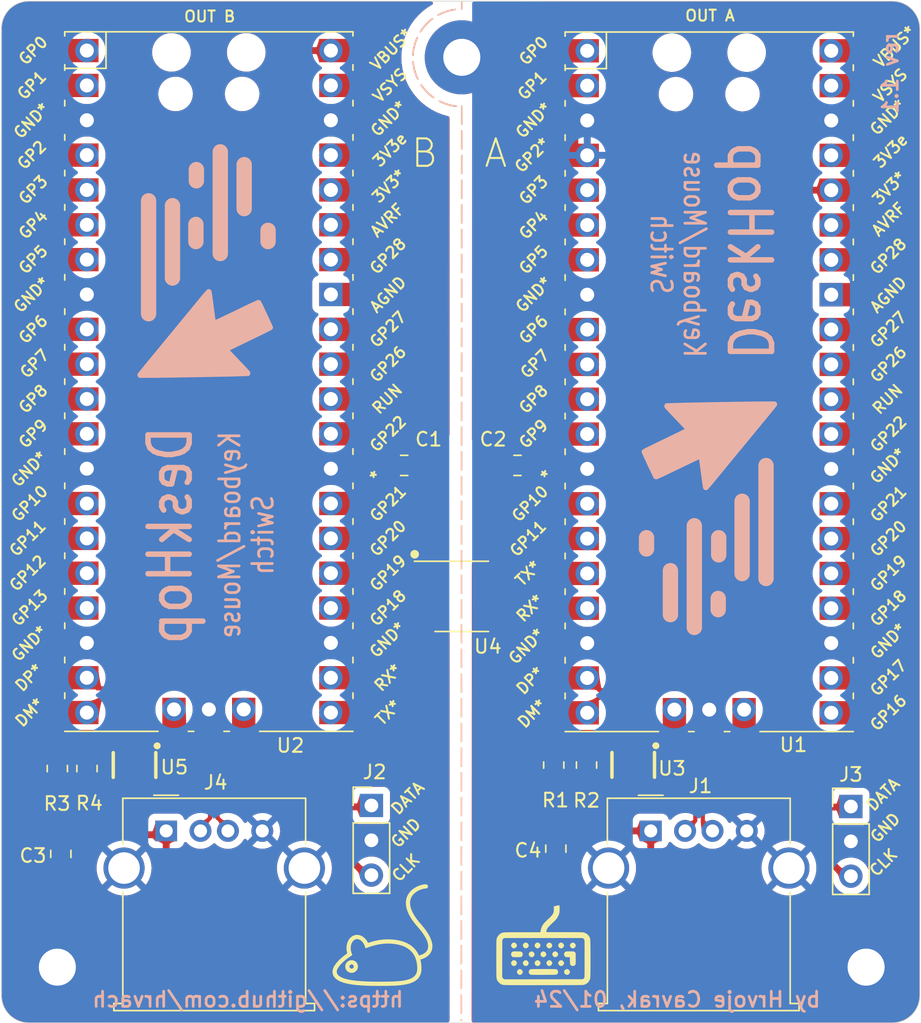
<source format=kicad_pcb>
(kicad_pcb (version 20221018) (generator pcbnew)
  (layers (0 "F.Cu" signal) (31 "B.Cu" signal) (34 "B.Paste" user) (35 "F.Paste" user) (36 "B.SilkS" user "B.Silkscreen") (37 "F.SilkS" user "F.Silkscreen") (38 "B.Mask" user) (39 "F.Mask" user) (44 "Edge.Cuts" user))
  (net 0 "")
  (net 1 "GND")
  (net 2 "Net-(J2-Pin_1)")
  (net 3 "Net-(J2-Pin_3)")
  (net 4 "Net-(J3-Pin_1)")
  (net 5 "Net-(J3-Pin_3)")
  (net 6 "Net-(U1-3V3)")
  (net 18 "3V3_BUS2")
  (net 31 "VBUS2")
  (net 34 "VBUS1")
  (net 59 "/AD+")
  (net 61 "GND2")
  (net 62 "Net-(U2-GPIO15)")
  (net 64 "Net-(U2-GPIO14)")
  (net 65 "UART A TX")
  (net 66 "UART A RX")
  (net 67 "UART B TX")
  (net 68 "UART B RX")
  (net 73 "/AD-")
  (net 74 "OA-")
  (net 75 "OA+")
  (net 76 "OB-")
  (net 77 "OB+")
  (footprint "MCU_RaspberryPi_and_Boards:RPi_Pico_SMD_TH" (layer "F.Cu") (at 85.344 68.834)
    (fp_text reference "U1")
    (fp_text value "Pico Primary")
  )
  (footprint "MCU_RaspberryPi_and_Boards:RPi_Pico_SMD_TH" (layer "F.Cu") (at 48.885523 68.818249)
    (fp_text reference "U2")
    (fp_text value "Pico Secondary")
  )
  (footprint "Capacitor_SMD:C_0805_2012Metric" (layer "F.Cu") (at 71.374 74.93)
    (fp_text reference "C2")
    (fp_text value "100n")
  )
  (footprint "Connector_USB:USB_A_Molex_67643_Horizontal" (layer "F.Cu") (at 45.776 101.574)
    (fp_text reference "J4")
    (fp_text value "Mouse In" hide)
  )
  (footprint "Connector_PinHeader_2.54mm:PinHeader_1x03_P2.54mm_Vertical" (layer "F.Cu") (at 95.667537 99.795757)
    (fp_text reference "J3")
    (fp_text value "Debug1")
  )
  (footprint "Capacitor_SMD:C_0805_2012Metric" (layer "F.Cu") (at 74.168 102.87 -90)
    (fp_text reference "C4")
    (fp_text value "4.7uF")
  )
  (footprint "Library:TPD4E1U06DBVR" (layer "F.Cu") (at 79.806536 96.76 90)
    (fp_text reference "U3")
    (fp_text value "TPD4E1U06DBVR")
  )
  (footprint "MountingHole:MountingHole_2.7mm_M2.5_Pad_TopBottom" (layer "F.Cu") (at 96.774 111.506)
    (fp_text reference "H2" hide)
    (fp_text value "MountingHole_Pad" hide)
  )
  (footprint "Resistor_SMD:R_0805_2012Metric" (layer "F.Cu") (at 37.846 97.028 -90)
    (fp_text reference "R3")
    (fp_text value "27")
  )
  (footprint "Resistor_SMD:R_0805_2012Metric" (layer "F.Cu") (at 76.4032 96.774 -90)
    (fp_text reference "R2")
    (fp_text value "27")
  )
  (footprint "Connector_USB:USB_A_Molex_67643_Horizontal" (layer "F.Cu") (at 81.082 101.574)
    (fp_text reference "J1")
    (fp_text value "Keyboard In" hide)
  )
  (footprint "Library:TPD4E1U06DBVR" (layer "F.Cu") (at 43.47 96.77 90)
    (fp_text reference "U5")
    (fp_text value "TPD4E1U06DBVR")
  )
  (footprint "Resistor_SMD:R_0805_2012Metric" (layer "F.Cu") (at 74.0156 96.774 -90)
    (fp_text reference "R1")
    (fp_text value "27")
  )
  (footprint "MountingHole:MountingHole_2.7mm_M2.5_Pad_TopBottom" (layer "F.Cu") (at 37.846 111.506)
    (fp_text reference "H1" hide)
    (fp_text value "MountingHole_Pad" hide)
  )
  (footprint "Package_SO:SOIC-8_3.9x4.9mm_P1.27mm" (layer "F.Cu") (at 67.31 84.47611)
    (fp_text reference "U4")
    (fp_text value "ADuM1201BR")
  )
  (footprint "Resistor_SMD:R_0805_2012Metric" (layer "F.Cu") (at 40.005 97.028 -90)
    (fp_text reference "R4")
    (fp_text value "27")
  )
  (footprint "Capacitor_SMD:C_0805_2012Metric" (layer "F.Cu") (at 38.1 103.251 -90)
    (fp_text reference "C3")
    (fp_text value "4.7uF")
  )
  (footprint "Connector_PinHeader_2.54mm:PinHeader_1x03_P2.54mm_Vertical" (layer "F.Cu") (at 60.731042 99.717876)
    (fp_text reference "J2")
    (fp_text value "Debug2")
  )
  (footprint "Capacitor_SMD:C_0805_2012Metric" (layer "F.Cu") (at 63.119 74.93 180)
    (fp_text reference "C1")
    (fp_text value "100n")
  )
  (footprint "MountingHole:MountingHole_2.7mm_M2.5_Pad_TopBottom" (layer "F.Cu") (at 67.31552 45.17899)
    (fp_text reference "H3" hide)
    (fp_text value "MountingHole_Pad")
  )
  (gr_line (start 67.31 48.738426) (end 67.281783 115.407659) (stroke (width 0.12) (type dash)) (layer "B.SilkS"))
  (gr_poly (pts (xy 86.557888 85.472926) (xy 86.555873 85.500493) (xy 86.552512 85.527828) (xy 86.547825 85.554884) (xy 86.54183 85.581615) (xy 86.534547 85.607975) (xy 86.525995 85.633919) (xy 86.516191 85.6594) (xy 86.505156 85.684372) (xy 86.492909 85.708789) (xy 86.479468 85.732606) (xy 86.464852 85.755777) (xy 86.449081 85.778255) (xy 86.432173 85.799994) (xy 86.414148 85.820949) (xy 86.395023 85.841073) (xy 86.374925 85.860225) (xy 86.353995 85.878279) (xy 86.33228 85.895216) (xy 86.309825 85.911018) (xy 86.286678 85.925665) (xy 86.262884 85.939138) (xy 86.23849 85.951419) (xy 86.213541 85.962488) (xy 86.188085 85.972326) (xy 86.162167 85.980914) (xy 86.135833 85.988233) (xy 86.109131 85.994264) (xy 86.082106 85.998988) (xy 86.054804 86.002386) (xy 86.027271 86.004438) (xy 85.999555 86.005127) (xy 85.971802 86.004428) (xy 85.944238 86.002365) (xy 85.916909 85.998957) (xy 85.889861 85.994223) (xy 85.863141 85.988182) (xy 85.836793 85.980853) (xy 85.810864 85.972255) (xy 85.7854 85.962408) (xy 85.760447 85.951329) (xy 85.736051 85.93904) (xy 85.712257 85.925558) (xy 85.689112 85.910902) (xy 85.666661 85.895092) (xy 85.644951 85.878147) (xy 85.624028 85.860085) (xy 85.603937 85.840927) (xy 85.584821 85.820796) (xy 85.566803 85.799835) (xy 85.549904 85.778089) (xy 85.534141 85.755606) (xy 85.519534 85.73243) (xy 85.506102 85.708608) (xy 85.493864 85.684186) (xy 85.482838 85.65921) (xy 85.473045 85.633725) (xy 85.464502 85.607778) (xy 85.457228 85.581415) (xy 85.451243 85.554682) (xy 85.446566 85.527624) (xy 85.443216 85.500289) (xy 85.441211 85.47272) (xy 85.44057 85.444966) (xy 85.44057 84.629332) (xy 85.441309 84.600571) (xy 85.443478 84.572188) (xy 85.447042 84.544218) (xy 85.451966 84.516696) (xy 85.458215 84.489656) (xy 85.465754 84.463135) (xy 85.474547 84.437167) (xy 85.48456 84.411787) (xy 85.495758 84.387031) (xy 85.508106 84.362932) (xy 85.521568 84.339528) (xy 85.536109 84.316852) (xy 85.551694 84.294939) (xy 85.568289 84.273825) (xy 85.585858 84.253546) (xy 85.604365 84.234135) (xy 85.623777 84.215628) (xy 85.644057 84.19806) (xy 85.665171 84.181466) (xy 85.687084 84.165882) (xy 85.70976 84.151341) (xy 85.733164 84.137881) (xy 85.757262 84.125535) (xy 85.782019 84.114338) (xy 85.807398 84.104326) (xy 85.833365 84.095534) (xy 85.859886 84.087997) (xy 85.886924 84.081749) (xy 85.914445 84.076827) (xy 85.942414 84.073265) (xy 85.970796 84.071098) (xy 85.999555 84.070361) (xy 86.028315 84.071099) (xy 86.056698 84.073266) (xy 86.084668 84.076829) (xy 86.112191 84.081752) (xy 86.13923 84.088001) (xy 86.165751 84.095539) (xy 86.19172 84.104331) (xy 86.2171 84.114344) (xy 86.241856 84.125541) (xy 86.265955 84.137888) (xy 86.28936 84.151349) (xy 86.312036 84.16589) (xy 86.333949 84.181475) (xy 86.355063 84.198069) (xy 86.375343 84.215637) (xy 86.394754 84.234145) (xy 86.413262 84.253556) (xy 86.43083 84.273837) (xy 86.447424 84.294951) (xy 86.463009 84.316863) (xy 86.47755 84.33954) (xy 86.491011 84.362945) (xy 86.503358 84.387043) (xy 86.514555 84.4118) (xy 86.524568 84.43718) (xy 86.533361 84.463148) (xy 86.540899 84.48967) (xy 86.547147 84.516709) (xy 86.55207 84.544232) (xy 86.555633 84.572202) (xy 86.557801 84.600585) (xy 86.558539 84.629345) (xy 86.558539 85.445172)) (fill solid) (layer "B.SilkS"))
  (gr_poly (pts (xy 43.680338 68.319893) (xy 43.681913 68.306453) (xy 43.6845 68.293012) (xy 43.688092 68.279572) (xy 43.692683 68.266132) (xy 43.698267 68.252691) (xy 43.704837 68.239251) (xy 43.865379 68.034812) (xy 44.285772 67.517686) (xy 45.651752 65.856875) (xy 47.176311 64.006844) (xy 48.138775 62.833577) (xy 48.261585 62.683427) (xy 48.374681 62.547112) (xy 48.47659 62.426215) (xy 48.565841 62.322316) (xy 48.64096 62.236996) (xy 48.700477 62.171837) (xy 48.723924 62.147311) (xy 48.742918 62.128418) (xy 48.757276 62.115356) (xy 48.766813 62.108321) (xy 48.773279 62.105162) (xy 48.780075 62.102028) (xy 48.794416 62.095932) (xy 48.809346 62.090233) (xy 48.816878 62.087594) (xy 48.824374 62.085128) (xy 48.831772 62.082859) (xy 48.839011 62.080813) (xy 48.846029 62.079014) (xy 48.852766 62.077487) (xy 48.85916 62.076256) (xy 48.865149 62.075346) (xy 48.870674 62.074782) (xy 48.875671 62.074589) (xy 48.882416 62.074785) (xy 48.889291 62.075364) (xy 48.896282 62.076316) (xy 48.903371 62.077628) (xy 48.910543 62.079289) (xy 48.917782 62.081288) (xy 48.925072 62.083612) (xy 48.932396 62.086251) (xy 48.947082 62.092424) (xy 48.961714 62.099716) (xy 48.976161 62.108033) (xy 48.990295 62.117283) (xy 49.003987 62.127372) (xy 49.017109 62.138209) (xy 49.029531 62.149701) (xy 49.041125 62.161755) (xy 49.051762 62.174278) (xy 49.056681 62.180687) (xy 49.061313 62.187178) (xy 49.065641 62.19374) (xy 49.069649 62.200362) (xy 49.073321 62.207032) (xy 49.076641 62.213738) (xy 49.083986 62.246795) (xy 49.09614 62.317703) (xy 49.132124 62.555281) (xy 49.179096 62.890895) (xy 49.231562 63.288967) (xy 49.282657 63.683352) (xy 49.326301 64.008953) (xy 49.358164 64.231773) (xy 49.368325 64.294017) (xy 49.371726 64.310987) (xy 49.373917 64.317816) (xy 49.407813 64.305686) (xy 49.499066 64.265044) (xy 49.828719 64.110677) (xy 50.902141 63.596779) (xy 51.29747 63.405451) (xy 51.626414 63.247329) (xy 51.894026 63.120041) (xy 52.105359 63.021215) (xy 52.265468 62.948479) (xy 52.379405 62.899461) (xy 52.420638 62.883106) (xy 52.452224 62.87179) (xy 52.474793 62.865218) (xy 52.488979 62.863094) (xy 52.496447 62.863241) (xy 52.503932 62.86368) (xy 52.511424 62.864407) (xy 52.518915 62.865416) (xy 52.526397 62.866703) (xy 52.533862 62.868263) (xy 52.5413 62.870093) (xy 52.548704 62.872186) (xy 52.556065 62.874538) (xy 52.563375 62.877145) (xy 52.577807 62.883106) (xy 52.591932 62.89003) (xy 52.605683 62.897881) (xy 52.618992 62.90662) (xy 52.631793 62.916213) (xy 52.644018 62.926621) (xy 52.649893 62.932119) (xy 52.655599 62.937807) (xy 52.661127 62.94368) (xy 52.666468 62.949734) (xy 52.671616 62.955964) (xy 52.67656 62.962365) (xy 52.681292 62.968933) (xy 52.685805 62.975664) (xy 52.690089 62.982551) (xy 52.694137 62.989592) (xy 52.770874 63.142658) (xy 52.887256 63.383975) (xy 53.17772 64.000519) (xy 53.443066 64.577533) (xy 53.52805 64.769438) (xy 53.56083 64.853326) (xy 53.561467 64.862624) (xy 53.561791 64.871575) (xy 53.561782 64.880231) (xy 53.561424 64.888639) (xy 53.560697 64.896849) (xy 53.559583 64.904911) (xy 53.558064 64.912875) (xy 53.556122 64.920789) (xy 53.553738 64.928703) (xy 53.550894 64.936667) (xy 53.547573 64.94473) (xy 53.543754 64.952941) (xy 53.539421 64.96135) (xy 53.534555 64.970006) (xy 53.529138 64.978958) (xy 53.523151 64.988257) (xy 53.500923 65.012708) (xy 53.455241 65.04551) (xy 53.375214 65.092246) (xy 53.24995 65.158501) (xy 52.820137 65.3719) (xy 52.078662 65.730376) (xy 50.550439 66.472498) (xy 50.420647 66.535748) (xy 50.889582 67.037523) (xy 51.231244 67.394312) (xy 51.368672 67.538212) (xy 51.485959 67.661514) (xy 51.584699 67.766013) (xy 51.627612 67.811774) (xy 51.666486 67.853509) (xy 51.701521 67.891442) (xy 51.732916 67.925797) (xy 51.760869 67.956801) (xy 51.785582 67.984676) (xy 51.807252 68.009649) (xy 51.82608 68.031943) (xy 51.842264 68.051784) (xy 51.856005 68.069395) (xy 51.8675 68.085003) (xy 51.87695 68.09883) (xy 51.884554 68.111103) (xy 51.887726 68.116726) (xy 51.890511 68.122045) (xy 51.892935 68.127088) (xy 51.895021 68.131882) (xy 51.896796 68.136456) (xy 51.898283 68.140838) (xy 51.899508 68.145055) (xy 51.900496 68.149137) (xy 51.90186 68.157005) (xy 51.902573 68.164666) (xy 51.902836 68.172345) (xy 51.902808 68.188654) (xy 51.902661 68.197744) (xy 51.902225 68.206822) (xy 51.901503 68.215874) (xy 51.900501 68.22489) (xy 51.899223 68.233856) (xy 51.897674 68.242761) (xy 51.895858 68.251591) (xy 51.893779 68.260335) (xy 51.891443 68.26898) (xy 51.888854 68.277514) (xy 51.886017 68.285924) (xy 51.882936 68.294199) (xy 51.879616 68.302325) (xy 51.876061 68.310291) (xy 51.872276 68.318084) (xy 51.868266 68.325691) (xy 51.864035 68.333101) (xy 51.859587 68.340301) (xy 51.854928 68.347278) (xy 51.850063 68.354021) (xy 51.844995 68.360517) (xy 51.839729 68.366753) (xy 51.83427 68.372718) (xy 51.828622 68.378398) (xy 51.82279 68.383782) (xy 51.816779 68.388858) (xy 51.810593 68.393612) (xy 51.804237 68.398032) (xy 51.797716 68.402107) (xy 51.791034 68.405823) (xy 51.784195 68.409169) (xy 51.777204 68.412132) (xy 50.505889 68.451597) (xy 47.789696 68.503317) (xy 45.077428 68.543177) (xy 43.817886 68.547063) (xy 43.812251 68.543658) (xy 43.806364 68.539791) (xy 43.80027 68.53549) (xy 43.79401 68.530789) (xy 43.787627 68.525717) (xy 43.781165 68.520305) (xy 43.774667 68.514584) (xy 43.768174 68.508585) (xy 43.76173 68.502339) (xy 43.755378 68.495878) (xy 43.74916 68.489231) (xy 43.74312 68.482429) (xy 43.7373 68.475505) (xy 43.731742 68.468487) (xy 43.726491 68.461409) (xy 43.721589 68.454299) (xy 43.721577 68.454297) (xy 43.712698 68.440857) (xy 43.704891 68.427416) (xy 43.698152 68.413976) (xy 43.692473 68.400536) (xy 43.68785 68.387095) (xy 43.684275 68.373655) (xy 43.681743 68.360214) (xy 43.680246 68.346774) (xy 43.67978 68.333334)) (fill solid) (layer "B.SilkS"))
  (gr_poly (pts (xy 47.417283 53.33854) (xy 47.419298 53.310973) (xy 47.422659 53.283638) (xy 47.427346 53.256582) (xy 47.433341 53.229851) (xy 47.440624 53.203491) (xy 47.449176 53.177547) (xy 47.45898 53.152066) (xy 47.470015 53.127094) (xy 47.482262 53.102677) (xy 47.495703 53.07886) (xy 47.510319 53.055689) (xy 47.52609 53.033211) (xy 47.542998 53.011472) (xy 47.561023 52.990517) (xy 47.580148 52.970393) (xy 47.600246 52.951241) (xy 47.621176 52.933187) (xy 47.642891 52.91625) (xy 47.665346 52.900448) (xy 47.688493 52.885801) (xy 47.712287 52.872328) (xy 47.736681 52.860047) (xy 47.76163 52.848978) (xy 47.787086 52.83914) (xy 47.813004 52.830552) (xy 47.839338 52.823233) (xy 47.86604 52.817202) (xy 47.893065 52.812478) (xy 47.920367 52.80908) (xy 47.9479 52.807028) (xy 47.975616 52.806339) (xy 48.003369 52.807038) (xy 48.030933 52.809101) (xy 48.058262 52.812509) (xy 48.08531 52.817243) (xy 48.11203 52.823284) (xy 48.138378 52.830613) (xy 48.164307 52.839211) (xy 48.189771 52.849058) (xy 48.214724 52.860137) (xy 48.23912 52.872426) (xy 48.262914 52.885908) (xy 48.286059 52.900564) (xy 48.30851 52.916374) (xy 48.33022 52.933319) (xy 48.351143 52.951381) (xy 48.371234 52.970539) (xy 48.39035 52.99067) (xy 48.408368 53.011631) (xy 48.425267 53.033377) (xy 48.44103 53.05586) (xy 48.455637 53.079036) (xy 48.469069 53.102858) (xy 48.481307 53.12728) (xy 48.492333 53.152256) (xy 48.502126 53.177741) (xy 48.510669 53.203688) (xy 48.517943 53.230051) (xy 48.523928 53.256784) (xy 48.528605 53.283842) (xy 48.531955 53.311177) (xy 48.53396 53.338746) (xy 48.534601 53.3665) (xy 48.534601 54.182134) (xy 48.533862 54.210895) (xy 48.531693 54.239278) (xy 48.528129 54.267248) (xy 48.523205 54.29477) (xy 48.516956 54.32181) (xy 48.509417 54.348331) (xy 48.500624 54.374299) (xy 48.490611 54.399679) (xy 48.479413 54.424435) (xy 48.467065 54.448534) (xy 48.453603 54.471938) (xy 48.439062 54.494614) (xy 48.423477 54.516527) (xy 48.406882 54.537641) (xy 48.389313 54.55792) (xy 48.370806 54.577331) (xy 48.351394 54.595838) (xy 48.331114 54.613406) (xy 48.31 54.63) (xy 48.288087 54.645584) (xy 48.265411 54.660125) (xy 48.242007 54.673585) (xy 48.217909 54.685931) (xy 48.193152 54.697128) (xy 48.167773 54.70714) (xy 48.141806 54.715932) (xy 48.115285 54.723469) (xy 48.088247 54.729717) (xy 48.060726 54.734639) (xy 48.032757 54.738201) (xy 48.004375 54.740368) (xy 47.975616 54.741105) (xy 47.946856 54.740367) (xy 47.918473 54.7382) (xy 47.890503 54.734637) (xy 47.86298 54.729714) (xy 47.835941 54.723465) (xy 47.80942 54.715927) (xy 47.783451 54.707135) (xy 47.758071 54.697122) (xy 47.733315 54.685925) (xy 47.709216 54.673578) (xy 47.685811 54.660117) (xy 47.663135 54.645576) (xy 47.641222 54.629991) (xy 47.620108 54.613397) (xy 47.599828 54.595829) (xy 47.580417 54.577321) (xy 47.561909 54.55791) (xy 47.544341 54.537629) (xy 47.527747 54.516515) (xy 47.512162 54.494603) (xy 47.497621 54.471926) (xy 47.48416 54.448521) (xy 47.471813 54.424423) (xy 47.460616 54.399666) (xy 47.450603 54.374286) (xy 47.44181 54.348318) (xy 47.434272 54.321796) (xy 47.428024 54.294757) (xy 47.423101 54.267234) (xy 47.419538 54.239264) (xy 47.41737 54.210881) (xy 47.416632 54.182121) (xy 47.416632 53.366294)) (fill solid) (layer "B.SilkS"))
  (gr_arc (start 66.937741 48.748461) (mid 63.758888 45.025614) (end 67.31 41.656) (stroke (width 0.12) (type dash)) (layer "B.SilkS"))
  (gr_poly (pts (xy 83.074992 85.835854) (xy 83.072824 85.864237) (xy 83.06926 85.892207) (xy 83.064336 85.91973) (xy 83.058087 85.946769) (xy 83.050548 85.97329) (xy 83.041754 85.999258) (xy 83.031741 86.024638) (xy 83.020543 86.049395) (xy 83.008195 86.073493) (xy 82.994734 86.096897) (xy 82.980192 86.119574) (xy 82.964607 86.141486) (xy 82.948012 86.1626) (xy 82.930444 86.18288) (xy 82.911936 86.202291) (xy 82.892525 86.220798) (xy 82.872244 86.238366) (xy 82.85113 86.254959) (xy 82.829218 86.270544) (xy 82.806541 86.285084) (xy 82.783137 86.298545) (xy 82.759039 86.310891) (xy 82.734283 86.322087) (xy 82.708903 86.332099) (xy 82.682936 86.340891) (xy 82.656416 86.348429) (xy 82.629377 86.354676) (xy 82.601856 86.359598) (xy 82.573887 86.36316) (xy 82.545506 86.365327) (xy 82.516747 86.366064) (xy 82.487986 86.365327) (xy 82.459603 86.363159) (xy 82.431632 86.359596) (xy 82.40411 86.354673) (xy 82.37707 86.348425) (xy 82.350549 86.340887) (xy 82.32458 86.332094) (xy 82.2992 86.322082) (xy 82.274443 86.310885) (xy 82.250344 86.298538) (xy 82.226939 86.285077) (xy 82.204263 86.270537) (xy 82.18235 86.254952) (xy 82.161236 86.238358) (xy 82.140955 86.220789) (xy 82.121544 86.202282) (xy 82.103036 86.182871) (xy 82.085468 86.162591) (xy 82.068874 86.141477) (xy 82.053288 86.119564) (xy 82.038748 86.096887) (xy 82.025286 86.073482) (xy 82.012939 86.049384) (xy 82.001742 86.024627) (xy 81.991729 85.999247) (xy 81.982936 85.973279) (xy 81.975398 85.946757) (xy 81.96915 85.919717) (xy 81.964227 85.892195) (xy 81.960663 85.864224) (xy 81.958495 85.835841) (xy 81.957758 85.80708) (xy 81.957758 82.601993) (xy 81.958496 82.573231) (xy 81.960664 82.544848) (xy 81.964228 82.516878) (xy 81.969152 82.489355) (xy 81.975401 82.462316) (xy 81.982939 82.435794) (xy 81.991733 82.409826) (xy 82.001746 82.384446) (xy 82.012944 82.359689) (xy 82.025291 82.335591) (xy 82.038753 82.312186) (xy 82.053294 82.28951) (xy 82.06888 82.267597) (xy 82.085474 82.246483) (xy 82.103043 82.226203) (xy 82.121551 82.206792) (xy 82.140962 82.188285) (xy 82.161243 82.170717) (xy 82.182357 82.154124) (xy 82.20427 82.138539) (xy 82.226947 82.123999) (xy 82.250351 82.110538) (xy 82.27445 82.098192) (xy 82.299206 82.086995) (xy 82.324586 82.076983) (xy 82.350554 82.068191) (xy 82.377075 82.060654) (xy 82.404114 82.054406) (xy 82.431635 82.049484) (xy 82.459605 82.045921) (xy 82.487987 82.043754) (xy 82.516747 82.043017) (xy 82.545507 82.043755) (xy 82.57389 82.045923) (xy 82.60186 82.049486) (xy 82.629383 82.054409) (xy 82.656422 82.060658) (xy 82.682944 82.068196) (xy 82.708912 82.076989) (xy 82.734292 82.087001) (xy 82.759048 82.098198) (xy 82.783147 82.110545) (xy 82.806552 82.124006) (xy 82.829228 82.138547) (xy 82.851141 82.154132) (xy 82.872255 82.170726) (xy 82.892535 82.188295) (xy 82.911946 82.206802) (xy 82.930454 82.226213) (xy 82.948022 82.246494) (xy 82.964616 82.267608) (xy 82.980201 82.28952) (xy 82.994742 82.312197) (xy 83.008203 82.335602) (xy 83.02055 82.3597) (xy 83.031747 82.384457) (xy 83.04176 82.409837) (xy 83.050553 82.435805) (xy 83.058091 82.462326) (xy 83.064339 82.489366) (xy 83.069262 82.516888) (xy 83.072825 82.544858) (xy 83.074993 82.573241) (xy 83.075731 82.602002) (xy 83.075731 85.807094)) (fill solid) (layer "B.SilkS"))
  (gr_poly (pts (xy 52.641587 57.765058) (xy 52.643756 57.736675) (xy 52.647319 57.708705) (xy 52.652243 57.681183) (xy 52.658492 57.654144) (xy 52.666031 57.627623) (xy 52.674825 57.601655) (xy 52.684838 57.576275) (xy 52.696036 57.551518) (xy 52.708383 57.52742) (xy 52.721845 57.504016) (xy 52.736386 57.48134) (xy 52.751972 57.459428) (xy 52.768566 57.438314) (xy 52.786135 57.418034) (xy 52.804643 57.398624) (xy 52.824054 57.380117) (xy 52.844335 57.362549) (xy 52.865449 57.345955) (xy 52.887361 57.330371) (xy 52.910038 57.315831) (xy 52.933442 57.30237) (xy 52.95754 57.290024) (xy 52.982296 57.278828) (xy 53.007676 57.268816) (xy 53.033643 57.260024) (xy 53.060164 57.252487) (xy 53.087202 57.246239) (xy 53.114723 57.241317) (xy 53.142692 57.237754) (xy 53.171074 57.235587) (xy 53.199833 57.23485) (xy 53.228594 57.235588) (xy 53.256977 57.237756) (xy 53.284947 57.241319) (xy 53.312469 57.246242) (xy 53.339509 57.252491) (xy 53.36603 57.260029) (xy 53.391998 57.268822) (xy 53.417378 57.278834) (xy 53.442135 57.290031) (xy 53.466233 57.302378) (xy 53.489638 57.31584) (xy 53.512315 57.33038) (xy 53.534228 57.345965) (xy 53.555342 57.362559) (xy 53.575622 57.380128) (xy 53.595033 57.398635) (xy 53.613541 57.418046) (xy 53.631109 57.438327) (xy 53.647703 57.459441) (xy 53.663288 57.481353) (xy 53.677829 57.50403) (xy 53.69129 57.527435) (xy 53.703637 57.551533) (xy 53.714834 57.57629) (xy 53.724847 57.60167) (xy 53.73364 57.627638) (xy 53.741178 57.654159) (xy 53.747426 57.681199) (xy 53.752349 57.708721) (xy 53.755912 57.736691) (xy 53.75808 57.765074) (xy 53.758817 57.793835) (xy 53.758817 58.61065) (xy 53.758079 58.639411) (xy 53.75591 58.667793) (xy 53.752346 58.695764) (xy 53.747422 58.723286) (xy 53.741174 58.750325) (xy 53.733635 58.776846) (xy 53.724841 58.802814) (xy 53.714828 58.828194) (xy 53.70363 58.85295) (xy 53.691283 58.877048) (xy 53.677821 58.900453) (xy 53.66328 58.923129) (xy 53.647694 58.945041) (xy 53.631099 58.966154) (xy 53.613531 58.986434) (xy 53.595023 59.005845) (xy 53.575612 59.024352) (xy 53.555331 59.04192) (xy 53.534217 59.058513) (xy 53.512304 59.074098) (xy 53.489628 59.088638) (xy 53.466224 59.102098) (xy 53.442126 59.114444) (xy 53.417369 59.125641) (xy 53.39199 59.135653) (xy 53.366022 59.144445) (xy 53.339502 59.151982) (xy 53.312463 59.15823) (xy 53.284942 59.163152) (xy 53.256973 59.166714) (xy 53.228592 59.168881) (xy 53.199833 59.169618) (xy 53.171072 59.168881) (xy 53.142689 59.166713) (xy 53.114719 59.163149) (xy 53.087197 59.158226) (xy 53.060157 59.151978) (xy 53.033636 59.14444) (xy 53.007668 59.135647) (xy 52.982287 59.125634) (xy 52.957531 59.114437) (xy 52.933432 59.10209) (xy 52.910027 59.088629) (xy 52.887351 59.074088) (xy 52.865438 59.058503) (xy 52.844324 59.041909) (xy 52.824044 59.024341) (xy 52.804632 59.005834) (xy 52.786125 58.986422) (xy 52.768557 58.966142) (xy 52.751962 58.945028) (xy 52.736377 58.923115) (xy 52.721837 58.900439) (xy 52.708375 58.877034) (xy 52.696029 58.852936) (xy 52.684831 58.828179) (xy 52.674819 58.802799) (xy 52.666026 58.776831) (xy 52.658488 58.750309) (xy 52.65224 58.72327) (xy 52.647317 58.695748) (xy 52.643754 58.667778) (xy 52.641586 58.639395) (xy 52.640848 58.610634) (xy 52.640848 57.793819)) (fill solid) (layer "B.SilkS"))
  (gr_poly (pts (xy 81.333584 81.046408) (xy 81.331415 81.074791) (xy 81.327852 81.102761) (xy 81.322928 81.130283) (xy 81.316679 81.157322) (xy 81.30914 81.183843) (xy 81.300346 81.209811) (xy 81.290333 81.235191) (xy 81.279135 81.259948) (xy 81.266788 81.284046) (xy 81.253326 81.30745) (xy 81.238785 81.330126) (xy 81.223199 81.352038) (xy 81.206605 81.373152) (xy 81.189036 81.393432) (xy 81.170528 81.412842) (xy 81.151117 81.431349) (xy 81.130836 81.448917) (xy 81.109722 81.465511) (xy 81.08781 81.481095) (xy 81.065133 81.495635) (xy 81.041729 81.509096) (xy 81.017631 81.521442) (xy 80.992875 81.532638) (xy 80.967495 81.54265) (xy 80.941528 81.551442) (xy 80.915007 81.558979) (xy 80.887969 81.565227) (xy 80.860448 81.570149) (xy 80.832479 81.573712) (xy 80.804097 81.575879) (xy 80.775338 81.576616) (xy 80.746577 81.575878) (xy 80.718194 81.57371) (xy 80.690224 81.570147) (xy 80.662702 81.565224) (xy 80.635662 81.558975) (xy 80.609141 81.551437) (xy 80.583173 81.542644) (xy 80.557793 81.532632) (xy 80.533036 81.521435) (xy 80.508938 81.509088) (xy 80.485533 81.495626) (xy 80.462856 81.481086) (xy 80.440943 81.465501) (xy 80.419829 81.448907) (xy 80.399549 81.431338) (xy 80.380138 81.412831) (xy 80.36163 81.39342) (xy 80.344062 81.373139) (xy 80.327468 81.352025) (xy 80.311883 81.330113) (xy 80.297342 81.307436) (xy 80.283881 81.284031) (xy 80.271534 81.259933) (xy 80.260337 81.235176) (xy 80.250324 81.209796) (xy 80.241531 81.183828) (xy 80.233993 81.157307) (xy 80.227745 81.130267) (xy 80.222822 81.102745) (xy 80.219259 81.074775) (xy 80.217091 81.046392) (xy 80.216354 81.017631) (xy 80.216354 80.200816) (xy 80.217092 80.172055) (xy 80.219261 80.143673) (xy 80.222825 80.115702) (xy 80.227749 80.08818) (xy 80.233997 80.061141) (xy 80.241536 80.03462) (xy 80.25033 80.008652) (xy 80.260343 79.983272) (xy 80.271541 79.958516) (xy 80.283888 79.934418) (xy 80.29735 79.911013) (xy 80.311891 79.888337) (xy 80.327477 79.866425) (xy 80.344072 79.845312) (xy 80.36164 79.825032) (xy 80.380148 79.805621) (xy 80.399559 79.787114) (xy 80.41984 79.769546) (xy 80.440954 79.752953) (xy 80.462867 79.737368) (xy 80.485543 79.722828) (xy 80.508947 79.709368) (xy 80.533045 79.697022) (xy 80.557802 79.685825) (xy 80.583181 79.675813) (xy 80.609149 79.667021) (xy 80.635669 79.659484) (xy 80.662708 79.653236) (xy 80.690229 79.648314) (xy 80.718198 79.644752) (xy 80.746579 79.642585) (xy 80.775338 79.641848) (xy 80.804099 79.642585) (xy 80.832482 79.644753) (xy 80.860452 79.648317) (xy 80.887974 79.65324) (xy 80.915014 79.659488) (xy 80.941535 79.667026) (xy 80.967503 79.675819) (xy 80.992884 79.685832) (xy 81.01764 79.697029) (xy 81.041739 79.709376) (xy 81.065144 79.722837) (xy 81.08782 79.737378) (xy 81.109733 79.752963) (xy 81.130847 79.769557) (xy 81.151127 79.787125) (xy 81.170539 79.805632) (xy 81.189046 79.825044) (xy 81.206614 79.845324) (xy 81.223209 79.866438) (xy 81.238794 79.888351) (xy 81.253334 79.911027) (xy 81.266796 79.934432) (xy 81.279142 79.95853) (xy 81.29034 79.983287) (xy 81.300352 80.008667) (xy 81.309145 80.034635) (xy 81.316683 80.061157) (xy 81.322931 80.088196) (xy 81.327854 80.115718) (xy 81.331417 80.143688) (xy 81.333585 80.172071) (xy 81.334323 80.200832) (xy 81.334323 81.017647)) (fill solid) (layer "B.SilkS"))
  (gr_poly (pts (xy 45.67596 55.96506) (xy 45.678129 55.936677) (xy 45.681693 55.908707) (xy 45.686617 55.881185) (xy 45.692866 55.854146) (xy 45.700405 55.827624) (xy 45.709198 55.801656) (xy 45.719211 55.776276) (xy 45.730409 55.75152) (xy 45.742757 55.727422) (xy 45.756219 55.704017) (xy 45.77076 55.681341) (xy 45.786345 55.659428) (xy 45.80294 55.638315) (xy 45.820509 55.618035) (xy 45.839016 55.598624) (xy 45.858428 55.580117) (xy 45.878708 55.562549) (xy 45.899822 55.545955) (xy 45.921735 55.530371) (xy 45.944411 55.515831) (xy 45.967815 55.50237) (xy 45.991913 55.490024) (xy 46.01667 55.478827) (xy 46.042049 55.468815) (xy 46.068016 55.460023) (xy 46.094537 55.452486) (xy 46.121575 55.446239) (xy 46.149096 55.441316) (xy 46.177065 55.437754) (xy 46.205447 55.435587) (xy 46.234206 55.43485) (xy 46.262966 55.435588) (xy 46.291349 55.437756) (xy 46.319319 55.441319) (xy 46.346842 55.446242) (xy 46.373881 55.45249) (xy 46.400402 55.460028) (xy 46.426371 55.468821) (xy 46.451751 55.478833) (xy 46.476507 55.49003) (xy 46.500606 55.502377) (xy 46.524011 55.515839) (xy 46.546687 55.530379) (xy 46.5686 55.545964) (xy 46.589714 55.562558) (xy 46.609994 55.580127) (xy 46.629405 55.598634) (xy 46.647913 55.618046) (xy 46.665481 55.638326) (xy 46.682075 55.65944) (xy 46.69766 55.681353) (xy 46.712201 55.704029) (xy 46.725662 55.727434) (xy 46.738009 55.751533) (xy 46.749206 55.776289) (xy 46.759219 55.801669) (xy 46.768012 55.827638) (xy 46.77555 55.854159) (xy 46.781798 55.881199) (xy 46.786721 55.908721) (xy 46.790284 55.936691) (xy 46.792452 55.965074) (xy 46.79319 55.993835) (xy 46.79319 61.268465) (xy 46.792451 61.297225) (xy 46.790282 61.325608) (xy 46.786719 61.353578) (xy 46.781794 61.381101) (xy 46.775546 61.40814) (xy 46.768007 61.434661) (xy 46.759213 61.460629) (xy 46.7492 61.486009) (xy 46.738002 61.510765) (xy 46.725654 61.534863) (xy 46.712192 61.558268) (xy 46.697651 61.580943) (xy 46.682066 61.602856) (xy 46.665471 61.623969) (xy 46.647903 61.644249) (xy 46.629395 61.66366) (xy 46.609983 61.682167) (xy 46.589703 61.699734) (xy 46.568589 61.716328) (xy 46.546677 61.731912) (xy 46.524 61.746452) (xy 46.500596 61.759913) (xy 46.476498 61.772259) (xy 46.451742 61.783456) (xy 46.426362 61.793467) (xy 46.400395 61.80226) (xy 46.373874 61.809797) (xy 46.346836 61.816044) (xy 46.319315 61.820967) (xy 46.291346 61.824529) (xy 46.262965 61.826696) (xy 46.234206 61.827433) (xy 46.205445 61.826695) (xy 46.177062 61.824527) (xy 46.149092 61.820964) (xy 46.121569 61.816041) (xy 46.09453 61.809793) (xy 46.068009 61.802255) (xy 46.042041 61.793462) (xy 46.016661 61.783449) (xy 45.991904 61.772252) (xy 45.967805 61.759905) (xy 45.944401 61.746444) (xy 45.921724 61.731903) (xy 45.899811 61.716318) (xy 45.878697 61.699724) (xy 45.858417 61.682156) (xy 45.839006 61.663648) (xy 45.820499 61.644237) (xy 45.80293 61.623957) (xy 45.786336 61.602843) (xy 45.770751 61.58093) (xy 45.75621 61.558254) (xy 45.742749 61.534849) (xy 45.730402 61.51075) (xy 45.719205 61.485994) (xy 45.709192 61.460614) (xy 45.7004 61.434646) (xy 45.692861 61.408124) (xy 45.686613 61.381085) (xy 45.68169 61.353563) (xy 45.678127 61.325592) (xy 45.675959 61.297209) (xy 45.675221 61.268449) (xy 45.675221 55.993821)) (fill solid) (layer "B.SilkS"))
  (gr_line (start 67.31 41.656) (end 67.31 41.148) (stroke (width 0.12)) (layer "B.SilkS"))
  (gr_poly (pts (xy 90.040712 83.198134) (xy 90.038707 83.225702) (xy 90.035355 83.253037) (xy 90.030677 83.280095) (xy 90.024691 83.306828) (xy 90.017417 83.33319) (xy 90.008873 83.359137) (xy 89.999079 83.384621) (xy 89.988052 83.409597) (xy 89.975813 83.434018) (xy 89.96238 83.45784) (xy 89.947773 83.481015) (xy 89.932009 83.503498) (xy 89.915109 83.525244) (xy 89.897091 83.546205) (xy 89.877973 83.566336) (xy 89.857882 83.585494) (xy 89.836957 83.603555) (xy 89.815247 83.6205) (xy 89.792796 83.636309) (xy 89.769651 83.650964) (xy 89.745858 83.664446) (xy 89.721462 83.676734) (xy 89.696509 83.687811) (xy 89.671046 83.697658) (xy 89.645118 83.706254) (xy 89.618772 83.713582) (xy 89.592053 83.719622) (xy 89.565007 83.724355) (xy 89.537681 83.727762) (xy 89.51012 83.729824) (xy 89.482369 83.730522) (xy 89.454616 83.729823) (xy 89.427053 83.72776) (xy 89.399724 83.724352) (xy 89.372676 83.719618) (xy 89.345956 83.713577) (xy 89.319608 83.706248) (xy 89.29368 83.69765) (xy 89.268216 83.687803) (xy 89.243263 83.676725) (xy 89.218867 83.664435) (xy 89.195073 83.650953) (xy 89.171929 83.636297) (xy 89.149478 83.620487) (xy 89.127768 83.603542) (xy 89.106845 83.585481) (xy 89.086754 83.566322) (xy 89.067638 83.546191) (xy 89.04962 83.52523) (xy 89.03272 83.503485) (xy 89.016958 83.481001) (xy 89.002351 83.457826) (xy 88.988918 83.434005) (xy 88.97668 83.409583) (xy 88.965654 83.384607) (xy 88.95586 83.359123) (xy 88.947317 83.333177) (xy 88.940044 83.306814) (xy 88.934059 83.280081) (xy 88.929381 83.253024) (xy 88.926031 83.225688) (xy 88.924026 83.19812) (xy 88.923385 83.170366) (xy 88.923385 74.938903) (xy 88.924133 74.910142) (xy 88.926312 74.88176) (xy 88.929885 74.853791) (xy 88.934818 74.82627) (xy 88.941076 74.799233) (xy 88.948624 74.772714) (xy 88.957425 74.746749) (xy 88.967446 74.721373) (xy 88.978652 74.69662) (xy 88.991006 74.672526) (xy 89.004473 74.649126) (xy 89.01902 74.626455) (xy 89.03461 74.604548) (xy 89.051209 74.58344) (xy 89.068781 74.563166) (xy 89.087291 74.543761) (xy 89.106704 74.525261) (xy 89.126985 74.5077) (xy 89.148098 74.491114) (xy 89.17001 74.475537) (xy 89.192683 74.461005) (xy 89.216085 74.447552) (xy 89.240178 74.435214) (xy 89.264928 74.424026) (xy 89.290301 74.414023) (xy 89.31626 74.40524) (xy 89.34277 74.397712) (xy 89.369798 74.391474) (xy 89.397306 74.386561) (xy 89.425261 74.383009) (xy 89.453627 74.380851) (xy 89.482369 74.380124) (xy 89.51113 74.380862) (xy 89.539513 74.38303) (xy 89.567484 74.386593) (xy 89.595006 74.391516) (xy 89.622046 74.397765) (xy 89.648567 74.405303) (xy 89.674536 74.414096) (xy 89.699916 74.424108) (xy 89.724673 74.435306) (xy 89.748771 74.447652) (xy 89.772176 74.461114) (xy 89.794852 74.475654) (xy 89.816765 74.49124) (xy 89.837879 74.507834) (xy 89.858159 74.525402) (xy 89.877571 74.54391) (xy 89.896078 74.563321) (xy 89.913646 74.583601) (xy 89.930241 74.604716) (xy 89.945826 74.626629) (xy 89.960366 74.649305) (xy 89.973827 74.67271) (xy 89.986174 74.696809) (xy 89.997371 74.721566) (xy 90.007384 74.746946) (xy 90.016176 74.772914) (xy 90.023714 74.799436) (xy 90.029962 74.826476) (xy 90.034885 74.853998) (xy 90.038448 74.881969) (xy 90.040616 74.910352) (xy 90.041354 74.939113) (xy 90.041354 83.170379)) (fill solid) (layer "B.SilkS"))
  (gr_poly (pts (xy 84.816494 86.767665) (xy 84.814488 86.795233) (xy 84.811136 86.822569) (xy 84.806458 86.849626) (xy 84.800473 86.876359) (xy 84.793198 86.902722) (xy 84.784655 86.928668) (xy 84.77486 86.954152) (xy 84.763834 86.979128) (xy 84.751595 87.00355) (xy 84.738162 87.027371) (xy 84.723554 87.050546) (xy 84.707791 87.07303) (xy 84.69089 87.094775) (xy 84.672872 87.115736) (xy 84.653755 87.135867) (xy 84.633663 87.155025) (xy 84.612739 87.173087) (xy 84.591028 87.190031) (xy 84.568578 87.205841) (xy 84.545433 87.220496) (xy 84.521639 87.233977) (xy 84.497243 87.246266) (xy 84.47229 87.257343) (xy 84.446827 87.267189) (xy 84.4209 87.275786) (xy 84.394553 87.283113) (xy 84.367834 87.289153) (xy 84.340789 87.293886) (xy 84.313462 87.297293) (xy 84.285901 87.299355) (xy 84.258151 87.300053) (xy 84.230398 87.299354) (xy 84.202834 87.297291) (xy 84.175505 87.293883) (xy 84.148458 87.289149) (xy 84.121737 87.283108) (xy 84.09539 87.275779) (xy 84.069461 87.267182) (xy 84.043997 87.257334) (xy 84.019044 87.246256) (xy 83.994648 87.233966) (xy 83.970855 87.220484) (xy 83.94771 87.205828) (xy 83.92526 87.190018) (xy 83.90355 87.173073) (xy 83.882626 87.155012) (xy 83.862535 87.135853) (xy 83.843419 87.115722) (xy 83.825401 87.094761) (xy 83.808502 87.073016) (xy 83.792739 87.050533) (xy 83.778132 87.027357) (xy 83.7647 87.003536) (xy 83.752461 86.979114) (xy 83.741436 86.954138) (xy 83.731642 86.928654) (xy 83.723098 86.902708) (xy 83.715825 86.876345) (xy 83.70984 86.849612) (xy 83.705163 86.822555) (xy 83.701812 86.795219) (xy 83.699807 86.767651) (xy 83.699166 86.739897) (xy 83.699166 79.327767) (xy 83.699905 79.299006) (xy 83.702074 79.270623) (xy 83.705638 79.242653) (xy 83.710562 79.215131) (xy 83.716811 79.188092) (xy 83.72435 79.161571) (xy 83.733143 79.135603) (xy 83.743157 79.110223) (xy 83.754354 79.085467) (xy 83.766702 79.061369) (xy 83.780164 79.037964) (xy 83.794705 79.015288) (xy 83.81029 78.993376) (xy 83.826885 78.972262) (xy 83.844454 78.951983) (xy 83.862961 78.932572) (xy 83.882373 78.914065) (xy 83.902653 78.896497) (xy 83.923767 78.879904) (xy 83.94568 78.864319) (xy 83.968356 78.849779) (xy 83.99176 78.836319) (xy 84.015858 78.823973) (xy 84.040615 78.812776) (xy 84.065994 78.802764) (xy 84.091961 78.793972) (xy 84.118482 78.786435) (xy 84.14552 78.780187) (xy 84.173041 78.775265) (xy 84.20101 78.771703) (xy 84.229392 78.769535) (xy 84.258151 78.768799) (xy 84.286911 78.769536) (xy 84.315294 78.771704) (xy 84.343264 78.775267) (xy 84.370787 78.780191) (xy 84.397826 78.786439) (xy 84.424347 78.793977) (xy 84.450316 78.80277) (xy 84.475696 78.812782) (xy 84.500452 78.82398) (xy 84.524551 78.836326) (xy 84.547956 78.849788) (xy 84.570632 78.864328) (xy 84.592545 78.879913) (xy 84.613659 78.896508) (xy 84.633939 78.914076) (xy 84.65335 78.932583) (xy 84.671858 78.951995) (xy 84.689426 78.972275) (xy 84.70602 78.993389) (xy 84.721605 79.015302) (xy 84.736146 79.037978) (xy 84.749607 79.061383) (xy 84.761954 79.085481) (xy 84.773151 79.110238) (xy 84.783164 79.135618) (xy 84.791957 79.161586) (xy 84.799495 79.188107) (xy 84.805743 79.215147) (xy 84.810666 79.242669) (xy 84.814229 79.270639) (xy 84.816397 79.299022) (xy 84.817135 79.327783) (xy 84.817135 86.739911)) (fill solid) (layer "B.SilkS"))
  (gr_poly (pts (xy 47.38217 57.334834) (xy 47.384233 57.30727) (xy 47.387641 57.279942) (xy 47.392375 57.252894) (xy 47.398416 57.226174) (xy 47.405744 57.199827) (xy 47.414342 57.173898) (xy 47.424189 57.148435) (xy 47.435267 57.123482) (xy 47.447557 57.099086) (xy 47.461039 57.075292) (xy 47.475695 57.052147) (xy 47.491505 57.029697) (xy 47.50845 57.007987) (xy 47.526512 56.987063) (xy 47.545671 56.966972) (xy 47.565803 56.947855) (xy 47.586764 56.929837) (xy 47.60851 56.912937) (xy 47.630993 56.897174) (xy 47.654169 56.882567) (xy 47.677991 56.869135) (xy 47.702413 56.856897) (xy 47.727389 56.845871) (xy 47.752874 56.836077) (xy 47.77882 56.827534) (xy 47.805183 56.820261) (xy 47.831916 56.814276) (xy 47.858974 56.809599) (xy 47.886309 56.806248) (xy 47.913878 56.804243) (xy 47.941632 56.803603) (xy 47.970393 56.80434) (xy 47.998776 56.806508) (xy 48.026746 56.810072) (xy 48.054268 56.814995) (xy 48.081308 56.821243) (xy 48.107829 56.828781) (xy 48.133797 56.837574) (xy 48.159177 56.847586) (xy 48.183934 56.858784) (xy 48.208032 56.871131) (xy 48.231437 56.884592) (xy 48.254113 56.899132) (xy 48.276026 56.914717) (xy 48.29714 56.931312) (xy 48.31742 56.94888) (xy 48.336832 56.967387) (xy 48.355339 56.986799) (xy 48.372907 57.007079) (xy 48.389502 57.028193) (xy 48.405087 57.050106) (xy 48.419627 57.072782) (xy 48.433089 57.096187) (xy 48.445435 57.120285) (xy 48.456633 57.145042) (xy 48.466645 57.170422) (xy 48.475438 57.19639) (xy 48.482976 57.222912) (xy 48.489224 57.249951) (xy 48.494148 57.277473) (xy 48.497711 57.305443) (xy 48.499879 57.333826) (xy 48.500616 57.362587) (xy 48.500616 58.60948) (xy 48.499878 58.638241) (xy 48.497709 58.666624) (xy 48.494145 58.694594) (xy 48.489221 58.722116) (xy 48.482972 58.749155) (xy 48.475433 58.775676) (xy 48.466639 58.801644) (xy 48.456626 58.827024) (xy 48.445428 58.851781) (xy 48.433081 58.875879) (xy 48.419619 58.899283) (xy 48.405078 58.921959) (xy 48.389492 58.943871) (xy 48.372898 58.964985) (xy 48.355329 58.985265) (xy 48.336821 59.004675) (xy 48.31741 59.023182) (xy 48.29713 59.04075) (xy 48.276016 59.057344) (xy 48.254103 59.072928) (xy 48.231427 59.087468) (xy 48.208022 59.100929) (xy 48.183924 59.113275) (xy 48.159168 59.124471) (xy 48.133789 59.134483) (xy 48.107821 59.143275) (xy 48.081301 59.150813) (xy 48.054263 59.15706) (xy 48.026741 59.161982) (xy 47.998773 59.165545) (xy 47.970391 59.167712) (xy 47.941632 59.168449) (xy 47.913878 59.167808) (xy 47.886309 59.165803) (xy 47.858974 59.162453) (xy 47.831916 59.157775) (xy 47.805183 59.151791) (xy 47.77882 59.144517) (xy 47.752874 59.135974) (xy 47.727389 59.126181) (xy 47.702413 59.115155) (xy 47.677991 59.102917) (xy 47.654169 59.089485) (xy 47.630993 59.074878) (xy 47.60851 59.059115) (xy 47.586764 59.042216) (xy 47.565803 59.024198) (xy 47.545671 59.005082) (xy 47.526512 58.984991) (xy 47.50845 58.964067) (xy 47.491505 58.942358) (xy 47.475695 58.919907) (xy 47.461039 58.896762) (xy 47.447557 58.872968) (xy 47.435267 58.848572) (xy 47.424189 58.823619) (xy 47.414342 58.798155) (xy 47.405744 58.772226) (xy 47.398416 58.745878) (xy 47.392375 58.719158) (xy 47.387641 58.69211) (xy 47.384233 58.664781) (xy 47.38217 58.637217) (xy 47.381471 58.609464) (xy 47.381471 57.362587)) (fill solid) (layer "B.SilkS"))
  (gr_poly (pts (xy 88.299211 82.846406) (xy 88.297042 82.874789) (xy 88.293478 82.902759) (xy 88.288554 82.930281) (xy 88.282305 82.95732) (xy 88.274766 82.983842) (xy 88.265973 83.00981) (xy 88.25596 83.03519) (xy 88.244762 83.059946) (xy 88.232414 83.084044) (xy 88.218952 83.107449) (xy 88.204411 83.130125) (xy 88.188826 83.152038) (xy 88.172231 83.173151) (xy 88.154662 83.193431) (xy 88.136155 83.212842) (xy 88.116743 83.231349) (xy 88.096463 83.248917) (xy 88.075349 83.265511) (xy 88.053436 83.281095) (xy 88.03076 83.295635) (xy 88.007356 83.309096) (xy 87.983258 83.321442) (xy 87.958501 83.332639) (xy 87.933122 83.342651) (xy 87.907155 83.351443) (xy 87.880634 83.35898) (xy 87.853596 83.365227) (xy 87.826075 83.37015) (xy 87.798106 83.373712) (xy 87.769724 83.375879) (xy 87.740965 83.376616) (xy 87.712205 83.375878) (xy 87.683822 83.37371) (xy 87.655852 83.370147) (xy 87.628329 83.365224) (xy 87.60129 83.358976) (xy 87.574769 83.351438) (xy 87.5488 83.342645) (xy 87.52342 83.332633) (xy 87.498664 83.321436) (xy 87.474565 83.309089) (xy 87.45116 83.295627) (xy 87.428484 83.281087) (xy 87.406571 83.265502) (xy 87.385457 83.248908) (xy 87.365177 83.231339) (xy 87.345766 83.212832) (xy 87.327258 83.19342) (xy 87.30969 83.17314) (xy 87.293096 83.152026) (xy 87.277511 83.130113) (xy 87.26297 83.107437) (xy 87.249509 83.084032) (xy 87.237162 83.059933) (xy 87.225965 83.035177) (xy 87.215952 83.009797) (xy 87.207159 82.983828) (xy 87.199621 82.957307) (xy 87.193373 82.930267) (xy 87.18845 82.902745) (xy 87.184887 82.874775) (xy 87.182719 82.846392) (xy 87.181981 82.817631) (xy 87.181981 77.543001) (xy 87.18272 77.514241) (xy 87.184889 77.485858) (xy 87.188452 77.457888) (xy 87.193377 77.430365) (xy 87.199625 77.403326) (xy 87.207164 77.376805) (xy 87.215958 77.350837) (xy 87.225971 77.325457) (xy 87.237169 77.300701) (xy 87.249517 77.276603) (xy 87.262979 77.253198) (xy 87.27752 77.230523) (xy 87.293105 77.20861) (xy 87.3097 77.187497) (xy 87.327268 77.167217) (xy 87.345776 77.147806) (xy 87.365188 77.129299) (xy 87.385468 77.111732) (xy 87.406582 77.095138) (xy 87.428494 77.079554) (xy 87.451171 77.065014) (xy 87.474575 77.051553) (xy 87.498673 77.039207) (xy 87.523429 77.02801) (xy 87.548809 77.017999) (xy 87.574776 77.009206) (xy 87.601297 77.001669) (xy 87.628335 76.995422) (xy 87.655856 76.990499) (xy 87.683825 76.986937) (xy 87.712206 76.98477) (xy 87.740965 76.984033) (xy 87.769726 76.984771) (xy 87.798109 76.986939) (xy 87.826079 76.990502) (xy 87.853602 76.995425) (xy 87.880641 77.001673) (xy 87.907162 77.009211) (xy 87.93313 77.018004) (xy 87.95851 77.028017) (xy 87.983267 77.039214) (xy 88.007366 77.051561) (xy 88.03077 77.065022) (xy 88.053447 77.079563) (xy 88.07536 77.095148) (xy 88.096474 77.111742) (xy 88.116754 77.12931) (xy 88.136165 77.147818) (xy 88.154672 77.167229) (xy 88.172241 77.187509) (xy 88.188835 77.208623) (xy 88.20442 77.230536) (xy 88.218961 77.253212) (xy 88.232422 77.276617) (xy 88.244769 77.300716) (xy 88.255966 77.325472) (xy 88.265979 77.350852) (xy 88.274771 77.37682) (xy 88.28231 77.403342) (xy 88.288558 77.430381) (xy 88.293481 77.457903) (xy 88.297044 77.485874) (xy 88.299212 77.514257) (xy 88.29995 77.543017) (xy 88.29995 82.817645)) (fill solid) (layer "B.SilkS"))
  (gr_poly (pts (xy 49.158677 52.043801) (xy 49.160683 52.016233) (xy 49.164035 51.988897) (xy 49.168713 51.96184) (xy 49.174698 51.935107) (xy 49.181973 51.908744) (xy 49.190516 51.882798) (xy 49.200311 51.857314) (xy 49.211337 51.832338) (xy 49.223576 51.807916) (xy 49.237009 51.784095) (xy 49.251617 51.76092) (xy 49.26738 51.738436) (xy 49.284281 51.716691) (xy 49.302299 51.69573) (xy 49.321416 51.675599) (xy 49.341508 51.656441) (xy 49.362432 51.638379) (xy 49.384143 51.621435) (xy 49.406593 51.605625) (xy 49.429738 51.59097) (xy 49.453532 51.577489) (xy 49.477928 51.5652) (xy 49.502881 51.554123) (xy 49.528344 51.544277) (xy 49.554271 51.53568) (xy 49.580618 51.528353) (xy 49.607337 51.522313) (xy 49.634382 51.51758) (xy 49.661709 51.514173) (xy 49.68927 51.512111) (xy 49.71702 51.511413) (xy 49.744773 51.512112) (xy 49.772337 51.514175) (xy 49.799666 51.517583) (xy 49.826713 51.522317) (xy 49.853434 51.528358) (xy 49.879781 51.535687) (xy 49.90571 51.544284) (xy 49.931174 51.554132) (xy 49.956127 51.56521) (xy 49.980523 51.5775) (xy 50.004316 51.590982) (xy 50.027461 51.605638) (xy 50.049911 51.621448) (xy 50.071621 51.638393) (xy 50.092545 51.656454) (xy 50.112636 51.675613) (xy 50.131752 51.695744) (xy 50.14977 51.716705) (xy 50.166669 51.73845) (xy 50.182432 51.760933) (xy 50.197039 51.784109) (xy 50.210471 51.80793) (xy 50.22271 51.832352) (xy 50.233735 51.857328) (xy 50.243529 51.882812) (xy 50.252073 51.908758) (xy 50.259346 51.935121) (xy 50.265331 51.961854) (xy 50.270008 51.988911) (xy 50.273359 52.016247) (xy 50.275364 52.043815) (xy 50.276005 52.071569) (xy 50.276005 59.483699) (xy 50.275266 59.51246) (xy 50.273097 59.540843) (xy 50.269533 59.568813) (xy 50.264609 59.596335) (xy 50.25836 59.623374) (xy 50.250821 59.649895) (xy 50.242028 59.675863) (xy 50.232014 59.701243) (xy 50.220817 59.725999) (xy 50.208469 59.750097) (xy 50.195007 59.773502) (xy 50.180466 59.796178) (xy 50.164881 59.81809) (xy 50.148286 59.839204) (xy 50.130717 59.859483) (xy 50.11221 59.878894) (xy 50.092798 59.897401) (xy 50.072518 59.914969) (xy 50.051404 59.931562) (xy 50.029491 59.947147) (xy 50.006815 59.961687) (xy 49.983411 59.975147) (xy 49.959313 59.987493) (xy 49.934556 59.99869) (xy 49.909177 60.008702) (xy 49.88321 60.017494) (xy 49.856689 60.025031) (xy 49.829651 60.031279) (xy 49.80213 60.036201) (xy 49.774161 60.039763) (xy 49.745779 60.041931) (xy 49.71702 60.042667) (xy 49.68826 60.04193) (xy 49.659877 60.039762) (xy 49.631907 60.036199) (xy 49.604384 60.031275) (xy 49.577345 60.025027) (xy 49.550824 60.017489) (xy 49.524855 60.008696) (xy 49.499475 59.998684) (xy 49.474719 59.987486) (xy 49.45062 59.97514) (xy 49.427215 59.961678) (xy 49.404539 59.947138) (xy 49.382626 59.931553) (xy 49.361512 59.914958) (xy 49.341232 59.89739) (xy 49.321821 59.878883) (xy 49.303313 59.859471) (xy 49.285745 59.839191) (xy 49.269151 59.818077) (xy 49.253566 59.796164) (xy 49.239025 59.773488) (xy 49.225564 59.750083) (xy 49.213217 59.725985) (xy 49.20202 59.701228) (xy 49.192007 59.675848) (xy 49.183214 59.64988) (xy 49.175676 59.623359) (xy 49.169428 59.596319) (xy 49.164505 59.568797) (xy 49.160942 59.540827) (xy 49.158774 59.512444) (xy 49.158036 59.483683) (xy 49.158036 52.071555)) (fill solid) (layer "B.SilkS"))
  (gr_poly (pts (xy 90.294833 70.491573) (xy 90.293258 70.505013) (xy 90.290671 70.518454) (xy 90.287079 70.531894) (xy 90.282488 70.545334) (xy 90.276904 70.558775) (xy 90.270334 70.572215) (xy 90.109792 70.776654) (xy 89.689399 71.29378) (xy 88.323419 72.954591) (xy 86.79886 74.804622) (xy 85.836396 75.977889) (xy 85.713586 76.128039) (xy 85.60049 76.264354) (xy 85.498581 76.385251) (xy 85.40933 76.48915) (xy 85.334211 76.57447) (xy 85.274694 76.639629) (xy 85.251247 76.664155) (xy 85.232253 76.683048) (xy 85.217895 76.69611) (xy 85.208358 76.703145) (xy 85.201892 76.706304) (xy 85.195096 76.709438) (xy 85.180755 76.715534) (xy 85.165825 76.721233) (xy 85.158293 76.723872) (xy 85.150797 76.726338) (xy 85.143399 76.728607) (xy 85.13616 76.730653) (xy 85.129142 76.732452) (xy 85.122405 76.733979) (xy 85.116011 76.73521) (xy 85.110022 76.73612) (xy 85.104497 76.736684) (xy 85.0995 76.736877) (xy 85.092755 76.736681) (xy 85.08588 76.736102) (xy 85.078889 76.73515) (xy 85.0718 76.733838) (xy 85.064628 76.732177) (xy 85.057389 76.730178) (xy 85.050099 76.727854) (xy 85.042775 76.725215) (xy 85.028089 76.719042) (xy 85.013457 76.71175) (xy 84.99901 76.703433) (xy 84.984876 76.694183) (xy 84.971184 76.684094) (xy 84.958062 76.673257) (xy 84.94564 76.661765) (xy 84.934046 76.649711) (xy 84.923409 76.637188) (xy 84.91849 76.630779) (xy 84.913858 76.624288) (xy 84.90953 76.617726) (xy 84.905522 76.611104) (xy 84.90185 76.604434) (xy 84.89853 76.597728) (xy 84.891185 76.564671) (xy 84.879031 76.493763) (xy 84.843047 76.256185) (xy 84.796075 75.920571) (xy 84.743609 75.522499) (xy 84.692514 75.128114) (xy 84.64887 74.802513) (xy 84.617007 74.579693) (xy 84.606846 74.517449) (xy 84.603445 74.500479) (xy 84.601254 74.49365) (xy 84.567358 74.50578) (xy 84.476105 74.546422) (xy 84.146452 74.700789) (xy 83.07303 75.214687) (xy 82.677701 75.406015) (xy 82.348757 75.564137) (xy 82.081145 75.691425) (xy 81.869812 75.790251) (xy 81.709703 75.862987) (xy 81.595766 75.912005) (xy 81.554533 75.92836) (xy 81.522947 75.939676) (xy 81.500378 75.946248) (xy 81.486192 75.948372) (xy 81.478724 75.948225) (xy 81.471239 75.947786) (xy 81.463747 75.947059) (xy 81.456256 75.94605) (xy 81.448774 75.944763) (xy 81.441309 75.943203) (xy 81.433871 75.941373) (xy 81.426467 75.93928) (xy 81.419106 75.936928) (xy 81.411796 75.934321) (xy 81.397364 75.92836) (xy 81.383239 75.921436) (xy 81.369488 75.913585) (xy 81.356179 75.904846) (xy 81.343378 75.895253) (xy 81.331153 75.884845) (xy 81.325278 75.879347) (xy 81.319572 75.873659) (xy 81.314044 75.867786) (xy 81.308703 75.861732) (xy 81.303555 75.855502) (xy 81.298611 75.849101) (xy 81.293879 75.842533) (xy 81.289366 75.835802) (xy 81.285082 75.828915) (xy 81.281034 75.821874) (xy 81.204297 75.668808) (xy 81.087915 75.427491) (xy 80.797451 74.810947) (xy 80.532105 74.233933) (xy 80.447121 74.042028) (xy 80.414341 73.95814) (xy 80.413704 73.948842) (xy 80.41338 73.939891) (xy 80.413389 73.931235) (xy 80.413747 73.922827) (xy 80.414474 73.914617) (xy 80.415588 73.906555) (xy 80.417107 73.898591) (xy 80.419049 73.890677) (xy 80.421433 73.882763) (xy 80.424277 73.874799) (xy 80.427598 73.866736) (xy 80.431417 73.858525) (xy 80.43575 73.850116) (xy 80.440616 73.84146) (xy 80.446033 73.832508) (xy 80.45202 73.823209) (xy 80.474248 73.798758) (xy 80.51993 73.765956) (xy 80.599957 73.71922) (xy 80.725221 73.652965) (xy 81.155034 73.439566) (xy 81.896509 73.08109) (xy 83.424732 72.338968) (xy 83.554524 72.275718) (xy 83.085589 71.773943) (xy 82.743927 71.417154) (xy 82.606499 71.273254) (xy 82.489212 71.149952) (xy 82.390472 71.045453) (xy 82.347559 70.999692) (xy 82.308685 70.957957) (xy 82.27365 70.920024) (xy 82.242255 70.885669) (xy 82.214302 70.854665) (xy 82.189589 70.82679) (xy 82.167919 70.801817) (xy 82.149091 70.779523) (xy 82.132907 70.759682) (xy 82.119166 70.742071) (xy 82.107671 70.726463) (xy 82.098221 70.712636) (xy 82.090617 70.700363) (xy 82.087445 70.69474) (xy 82.08466 70.689421) (xy 82.082236 70.684378) (xy 82.08015 70.679584) (xy 82.078375 70.67501) (xy 82.076888 70.670628) (xy 82.075663 70.666411) (xy 82.074675 70.662329) (xy 82.073311 70.654461) (xy 82.072598 70.6468) (xy 82.072335 70.639121) (xy 82.072363 70.622812) (xy 82.07251 70.613722) (xy 82.072946 70.604644) (xy 82.073668 70.595592) (xy 82.07467 70.586576) (xy 82.075948 70.57761) (xy 82.077497 70.568705) (xy 82.079313 70.559875) (xy 82.081392 70.551131) (xy 82.083728 70.542486) (xy 82.086317 70.533952) (xy 82.089154 70.525542) (xy 82.092235 70.517267) (xy 82.095555 70.509141) (xy 82.09911 70.501175) (xy 82.102895 70.493382) (xy 82.106905 70.485775) (xy 82.111136 70.478365) (xy 82.115584 70.471165) (xy 82.120243 70.464188) (xy 82.125108 70.457445) (xy 82.130176 70.450949) (xy 82.135442 70.444713) (xy 82.140901 70.438748) (xy 82.146549 70.433068) (xy 82.152381 70.427684) (xy 82.158392 70.422608) (xy 82.164578 70.417854) (xy 82.170934 70.413434) (xy 82.177455 70.409359) (xy 82.184137 70.405643) (xy 82.190976 70.402297) (xy 82.197967 70.399334) (xy 83.469282 70.359869) (xy 86.185475 70.308149) (xy 88.897743 70.268289) (xy 90.157285 70.264403) (xy 90.16292 70.267808) (xy 90.168807 70.271675) (xy 90.174901 70.275976) (xy 90.181161 70.280677) (xy 90.187544 70.285749) (xy 90.194006 70.291161) (xy 90.200504 70.296882) (xy 90.206997 70.302881) (xy 90.213441 70.309127) (xy 90.219793 70.315588) (xy 90.226011 70.322235) (xy 90.232051 70.329037) (xy 90.237871 70.335961) (xy 90.243429 70.342979) (xy 90.24868 70.350057) (xy 90.253582 70.357167) (xy 90.253594 70.357169) (xy 90.262473 70.370609) (xy 90.27028 70.38405) (xy 90.277019 70.39749) (xy 90.282698 70.41093) (xy 90.287321 70.424371) (xy 90.290896 70.437811) (xy 90.293428 70.451252) (xy 90.294925 70.464692) (xy 90.295391 70.478132)) (fill solid) (layer "B.SilkS"))
  (gr_poly (pts (xy 50.900179 52.975612) (xy 50.902347 52.947229) (xy 50.905911 52.919259) (xy 50.910835 52.891736) (xy 50.917084 52.864697) (xy 50.924623 52.838176) (xy 50.933417 52.812208) (xy 50.94343 52.786828) (xy 50.954628 52.762071) (xy 50.966976 52.737973) (xy 50.980437 52.714569) (xy 50.994979 52.691892) (xy 51.010564 52.66998) (xy 51.027159 52.648866) (xy 51.044727 52.628586) (xy 51.063235 52.609175) (xy 51.082646 52.590668) (xy 51.102927 52.5731) (xy 51.124041 52.556507) (xy 51.145953 52.540922) (xy 51.16863 52.526382) (xy 51.192034 52.512921) (xy 51.216132 52.500575) (xy 51.240888 52.489379) (xy 51.266268 52.479367) (xy 51.292235 52.470575) (xy 51.318755 52.463037) (xy 51.345794 52.45679) (xy 51.373315 52.451868) (xy 51.401284 52.448306) (xy 51.429665 52.446139) (xy 51.458424 52.445402) (xy 51.487185 52.446139) (xy 51.515568 52.448307) (xy 51.543539 52.45187) (xy 51.571061 52.456793) (xy 51.598101 52.463041) (xy 51.624622 52.470579) (xy 51.650591 52.479372) (xy 51.675971 52.489384) (xy 51.700728 52.500581) (xy 51.724827 52.512928) (xy 51.748232 52.526389) (xy 51.770908 52.540929) (xy 51.792821 52.556514) (xy 51.813935 52.573108) (xy 51.834216 52.590677) (xy 51.853627 52.609184) (xy 51.872135 52.628595) (xy 51.889703 52.648875) (xy 51.906297 52.669989) (xy 51.921883 52.691902) (xy 51.936423 52.714579) (xy 51.949885 52.737984) (xy 51.962232 52.762082) (xy 51.973429 52.786839) (xy 51.983442 52.812219) (xy 51.992235 52.838187) (xy 51.999773 52.864709) (xy 52.006021 52.891749) (xy 52.010944 52.919271) (xy 52.014508 52.947242) (xy 52.016676 52.975625) (xy 52.017413 53.004386) (xy 52.017413 56.209473) (xy 52.016675 56.238235) (xy 52.014507 56.266618) (xy 52.010943 56.294588) (xy 52.006019 56.322111) (xy 51.99977 56.34915) (xy 51.992232 56.375672) (xy 51.983438 56.40164) (xy 51.973425 56.42702) (xy 51.962227 56.451777) (xy 51.94988 56.475875) (xy 51.936418 56.49928) (xy 51.921877 56.521956) (xy 51.906291 56.543869) (xy 51.889697 56.564983) (xy 51.872128 56.585263) (xy 51.85362 56.604674) (xy 51.834209 56.623181) (xy 51.813928 56.640749) (xy 51.792814 56.657342) (xy 51.770901 56.672927) (xy 51.748224 56.687467) (xy 51.72482 56.700928) (xy 51.700721 56.713274) (xy 51.675965 56.724471) (xy 51.650585 56.734483) (xy 51.624617 56.743275) (xy 51.598096 56.750812) (xy 51.571057 56.75706) (xy 51.543536 56.761982) (xy 51.515566 56.765545) (xy 51.487184 56.767712) (xy 51.458424 56.768449) (xy 51.429664 56.767711) (xy 51.401281 56.765543) (xy 51.373311 56.76198) (xy 51.345788 56.757057) (xy 51.318749 56.750808) (xy 51.292227 56.74327) (xy 51.266259 56.734477) (xy 51.240879 56.724465) (xy 51.216123 56.713268) (xy 51.192024 56.700921) (xy 51.168619 56.68746) (xy 51.145943 56.672919) (xy 51.12403 56.657334) (xy 51.102916 56.64074) (xy 51.082636 56.623171) (xy 51.063225 56.604664) (xy 51.044717 56.585253) (xy 51.027149 56.564972) (xy 51.010555 56.543858) (xy 50.99497 56.521946) (xy 50.980429 56.499269) (xy 50.966968 56.475864) (xy 50.954621 56.451766) (xy 50.943424 56.427009) (xy 50.933411 56.401629) (xy 50.924618 56.375661) (xy 50.91708 56.34914) (xy 50.910832 56.3221) (xy 50.905909 56.294578) (xy 50.902346 56.266608) (xy 50.900178 56.238225) (xy 50.89944 56.209464) (xy 50.89944 53.004372)) (fill solid) (layer "B.SilkS"))
  (gr_poly (pts (xy 43.934459 55.613332) (xy 43.936464 55.585764) (xy 43.939816 55.558429) (xy 43.944494 55.531371) (xy 43.95048 55.504638) (xy 43.957754 55.478276) (xy 43.966298 55.452329) (xy 43.976092 55.426845) (xy 43.987119 55.401869) (xy 43.999358 55.377448) (xy 44.012791 55.353626) (xy 44.027398 55.330451) (xy 44.043162 55.307968) (xy 44.060062 55.286222) (xy 44.07808 55.265261) (xy 44.097198 55.24513) (xy 44.117289 55.225972) (xy 44.138214 55.207911) (xy 44.159924 55.190966) (xy 44.182375 55.175157) (xy 44.20552 55.160502) (xy 44.229313 55.14702) (xy 44.253709 55.134732) (xy 44.278662 55.123655) (xy 44.304125 55.113808) (xy 44.330053 55.105212) (xy 44.356399 55.097884) (xy 44.383118 55.091844) (xy 44.410164 55.087111) (xy 44.43749 55.083704) (xy 44.465051 55.081642) (xy 44.492802 55.080944) (xy 44.520555 55.081643) (xy 44.548118 55.083706) (xy 44.575447 55.087114) (xy 44.602495 55.091848) (xy 44.629215 55.097889) (xy 44.655563 55.105218) (xy 44.681491 55.113816) (xy 44.706955 55.123663) (xy 44.731908 55.134741) (xy 44.756304 55.147031) (xy 44.780098 55.160513) (xy 44.803242 55.175169) (xy 44.825693 55.190979) (xy 44.847403 55.207924) (xy 44.868326 55.225985) (xy 44.888417 55.245144) (xy 44.907533 55.265275) (xy 44.925551 55.286236) (xy 44.942451 55.307981) (xy 44.958213 55.330465) (xy 44.97282 55.35364) (xy 44.986253 55.377461) (xy 44.998491 55.401883) (xy 45.009517 55.426859) (xy 45.019311 55.452343) (xy 45.027854 55.478289) (xy 45.035127 55.504652) (xy 45.041112 55.531385) (xy 45.04579 55.558442) (xy 45.04914 55.585778) (xy 45.051145 55.613346) (xy 45.051786 55.6411) (xy 45.051786 63.872563) (xy 45.051038 63.901324) (xy 45.048859 63.929706) (xy 45.045286 63.957675) (xy 45.040353 63.985196) (xy 45.034095 64.012233) (xy 45.026547 64.038752) (xy 45.017746 64.064717) (xy 45.007725 64.090093) (xy 44.996519 64.114846) (xy 44.984165 64.13894) (xy 44.970698 64.16234) (xy 44.956151 64.185011) (xy 44.940561 64.206918) (xy 44.923962 64.228026) (xy 44.90639 64.2483) (xy 44.88788 64.267705) (xy 44.868467 64.286205) (xy 44.848186 64.303766) (xy 44.827073 64.320352) (xy 44.805161 64.335929) (xy 44.782488 64.350461) (xy 44.759086 64.363914) (xy 44.734993 64.376252) (xy 44.710243 64.38744) (xy 44.68487 64.397443) (xy 44.658911 64.406226) (xy 44.632401 64.413754) (xy 44.605373 64.419992) (xy 44.577865 64.424905) (xy 44.54991 64.428457) (xy 44.521544 64.430615) (xy 44.492802 64.431342) (xy 44.464041 64.430604) (xy 44.435658 64.428436) (xy 44.407687 64.424873) (xy 44.380165 64.41995) (xy 44.353125 64.413701) (xy 44.326604 64.406163) (xy 44.300635 64.39737) (xy 44.275255 64.387358) (xy 44.250498 64.37616) (xy 44.2264 64.363814) (xy 44.202995 64.350352) (xy 44.180319 64.335812) (xy 44.158406 64.320226) (xy 44.137292 64.303632) (xy 44.117012 64.286064) (xy 44.0976 64.267556) (xy 44.079093 64.248145) (xy 44.061525 64.227865) (xy 44.04493 64.20675) (xy 44.029345 64.184837) (xy 44.014805 64.162161) (xy 44.001344 64.138756) (xy 43.988997 64.114657) (xy 43.9778 64.0899) (xy 43.967787 64.06452) (xy 43.958995 64.038552) (xy 43.951457 64.01203) (xy 43.945209 63.98499) (xy 43.940286 63.957468) (xy 43.936723 63.929497) (xy 43.934555 63.901114) (xy 43.933817 63.872353) (xy 43.933817 55.641087)) (fill solid) (layer "B.SilkS"))
  (gr_poly (pts (xy 86.593001 81.476632) (xy 86.590938 81.504196) (xy 86.58753 81.531524) (xy 86.582796 81.558572) (xy 86.576755 81.585292) (xy 86.569427 81.611639) (xy 86.560829 81.637568) (xy 86.550982 81.663031) (xy 86.539904 81.687984) (xy 86.527614 81.71238) (xy 86.514132 81.736174) (xy 86.499476 81.759319) (xy 86.483666 81.781769) (xy 86.466721 81.803479) (xy 86.448659 81.824403) (xy 86.4295 81.844494) (xy 86.409368 81.863611) (xy 86.388407 81.881629) (xy 86.366661 81.898529) (xy 86.344178 81.914292) (xy 86.321002 81.928899) (xy 86.29718 81.942331) (xy 86.272758 81.954569) (xy 86.247782 81.965595) (xy 86.222297 81.975389) (xy 86.196351 81.983932) (xy 86.169988 81.991205) (xy 86.143255 81.99719) (xy 86.116197 82.001867) (xy 86.088862 82.005218) (xy 86.061293 82.007223) (xy 86.033539 82.007863) (xy 86.004778 82.007126) (xy 85.976395 82.004958) (xy 85.948425 82.001394) (xy 85.920903 81.996471) (xy 85.893863 81.990223) (xy 85.867342 81.982685) (xy 85.841374 81.973892) (xy 85.815994 81.96388) (xy 85.791237 81.952682) (xy 85.767139 81.940335) (xy 85.743734 81.926874) (xy 85.721058 81.912334) (xy 85.699145 81.896749) (xy 85.678031 81.880154) (xy 85.657751 81.862586) (xy 85.638339 81.844079) (xy 85.619832 81.824667) (xy 85.602264 81.804387) (xy 85.585669 81.783273) (xy 85.570084 81.76136) (xy 85.555544 81.738684) (xy 85.542082 81.715279) (xy 85.529736 81.691181) (xy 85.518538 81.666424) (xy 85.508526 81.641044) (xy 85.499733 81.615076) (xy 85.492195 81.588554) (xy 85.485947 81.561515) (xy 85.481023 81.533993) (xy 85.47746 81.506023) (xy 85.475292 81.47764) (xy 85.474555 81.448879) (xy 85.474555 80.201986) (xy 85.475293 80.173225) (xy 85.477462 80.144842) (xy 85.481026 80.116872) (xy 85.48595 80.08935) (xy 85.492199 80.062311) (xy 85.499738 80.03579) (xy 85.508532 80.009822) (xy 85.518545 79.984442) (xy 85.529743 79.959685) (xy 85.54209 79.935587) (xy 85.555552 79.912183) (xy 85.570093 79.889507) (xy 85.585679 79.867595) (xy 85.602273 79.846481) (xy 85.619842 79.826201) (xy 85.63835 79.806791) (xy 85.657761 79.788284) (xy 85.678041 79.770716) (xy 85.699155 79.754122) (xy 85.721068 79.738538) (xy 85.743744 79.723998) (xy 85.767149 79.710537) (xy 85.791247 79.698191) (xy 85.816003 79.686995) (xy 85.841382 79.676983) (xy 85.86735 79.668191) (xy 85.89387 79.660653) (xy 85.920908 79.654406) (xy 85.94843 79.649484) (xy 85.976398 79.645921) (xy 86.00478 79.643754) (xy 86.033539 79.643017) (xy 86.061293 79.643658) (xy 86.088862 79.645663) (xy 86.116197 79.649013) (xy 86.143255 79.653691) (xy 86.169988 79.659675) (xy 86.196351 79.666949) (xy 86.222297 79.675492) (xy 86.247782 79.685285) (xy 86.272758 79.696311) (xy 86.29718 79.708549) (xy 86.321002 79.721981) (xy 86.344178 79.736588) (xy 86.366661 79.752351) (xy 86.388407 79.76925) (xy 86.409368 79.787268) (xy 86.4295 79.806384) (xy 86.448659 79.826475) (xy 86.466721 79.847399) (xy 86.483666 79.869108) (xy 86.499476 79.891559) (xy 86.514132 79.914704) (xy 86.527614 79.938498) (xy 86.539904 79.962894) (xy 86.550982 79.987847) (xy 86.560829 80.013311) (xy 86.569427 80.03924) (xy 86.576755 80.065588) (xy 86.582796 80.092308) (xy 86.58753 80.119356) (xy 86.590938 80.146685) (xy 86.593001 80.174249) (xy 86.5937 80.202002) (xy 86.5937 81.448879)) (fill solid) (layer "B.SilkS"))
  (gr_line (start 67.31 48.738426) (end 67.281783 115.407659) (stroke (width 0.12) (type dash)) (layer "F.SilkS"))
  (gr_poly (pts (xy 75.409953 109.711596) (xy 75.414084 109.711996) (xy 75.418717 109.712651) (xy 75.423798 109.713553) (xy 75.429272 109.714694) (xy 75.435082 109.716066) (xy 75.447491 109.719465) (xy 75.453979 109.721476) (xy 75.460582 109.723683) (xy 75.467245 109.726077) (xy 75.473912 109.728651) (xy 75.480528 109.731395) (xy 75.487037 109.734301) (xy 75.493385 109.737361) (xy 75.499515 109.740565) (xy 75.511406 109.747709) (xy 75.523025 109.75597) (xy 75.534303 109.765237) (xy 75.545172 109.775399) (xy 75.555563 109.786346) (xy 75.565408 109.797967) (xy 75.57464 109.81015) (xy 75.583189 109.822785) (xy 75.590988 109.835761) (xy 75.597969 109.848967) (xy 75.604062 109.862293) (xy 75.609201 109.875627) (xy 75.613317 109.888859) (xy 75.616341 109.901877) (xy 75.618205 109.914572) (xy 75.618681 109.920763) (xy 75.618842 109.926832) (xy 75.618681 109.9329) (xy 75.618205 109.939091) (xy 75.617422 109.945389) (xy 75.616341 109.951781) (xy 75.614969 109.958251) (xy 75.613317 109.964786) (xy 75.611391 109.971371) (xy 75.609201 109.977991) (xy 75.604062 109.991282) (xy 75.597969 110.004543) (xy 75.590988 110.017659) (xy 75.583189 110.030515) (xy 75.57464 110.042996) (xy 75.565408 110.054987) (xy 75.555563 110.066372) (xy 75.545172 110.077037) (xy 75.539793 110.082063) (xy 75.534303 110.086866) (xy 75.528711 110.091431) (xy 75.523025 110.095744) (xy 75.517254 110.099791) (xy 75.511406 110.103557) (xy 75.50549 110.107027) (xy 75.499515 110.110189) (xy 75.493385 110.113426) (xy 75.487038 110.116578) (xy 75.480528 110.119627) (xy 75.473912 110.122558) (xy 75.467245 110.125352) (xy 75.460582 110.127992) (xy 75.453979 110.130462) (xy 75.447491 110.132744) (xy 75.441174 110.134822) (xy 75.435082 110.136678) (xy 75.429272 110.138295) (xy 75.423799 110.139657) (xy 75.418717 110.140745) (xy 75.414084 110.141544) (xy 75.409954 110.142035) (xy 75.406382 110.142203) (xy 75.40281 110.142035) (xy 75.398679 110.141544) (xy 75.394046 110.140745) (xy 75.388965 110.139657) (xy 75.383491 110.138295) (xy 75.377681 110.136678) (xy 75.365272 110.132744) (xy 75.352181 110.127992) (xy 75.338851 110.122558) (xy 75.332235 110.119627) (xy 75.325725 110.116578) (xy 75.319378 110.113426) (xy 75.313248 110.110189) (xy 75.301356 110.103589) (xy 75.289737 110.095864) (xy 75.278459 110.087115) (xy 75.267591 110.077446) (xy 75.2572 110.066958) (xy 75.247354 110.055754) (xy 75.238123 110.043936) (xy 75.229573 110.031607) (xy 75.221774 110.018868) (xy 75.214794 110.005823) (xy 75.2087 109.992572) (xy 75.203562 109.97922) (xy 75.199446 109.965867) (xy 75.196422 109.952616) (xy 75.194558 109.939571) (xy 75.194081 109.933157) (xy 75.193921 109.926832) (xy 75.194081 109.920507) (xy 75.194558 109.914093) (xy 75.195341 109.9076) (xy 75.196422 109.901042) (xy 75.197793 109.89443) (xy 75.199446 109.887778) (xy 75.201372 109.881097) (xy 75.203562 109.874399) (xy 75.2087 109.861003) (xy 75.214794 109.847688) (xy 75.221775 109.834552) (xy 75.229574 109.821693) (xy 75.238123 109.80921) (xy 75.247355 109.797199) (xy 75.2572 109.78576) (xy 75.267591 109.77499) (xy 75.27846 109.764988) (xy 75.289737 109.755851) (xy 75.295509 109.751637) (xy 75.301356 109.747677) (xy 75.307272 109.743982) (xy 75.313248 109.740565) (xy 75.319858 109.737361) (xy 75.326561 109.734301) (xy 75.333316 109.731395) (xy 75.340079 109.728651) (xy 75.346808 109.726077) (xy 75.35346 109.723683) (xy 75.359993 109.721476) (xy 75.366364 109.719465) (xy 75.37253 109.717659) (xy 75.378449 109.716066) (xy 75.384078 109.714694) (xy 75.389374 109.713553) (xy 75.394295 109.712651) (xy 75.398799 109.711996) (xy 75.402842 109.711596) (xy 75.406382 109.711461)) (fill solid) (layer "F.SilkS"))
  (gr_poly (pts (xy 59.309 110.998) (xy 59.332483 110.999792) (xy 59.355628 111.002741) (xy 59.378406 111.006819) (xy 59.400788 111.011997) (xy 59.422744 111.018246) (xy 59.444244 111.025535) (xy 59.465261 111.033836) (xy 59.485763 111.04312) (xy 59.505723 111.053356) (xy 59.52511 111.064517) (xy 59.543896 111.076572) (xy 59.562051 111.089492) (xy 59.579546 111.103247) (xy 59.596351 111.11781) (xy 59.612438 111.133149) (xy 59.627777 111.149237) (xy 59.642338 111.166043) (xy 59.656093 111.183538) (xy 59.669012 111.201694) (xy 59.681066 111.22048) (xy 59.692225 111.239867) (xy 59.70246 111.259826) (xy 59.711743 111.280329) (xy 59.720043 111.301344) (xy 59.727331 111.322844) (xy 59.733579 111.344798) (xy 59.738756 111.367178) (xy 59.742834 111.389954) (xy 59.745782 111.413097) (xy 59.747573 111.436577) (xy 59.748177 111.460366) (xy 59.747573 111.484155) (xy 59.745782 111.507635) (xy 59.742833 111.530778) (xy 59.738754 111.553554) (xy 59.733576 111.575934) (xy 59.727328 111.597889) (xy 59.720038 111.619388) (xy 59.711737 111.640404) (xy 59.702454 111.660906) (xy 59.692217 111.680865) (xy 59.681057 111.700253) (xy 59.669002 111.719039) (xy 59.656082 111.737194) (xy 59.642326 111.75469) (xy 59.627764 111.771496) (xy 59.612424 111.787583) (xy 59.596337 111.802923) (xy 59.579531 111.817485) (xy 59.562035 111.831241) (xy 59.54388 111.844161) (xy 59.525094 111.856216) (xy 59.505706 111.867376) (xy 59.485747 111.877613) (xy 59.465245 111.886896) (xy 59.444229 111.895197) (xy 59.42273 111.902487) (xy 59.400775 111.908735) (xy 59.378396 111.913913) (xy 59.35562 111.917992) (xy 59.332477 111.920941) (xy 59.308996 111.922732) (xy 59.285208 111.923336) (xy 59.261419 111.922732) (xy 59.237938 111.920941) (xy 59.214796 111.917992) (xy 59.19202 111.913913) (xy 59.16964 111.908735) (xy 59.147685 111.902487) (xy 59.126186 111.895197) (xy 59.10517 111.886896) (xy 59.084668 111.877613) (xy 59.064709 111.867376) (xy 59.045321 111.856216) (xy 59.026535 111.844161) (xy 59.00838 111.831241) (xy 58.990885 111.817485) (xy 58.974078 111.802923) (xy 58.957991 111.787583) (xy 58.942651 111.771496) (xy 58.928089 111.75469) (xy 58.914333 111.737194) (xy 58.901413 111.719039) (xy 58.889358 111.700253) (xy 58.878198 111.680865) (xy 58.867961 111.660906) (xy 58.858678 111.640404) (xy 58.850377 111.619388) (xy 58.843087 111.597889) (xy 58.836839 111.575934) (xy 58.831661 111.553554) (xy 58.827582 111.530778) (xy 58.824633 111.507635) (xy 58.822842 111.484155) (xy 58.822238 111.460366) (xy 59.130897 111.460366) (xy 59.131098 111.468301) (xy 59.131695 111.476133) (xy 59.132678 111.483851) (xy 59.134038 111.491446) (xy 59.135764 111.498909) (xy 59.137847 111.506229) (xy 59.140276 111.513397) (xy 59.143043 111.520403) (xy 59.146138 111.527238) (xy 59.14955 111.533891) (xy 59.15327 111.540353) (xy 59.157288 111.546614) (xy 59.161594 111.552665) (xy 59.166179 111.558495) (xy 59.171033 111.564095) (xy 59.176146 111.569456) (xy 59.181508 111.574567) (xy 59.18711 111.579419) (xy 59.192942 111.584002) (xy 59.198993 111.588306) (xy 59.205254 111.592322) (xy 59.211716 111.596039) (xy 59.218369 111.599449) (xy 59.225202 111.602541) (xy 59.232207 111.605306) (xy 59.239373 111.607734) (xy 59.24669 111.609815) (xy 59.254149 111.611539) (xy 59.26174 111.612898) (xy 59.269453 111.61388) (xy 59.277279 111.614476) (xy 59.285208 111.614677) (xy 59.293136 111.614476) (xy 59.300962 111.61388) (xy 59.308675 111.612898) (xy 59.316266 111.611539) (xy 59.323725 111.609815) (xy 59.331043 111.607734) (xy 59.338208 111.605306) (xy 59.345213 111.602541) (xy 59.352046 111.599449) (xy 59.358699 111.596039) (xy 59.365161 111.592322) (xy 59.371422 111.588306) (xy 59.377474 111.584002) (xy 59.383305 111.579419) (xy 59.388907 111.574567) (xy 59.394269 111.569456) (xy 59.399382 111.564095) (xy 59.404236 111.558495) (xy 59.408821 111.552665) (xy 59.413127 111.546614) (xy 59.417145 111.540353) (xy 59.420865 111.533891) (xy 59.424277 111.527238) (xy 59.427372 111.520403) (xy 59.430139 111.513397) (xy 59.432569 111.506229) (xy 59.434651 111.498909) (xy 59.436377 111.491446) (xy 59.437737 111.483851) (xy 59.43872 111.476133) (xy 59.439317 111.468301) (xy 59.439518 111.460366) (xy 59.439317 111.452431) (xy 59.43872 111.4446) (xy 59.437737 111.436881) (xy 59.436377 111.429286) (xy 59.434651 111.421823) (xy 59.432569 111.414503) (xy 59.430139 111.407335) (xy 59.427372 111.400329) (xy 59.424277 111.393495) (xy 59.420865 111.386842) (xy 59.417145 111.38038) (xy 59.413127 111.374118) (xy 59.408821 111.368068) (xy 59.404236 111.362237) (xy 59.399382 111.356637) (xy 59.394269 111.351277) (xy 59.388907 111.346166) (xy 59.383305 111.341314) (xy 59.377474 111.336731) (xy 59.371422 111.332427) (xy 59.365161 111.328411) (xy 59.358699 111.324693) (xy 59.352046 111.321283) (xy 59.345213 111.318191) (xy 59.338208 111.315426) (xy 59.331043 111.312999) (xy 59.323725 111.310918) (xy 59.316266 111.309193) (xy 59.308675 111.307835) (xy 59.300962 111.306853) (xy 59.293136 111.306256) (xy 59.285208 111.306055) (xy 59.277279 111.306256) (xy 59.269453 111.306853) (xy 59.26174 111.307835) (xy 59.254149 111.309193) (xy 59.24669 111.310918) (xy 59.239373 111.312999) (xy 59.232207 111.315426) (xy 59.225202 111.318191) (xy 59.218369 111.321283) (xy 59.211716 111.324693) (xy 59.205254 111.328411) (xy 59.198993 111.332427) (xy 59.192942 111.336731) (xy 59.18711 111.341314) (xy 59.181508 111.346166) (xy 59.176146 111.351277) (xy 59.171033 111.356637) (xy 59.166179 111.362237) (xy 59.161594 111.368068) (xy 59.157288 111.374118) (xy 59.15327 111.38038) (xy 59.14955 111.386842) (xy 59.146138 111.393495) (xy 59.143043 111.400329) (xy 59.140276 111.407335) (xy 59.137847 111.414503) (xy 59.135764 111.421823) (xy 59.134038 111.429286) (xy 59.132678 111.436881) (xy 59.131695 111.4446) (xy 59.131098 111.452431) (xy 59.130897 111.460366) (xy 58.822238 111.460366) (xy 58.822842 111.436577) (xy 58.824633 111.413097) (xy 58.827582 111.389954) (xy 58.831661 111.367178) (xy 58.836839 111.344798) (xy 58.843087 111.322844) (xy 58.850377 111.301344) (xy 58.858678 111.280329) (xy 58.867961 111.259826) (xy 58.878198 111.239867) (xy 58.889358 111.22048) (xy 58.901413 111.201694) (xy 58.914333 111.183538) (xy 58.928089 111.166043) (xy 58.942651 111.149237) (xy 58.957991 111.133149) (xy 58.974078 111.11781) (xy 58.990885 111.103247) (xy 59.00838 111.089492) (xy 59.026535 111.076572) (xy 59.045321 111.064517) (xy 59.064709 111.053356) (xy 59.084668 111.04312) (xy 59.10517 111.033836) (xy 59.126186 111.025535) (xy 59.147685 111.018246) (xy 59.16964 111.011997) (xy 59.19202 111.006819) (xy 59.214796 111.002741) (xy 59.237938 110.999792) (xy 59.261419 110.998) (xy 59.285208 110.997397)) (fill solid) (layer "F.SilkS"))
  (gr_poly (pts (xy 71.971429 111.002828) (xy 71.973288 111.003199) (xy 71.975 111.003686) (xy 71.981325 111.003846) (xy 71.98774 111.004323) (xy 71.994233 111.005106) (xy 72.000791 111.006187) (xy 72.007402 111.007558) (xy 72.014055 111.009211) (xy 72.020736 111.011137) (xy 72.027434 111.013327) (xy 72.04083 111.018465) (xy 72.054145 111.024559) (xy 72.067281 111.03154) (xy 72.080139 111.039339) (xy 72.092623 111.047888) (xy 72.104634 111.05712) (xy 72.116073 111.066965) (xy 72.126843 111.077356) (xy 72.136845 111.088225) (xy 72.145982 111.099502) (xy 72.150195 111.105274) (xy 72.154155 111.111121) (xy 72.15785 111.117037) (xy 72.161267 111.123013) (xy 72.166696 111.13549) (xy 72.171954 111.148616) (xy 72.176871 111.161946) (xy 72.181276 111.175037) (xy 72.185 111.187446) (xy 72.186552 111.193256) (xy 72.18787 111.19873) (xy 72.188933 111.203811) (xy 72.189718 111.208444) (xy 72.190204 111.212575) (xy 72.190371 111.216147) (xy 72.190236 111.219719) (xy 72.189837 111.223849) (xy 72.189182 111.228482) (xy 72.18828 111.233564) (xy 72.187138 111.239037) (xy 72.185767 111.244847) (xy 72.182368 111.257256) (xy 72.180357 111.263744) (xy 72.17815 111.270347) (xy 72.175755 111.27701) (xy 72.173182 111.283677) (xy 72.170438 111.290293) (xy 72.167531 111.296802) (xy 72.164472 111.30315) (xy 72.161267 111.30928) (xy 72.154155 111.321172) (xy 72.145982 111.332791) (xy 72.136845 111.344069) (xy 72.126842 111.354937) (xy 72.116073 111.365328) (xy 72.104633 111.375174) (xy 72.092623 111.384405) (xy 72.080139 111.392954) (xy 72.067281 111.400753) (xy 72.054145 111.407734) (xy 72.04083 111.413828) (xy 72.027434 111.418966) (xy 72.014055 111.423082) (xy 72.000791 111.426106) (xy 71.98774 111.42797) (xy 71.981325 111.428446) (xy 71.975 111.428607) (xy 71.971429 111.428439) (xy 71.967298 111.427948) (xy 71.962665 111.427149) (xy 71.957584 111.42606) (xy 71.95211 111.424699) (xy 71.9463 111.423082) (xy 71.933891 111.419148) (xy 71.9208 111.414396) (xy 71.90747 111.408962) (xy 71.900854 111.406031) (xy 71.894345 111.402982) (xy 71.887997 111.39983) (xy 71.881867 111.396592) (xy 71.869976 111.389993) (xy 71.858357 111.382268) (xy 71.847079 111.373519) (xy 71.83621 111.36385) (xy 71.825819 111.353362) (xy 71.815974 111.342158) (xy 71.806742 111.33034) (xy 71.798193 111.318011) (xy 71.790394 111.305272) (xy 71.783413 111.292226) (xy 71.77732 111.278976) (xy 71.772181 111.265623) (xy 71.768066 111.252271) (xy 71.765041 111.23902) (xy 71.763177 111.225975) (xy 71.762701 111.219561) (xy 71.76254 111.213236) (xy 71.762701 111.206911) (xy 71.763177 111.200497) (xy 71.76396 111.194004) (xy 71.765041 111.187446) (xy 71.766413 111.180835) (xy 71.768066 111.174182) (xy 71.769991 111.167501) (xy 71.772181 111.160803) (xy 71.77732 111.147407) (xy 71.783413 111.134092) (xy 71.790394 111.120956) (xy 71.798193 111.108097) (xy 71.806742 111.095614) (xy 71.815974 111.083603) (xy 71.825819 111.072164) (xy 71.83621 111.061394) (xy 71.847079 111.051392) (xy 71.858357 111.042255) (xy 71.864128 111.038042) (xy 71.869976 111.034081) (xy 71.875892 111.030387) (xy 71.881867 111.02697) (xy 71.894345 111.021552) (xy 71.900854 111.018918) (xy 71.90747 111.016374) (xy 71.914137 111.013949) (xy 71.9208 111.011673) (xy 71.927403 111.009576) (xy 71.933891 111.007688) (xy 71.940208 111.006039) (xy 71.9463 111.004658) (xy 71.95211 111.003576) (xy 71.957584 111.002822) (xy 71.962665 111.002426) (xy 71.967298 111.002418)) (fill solid) (layer "F.SilkS"))
  (gr_arc (start 66.93774 48.748461) (mid 63.758888 45.025614) (end 67.31 41.656) (stroke (width 0.12) (type dash)) (layer "F.SilkS"))
  (gr_poly (pts (xy 74.396618 106.991515) (xy 74.402288 106.992041) (xy 74.407276 106.993018) (xy 74.411632 106.994453) (xy 74.415406 106.996352) (xy 74.418648 106.99872) (xy 74.421408 107.001564) (xy 74.423737 107.004888) (xy 74.425684 107.0087) (xy 74.427299 107.013005) (xy 74.428634 107.017809) (xy 74.429737 107.023117) (xy 74.430658 107.028936) (xy 74.431449 107.035271) (xy 74.434303 107.065893) (xy 74.437784 107.092363) (xy 74.440601 107.12131) (xy 74.444307 107.185083) (xy 74.445558 107.254109) (xy 74.444489 107.325284) (xy 74.441237 107.395503) (xy 74.435939 107.461664) (xy 74.428732 107.520662) (xy 74.424454 107.546506) (xy 74.41975 107.569395) (xy 74.414104 107.593448) (xy 74.407046 107.618576) (xy 74.398666 107.644625) (xy 74.389055 107.671441) (xy 74.378301 107.698871) (xy 74.366493 107.726762) (xy 74.353723 107.75496) (xy 74.340078 107.783311) (xy 74.325649 107.811662) (xy 74.310525 107.839859) (xy 74.294795 107.86775) (xy 74.27855 107.89518) (xy 74.261878 107.921996) (xy 74.24487 107.948045) (xy 74.227614 107.973173) (xy 74.2102 107.997226) (xy 74.193699 108.017684) (xy 74.173138 108.041383) (xy 74.149371 108.067468) (xy 74.123252 108.095089) (xy 74.095631 108.123392) (xy 74.067362 108.151524) (xy 74.039299 108.178633) (xy 74.012292 108.203866) (xy 73.972019 108.239667) (xy 73.932125 108.27595) (xy 73.854448 108.348886) (xy 73.781204 108.420527) (xy 73.714339 108.488723) (xy 73.655795 108.551325) (xy 73.630251 108.579857) (xy 73.607517 108.606185) (xy 73.587836 108.630041) (xy 73.57145 108.651155) (xy 73.558602 108.669259) (xy 73.549536 108.684084) (xy 73.542419 108.697383) (xy 73.535297 108.712029) (xy 73.528235 108.7278) (xy 73.521296 108.744475) (xy 73.514545 108.761833) (xy 73.508046 108.779651) (xy 73.496057 108.815781) (xy 73.490696 108.83365) (xy 73.485842 108.851092) (xy 73.48156 108.867887) (xy 73.477913 108.883812) (xy 73.474965 108.898645) (xy 73.47278 108.912165) (xy 73.471422 108.924151) (xy 73.470955 108.93438) (xy 73.471948 108.938479) (xy 73.476037 108.942065) (xy 73.50015 108.947841) (xy 73.556596 108.951979) (xy 73.658677 108.954753) (xy 74.052947 108.9573) (xy 74.789374 108.957664) (xy 75.469002 108.958391) (xy 75.704671 108.959505) (xy 75.882599 108.961302) (xy 76.01155 108.963916) (xy 76.060398 108.965573) (xy 76.100289 108.967486) (xy 76.132319 108.969672) (xy 76.157582 108.972147) (xy 76.177176 108.97493) (xy 76.192194 108.978036) (xy 76.236309 108.989888) (xy 76.279081 109.004634) (xy 76.320394 109.022168) (xy 76.360134 109.042384) (xy 76.398187 109.065175) (xy 76.434435 109.090434) (xy 76.468766 109.118055) (xy 76.501062 109.147932) (xy 76.53121 109.179957) (xy 76.559094 109.214025) (xy 76.5846 109.250028) (xy 76.607611 109.287859) (xy 76.628013 109.327414) (xy 76.645691 109.368584) (xy 76.660529 109.411263) (xy 76.672413 109.455345) (xy 76.682918 109.610643) (xy 76.690421 109.939747) (xy 76.696424 110.887997) (xy 76.690421 111.837339) (xy 76.682918 112.167807) (xy 76.672413 112.325015) (xy 76.661557 112.366122) (xy 76.64764 112.406393) (xy 76.630807 112.445675) (xy 76.611203 112.483815) (xy 76.588973 112.520658) (xy 76.564261 112.556052) (xy 76.537214 112.589843) (xy 76.507974 112.621878) (xy 76.476689 112.652002) (xy 76.443502 112.680063) (xy 76.408558 112.705908) (xy 76.372003 112.729381) (xy 76.333982 112.750331) (xy 76.294639 112.768604) (xy 76.254119 112.784045) (xy 76.212567 112.796503) (xy 76.17148 112.804188) (xy 76.091239 112.809963) (xy 75.704699 112.816876) (xy 73.267226 112.819786) (xy 72.246516 112.820719) (xy 71.838534 112.820886) (xy 71.491735 112.820696) (xy 71.200819 112.820028) (xy 70.960488 112.818763) (xy 70.765441 112.816782) (xy 70.683243 112.815486) (xy 70.610379 112.813966) (xy 70.546187 112.812207) (xy 70.490004 112.810194) (xy 70.441168 112.807913) (xy 70.399016 112.805348) (xy 70.362886 112.802485) (xy 70.332115 112.799308) (xy 70.306042 112.795803) (xy 70.284003 112.791955) (xy 70.265337 112.787749) (xy 70.24938 112.78317) (xy 70.235471 112.778203) (xy 70.222947 112.772833) (xy 70.211146 112.767045) (xy 70.199404 112.760825) (xy 70.173453 112.747026) (xy 70.156057 112.737303) (xy 70.137829 112.725726) (xy 70.118961 112.712487) (xy 70.099647 112.697776) (xy 70.080076 112.681787) (xy 70.060441 112.66471) (xy 70.040934 112.646738) (xy 70.021747 112.628063) (xy 70.003072 112.608876) (xy 69.9851 112.589369) (xy 69.968023 112.569734) (xy 69.952034 112.550163) (xy 69.937323 112.530849) (xy 69.924084 112.511981) (xy 69.912507 112.493754) (xy 69.902784 112.476357) (xy 69.877932 112.424902) (xy 69.859492 112.370854) (xy 69.846509 112.294433) (xy 69.842451 112.237703) (xy 70.257855 112.237703) (xy 70.289869 112.284269) (xy 70.293341 112.288764) (xy 70.29718 112.293489) (xy 70.301342 112.298402) (xy 70.305786 112.30346) (xy 70.315347 112.31384) (xy 70.325522 112.324288) (xy 70.33597 112.334463) (xy 70.34635 112.344024) (xy 70.351407 112.348468) (xy 70.35632 112.35263) (xy 70.361045 112.356469) (xy 70.36554 112.35994) (xy 70.412107 112.391955) (xy 73.273047 112.389045) (xy 76.133986 112.386134) (xy 76.168911 112.35703) (xy 76.172827 112.354136) (xy 76.176914 112.350936) (xy 76.181138 112.347463) (xy 76.185464 112.343751) (xy 76.189858 112.339834) (xy 76.194286 112.335747) (xy 76.203108 112.327198) (xy 76.211657 112.318376) (xy 76.215745 112.313948) (xy 76.219661 112.309554) (xy 76.223373 112.305228) (xy 76.226846 112.301004) (xy 76.230047 112.296917) (xy 76.23294 112.293001) (xy 76.242547 112.278443) (xy 76.249766 112.250209) (xy 76.254939 112.192165) (xy 76.258406 112.08818) (xy 76.261589 111.677857) (xy 76.262044 110.89018) (xy 76.261987 110.438594) (xy 76.261852 110.255743) (xy 76.261589 110.098774) (xy 76.261156 109.965629) (xy 76.260862 109.907347) (xy 76.260509 109.854248) (xy 76.260093 109.806076) (xy 76.259607 109.762572) (xy 76.259047 109.72348) (xy 76.258406 109.688542) (xy 76.257681 109.6575) (xy 76.256864 109.630098) (xy 76.255952 109.606078) (xy 76.254939 109.585182) (xy 76.253819 109.567154) (xy 76.253217 109.559134) (xy 76.252587 109.551734) (xy 76.251927 109.544923) (xy 76.251238 109.538668) (xy 76.250517 109.532936) (xy 76.249766 109.527696) (xy 76.248982 109.522915) (xy 76.248166 109.518561) (xy 76.247317 109.514603) (xy 76.246433 109.511007) (xy 76.245515 109.507742) (xy 76.244562 109.504775) (xy 76.243573 109.502075) (xy 76.242547 109.499609) (xy 76.241483 109.497345) (xy 76.240382 109.495251) (xy 76.239242 109.493294) (xy 76.238063 109.491443) (xy 76.235584 109.487928) (xy 76.23294 109.484449) (xy 76.229981 109.481011) (xy 76.226591 109.477275) (xy 76.218706 109.469078) (xy 76.209662 109.460199) (xy 76.199834 109.450979) (xy 76.189596 109.441759) (xy 76.179325 109.43288) (xy 76.169394 109.424683) (xy 76.16018 109.417509) (xy 76.113613 109.385494) (xy 70.409197 109.385494) (xy 70.36554 109.414599) (xy 70.361046 109.417525) (xy 70.356326 109.420817) (xy 70.351427 109.424434) (xy 70.346395 109.428332) (xy 70.341279 109.432469) (xy 70.336123 109.436802) (xy 70.330977 109.441288) (xy 70.325886 109.445886) (xy 70.320897 109.450551) (xy 70.316058 109.455242) (xy 70.311414 109.459916) (xy 70.307014 109.46453) (xy 70.302903 109.469042) (xy 70.299129 109.473409) (xy 70.295739 109.477589) (xy 70.29278 109.481538) (xy 70.283168 109.49692) (xy 70.275909 109.525467) (xy 70.270628 109.583346) (xy 70.26695 109.686723) (xy 70.262903 110.094636) (xy 70.260765 110.878538) (xy 70.257855 112.237703) (xy 69.842451 112.237703) (xy 69.838027 112.175857) (xy 69.833093 111.995343) (xy 69.830751 111.733109) (xy 69.830024 110.884359) (xy 69.830189 110.47054) (xy 69.830797 110.148433) (xy 69.832019 109.905521) (xy 69.834026 109.729288) (xy 69.835376 109.662263) (xy 69.836987 109.607215) (xy 69.838879 109.562577) (xy 69.841074 109.526786) (xy 69.843593 109.498277) (xy 69.846457 109.475484) (xy 69.849688 109.456845) (xy 69.853307 109.440792) (xy 69.862206 109.410544) (xy 69.87252 109.380936) (xy 69.884233 109.351992) (xy 69.897327 109.323739) (xy 69.911785 109.296202) (xy 69.927591 109.269408) (xy 69.944727 109.24338) (xy 69.963175 109.218146) (xy 69.98292 109.19373) (xy 70.003944 109.170158) (xy 70.02623 109.147456) (xy 70.04976 109.125649) (xy 70.074519 109.104763) (xy 70.100488 109.084824) (xy 70.127651 109.065856) (xy 70.15599 109.047886) (xy 70.207292 109.019066) (xy 70.260811 108.997409) (xy 70.294551 108.988946) (xy 70.336226 108.98189) (xy 70.453217 108.971488) (xy 70.631463 108.965178) (xy 70.890643 108.961938) (xy 71.730526 108.960574) (xy 73.046034 108.960574) (xy 73.060586 108.855799) (xy 73.064775 108.829996) (xy 73.069675 108.803951) (xy 73.07525 108.777761) (xy 73.081459 108.751524) (xy 73.088265 108.725338) (xy 73.09563 108.699301) (xy 73.103515 108.673512) (xy 73.111882 108.648068) (xy 73.120692 108.623067) (xy 73.129907 108.598608) (xy 73.139489 108.574788) (xy 73.149399 108.551706) (xy 73.159599 108.529459) (xy 73.170051 108.508146) (xy 73.180715 108.487865) (xy 73.191555 108.468713) (xy 73.227196 108.41258) (xy 73.246053 108.385266) (xy 73.266043 108.357981) (xy 73.2875 108.330373) (xy 73.310757 108.302086) (xy 73.336145 108.272768) (xy 73.363997 108.242065) (xy 73.428424 108.175085) (xy 73.506698 108.098317) (xy 73.60148 108.00893) (xy 73.71543 107.904093) (xy 73.741621 107.879605) (xy 73.766709 107.855258) (xy 73.790679 107.831056) (xy 73.81352 107.807003) (xy 73.835218 107.783103) (xy 73.855761 107.759362) (xy 73.875135 107.735782) (xy 73.893329 107.712369) (xy 73.910329 107.689126) (xy 73.926122 107.666058) (xy 73.940697 107.643169) (xy 73.954039 107.620463) (xy 73.966136 107.597945) (xy 73.976975 107.575619) (xy 73.986544 107.553489) (xy 73.99483 107.531559) (xy 74.001805 107.51159) (xy 74.007518 107.490222) (xy 74.012071 107.466331) (xy 74.015567 107.43879) (xy 74.018107 107.406474) (xy 74.019796 107.368258) (xy 74.020733 107.323015) (xy 74.021023 107.269622) (xy 74.021023 107.074624) (xy 74.195649 107.033878) (xy 74.274901 107.013886) (xy 74.306627 107.006156) (xy 74.33362 106.999999) (xy 74.345468 106.997525) (xy 74.356283 106.995462) (xy 74.366115 106.993816) (xy 74.375014 106.992592) (xy 74.383031 106.991797) (xy 74.390216 106.991436)) (fill solid) (layer "F.SilkS"))
  (gr_poly (pts (xy 71.12 110.998) (xy 71.12413 110.9984) (xy 71.128764 110.999055) (xy 71.133845 110.999957) (xy 71.139318 111.001098) (xy 71.145128 111.00247) (xy 71.157537 111.005869) (xy 71.164026 111.00788) (xy 71.170629 111.010087) (xy 71.177291 111.012481) (xy 71.183959 111.015055) (xy 71.190575 111.017799) (xy 71.197084 111.020705) (xy 71.203431 111.023765) (xy 71.209561 111.02697) (xy 71.221453 111.034113) (xy 71.233072 111.042374) (xy 71.24435 111.051641) (xy 71.255218 111.061803) (xy 71.265609 111.07275) (xy 71.275455 111.084371) (xy 71.284686 111.096554) (xy 71.293235 111.109189) (xy 71.301034 111.122165) (xy 71.308015 111.135371) (xy 71.314109 111.148697) (xy 71.319247 111.162031) (xy 71.323363 111.175263) (xy 71.326387 111.188282) (xy 71.328251 111.200976) (xy 71.328727 111.207168) (xy 71.328888 111.213236) (xy 71.328727 111.219305) (xy 71.328251 111.225495) (xy 71.327468 111.231793) (xy 71.326387 111.238185) (xy 71.325016 111.244655) (xy 71.323363 111.25119) (xy 71.321437 111.257775) (xy 71.319247 111.264396) (xy 71.314109 111.277687) (xy 71.308015 111.290948) (xy 71.301035 111.304064) (xy 71.293236 111.31692) (xy 71.284686 111.3294) (xy 71.275455 111.341391) (xy 71.265609 111.352776) (xy 71.255218 111.363441) (xy 71.249839 111.368467) (xy 71.24435 111.37327) (xy 71.238758 111.377835) (xy 71.233072 111.382148) (xy 71.227301 111.386195) (xy 71.221453 111.389961) (xy 71.215537 111.393431) (xy 71.209561 111.396592) (xy 71.203431 111.39983) (xy 71.197084 111.402982) (xy 71.190574 111.406031) (xy 71.183959 111.408962) (xy 71.177291 111.411756) (xy 71.170629 111.414396) (xy 71.164025 111.416866) (xy 71.157537 111.419148) (xy 71.15122 111.421226) (xy 71.145128 111.423082) (xy 71.139318 111.424699) (xy 71.133845 111.42606) (xy 71.128764 111.427149) (xy 71.12413 111.427948) (xy 71.12 111.428439) (xy 71.116428 111.428607) (xy 71.112856 111.428439) (xy 71.108725 111.427948) (xy 71.104092 111.427149) (xy 71.099011 111.42606) (xy 71.093537 111.424699) (xy 71.087727 111.423082) (xy 71.075318 111.419148) (xy 71.062227 111.414396) (xy 71.048897 111.408962) (xy 71.042281 111.406031) (xy 71.035772 111.402982) (xy 71.029424 111.39983) (xy 71.023294 111.396592) (xy 71.011403 111.389993) (xy 70.999784 111.382268) (xy 70.988506 111.373519) (xy 70.977637 111.36385) (xy 70.967246 111.353362) (xy 70.957401 111.342158) (xy 70.948169 111.33034) (xy 70.93962 111.318011) (xy 70.931821 111.305272) (xy 70.924841 111.292226) (xy 70.918747 111.278976) (xy 70.913608 111.265623) (xy 70.909493 111.252271) (xy 70.906469 111.23902) (xy 70.904604 111.225975) (xy 70.904128 111.219561) (xy 70.903967 111.213236) (xy 70.904128 111.206911) (xy 70.904604 111.200497) (xy 70.905387 111.194004) (xy 70.906469 111.187446) (xy 70.90784 111.180835) (xy 70.909493 111.174182) (xy 70.911418 111.167501) (xy 70.913608 111.160803) (xy 70.918747 111.147407) (xy 70.924841 111.134092) (xy 70.931821 111.120956) (xy 70.93962 111.108097) (xy 70.948169 111.095614) (xy 70.957401 111.083603) (xy 70.967246 111.072164) (xy 70.977637 111.061394) (xy 70.988506 111.051392) (xy 70.999784 111.042255) (xy 71.005555 111.038042) (xy 71.011403 111.034081) (xy 71.017319 111.030387) (xy 71.023294 111.02697) (xy 71.035772 111.021541) (xy 71.048897 111.016283) (xy 71.062227 111.011366) (xy 71.075318 111.00696) (xy 71.087727 111.003237) (xy 71.093537 111.001685) (xy 71.099011 111.000366) (xy 71.104092 110.999304) (xy 71.108725 110.998519) (xy 71.112856 110.998032) (xy 71.116428 110.997865)) (fill solid) (layer "F.SilkS"))
  (gr_poly (pts (xy 72.836484 111.000776) (xy 72.840056 111.000911) (xy 72.844186 111.00131) (xy 72.84882 111.001965) (xy 72.853901 111.002868) (xy 72.859374 111.004009) (xy 72.865184 111.00538) (xy 72.877594 111.008779) (xy 72.884082 111.01079) (xy 72.890685 111.012997) (xy 72.897348 111.015392) (xy 72.904015 111.017965) (xy 72.910631 111.02071) (xy 72.91714 111.023616) (xy 72.923487 111.026675) (xy 72.929617 111.02988) (xy 72.941509 111.036992) (xy 72.953128 111.045165) (xy 72.964406 111.054302) (xy 72.975274 111.064305) (xy 72.985665 111.075075) (xy 72.995511 111.086514) (xy 73.004742 111.098524) (xy 73.013292 111.111008) (xy 73.021091 111.123867) (xy 73.028071 111.137003) (xy 73.034165 111.150318) (xy 73.039304 111.163714) (xy 73.043419 111.177093) (xy 73.046443 111.190356) (xy 73.048308 111.203407) (xy 73.048784 111.209822) (xy 73.048944 111.216147) (xy 73.048809 111.219719) (xy 73.04841 111.223849) (xy 73.047755 111.228482) (xy 73.046852 111.233564) (xy 73.045711 111.239037) (xy 73.04434 111.244847) (xy 73.040941 111.257256) (xy 73.03893 111.263744) (xy 73.036723 111.270347) (xy 73.034328 111.27701) (xy 73.031755 111.283677) (xy 73.02901 111.290293) (xy 73.026104 111.296802) (xy 73.023045 111.30315) (xy 73.01984 111.30928) (xy 73.012728 111.321172) (xy 73.004555 111.332791) (xy 72.995418 111.344069) (xy 72.985415 111.354937) (xy 72.974646 111.365328) (xy 72.963206 111.375174) (xy 72.951196 111.384405) (xy 72.938712 111.392954) (xy 72.925853 111.400753) (xy 72.912717 111.407734) (xy 72.899402 111.413828) (xy 72.886006 111.418966) (xy 72.872627 111.423082) (xy 72.859364 111.426106) (xy 72.846313 111.42797) (xy 72.839898 111.428446) (xy 72.833573 111.428607) (xy 72.830001 111.428439) (xy 72.825871 111.427948) (xy 72.821238 111.427149) (xy 72.816156 111.42606) (xy 72.810683 111.424699) (xy 72.804873 111.423082) (xy 72.792464 111.419148) (xy 72.779373 111.414396) (xy 72.766043 111.408962) (xy 72.759427 111.406031) (xy 72.752917 111.402982) (xy 72.74657 111.39983) (xy 72.74044 111.396592) (xy 72.728548 111.389993) (xy 72.71693 111.382268) (xy 72.705652 111.373519) (xy 72.694783 111.36385) (xy 72.684392 111.353362) (xy 72.674547 111.342158) (xy 72.665315 111.33034) (xy 72.656766 111.318011) (xy 72.648967 111.305272) (xy 72.641986 111.292226) (xy 72.635893 111.278976) (xy 72.630754 111.265623) (xy 72.626638 111.252271) (xy 72.623614 111.23902) (xy 72.62175 111.225975) (xy 72.621274 111.219561) (xy 72.621113 111.213236) (xy 72.621274 111.206911) (xy 72.62175 111.200497) (xy 72.622533 111.194004) (xy 72.623614 111.187446) (xy 72.624986 111.180835) (xy 72.626638 111.174182) (xy 72.628564 111.167501) (xy 72.630754 111.160803) (xy 72.635893 111.147407) (xy 72.641986 111.134092) (xy 72.648967 111.120956) (xy 72.656766 111.108097) (xy 72.665315 111.095614) (xy 72.674547 111.083603) (xy 72.684392 111.072164) (xy 72.694783 111.061394) (xy 72.705652 111.051392) (xy 72.71693 111.042255) (xy 72.722701 111.038042) (xy 72.728548 111.034081) (xy 72.734465 111.030387) (xy 72.74044 111.02697) (xy 72.752804 111.021547) (xy 72.765679 111.016328) (xy 72.778759 111.011519) (xy 72.785279 111.009332) (xy 72.791736 111.007324) (xy 72.798091 111.005521) (xy 72.804304 111.003948) (xy 72.810339 111.00263) (xy 72.816156 111.001594) (xy 72.821718 111.000865) (xy 72.826985 111.000469) (xy 72.83192 111.000431)) (fill solid) (layer "F.SilkS"))
  (gr_poly (pts (xy 73.255435 110.357196) (xy 73.258494 110.357573) (xy 73.264819 110.357734) (xy 73.271234 110.35821) (xy 73.277726 110.358993) (xy 73.284284 110.360074) (xy 73.290896 110.361446) (xy 73.297548 110.363098) (xy 73.304229 110.365024) (xy 73.310927 110.367214) (xy 73.324323 110.372353) (xy 73.337638 110.378446) (xy 73.350774 110.385427) (xy 73.363633 110.393226) (xy 73.376117 110.401775) (xy 73.388127 110.411007) (xy 73.399566 110.420852) (xy 73.410336 110.431243) (xy 73.420339 110.442112) (xy 73.429476 110.45339) (xy 73.433689 110.459161) (xy 73.437649 110.465009) (xy 73.441344 110.470925) (xy 73.444761 110.4769) (xy 73.450189 110.489378) (xy 73.455448 110.502503) (xy 73.460365 110.515833) (xy 73.46477 110.528924) (xy 73.468493 110.541333) (xy 73.470046 110.547143) (xy 73.471364 110.552617) (xy 73.472426 110.557698) (xy 73.473211 110.562331) (xy 73.473698 110.566462) (xy 73.473865 110.570034) (xy 73.473704 110.576102) (xy 73.473228 110.582293) (xy 73.472445 110.588591) (xy 73.471364 110.594983) (xy 73.469992 110.601453) (xy 73.46834 110.607988) (xy 73.466414 110.614573) (xy 73.464224 110.621193) (xy 73.459085 110.634484) (xy 73.452992 110.647745) (xy 73.446011 110.660861) (xy 73.438212 110.673717) (xy 73.429663 110.686198) (xy 73.420431 110.698189) (xy 73.410586 110.709574) (xy 73.400195 110.720238) (xy 73.394816 110.725265) (xy 73.389326 110.730068) (xy 73.383734 110.734633) (xy 73.378048 110.738946) (xy 73.372277 110.742993) (xy 73.36643 110.746758) (xy 73.360513 110.750229) (xy 73.354538 110.75339) (xy 73.348408 110.756627) (xy 73.342061 110.759779) (xy 73.335551 110.762829) (xy 73.328935 110.765759) (xy 73.322268 110.768553) (xy 73.315605 110.771194) (xy 73.309002 110.773664) (xy 73.302514 110.775946) (xy 73.296197 110.778023) (xy 73.290105 110.779879) (xy 73.284295 110.781497) (xy 73.278822 110.782858) (xy 73.273741 110.783947) (xy 73.269107 110.784745) (xy 73.264977 110.785237) (xy 73.261405 110.785405) (xy 73.257833 110.785237) (xy 73.253702 110.784745) (xy 73.249069 110.783947) (xy 73.243988 110.782858) (xy 73.238514 110.781497) (xy 73.232704 110.779879) (xy 73.220295 110.775946) (xy 73.207204 110.771194) (xy 73.193874 110.765759) (xy 73.187258 110.762829) (xy 73.180748 110.759779) (xy 73.174401 110.756627) (xy 73.168271 110.75339) (xy 73.156379 110.74679) (xy 73.144761 110.739065) (xy 73.133483 110.730317) (xy 73.122614 110.720648) (xy 73.112223 110.71016) (xy 73.102378 110.698956) (xy 73.093146 110.687138) (xy 73.084597 110.674809) (xy 73.076798 110.66207) (xy 73.069817 110.649024) (xy 73.063724 110.635774) (xy 73.058585 110.622421) (xy 73.05447 110.609068) (xy 73.051445 110.595818) (xy 73.049581 110.582773) (xy 73.049105 110.576358) (xy 73.048944 110.570034) (xy 73.049105 110.563709) (xy 73.049581 110.557294) (xy 73.050364 110.550802) (xy 73.051445 110.544244) (xy 73.052817 110.537632) (xy 73.05447 110.53098) (xy 73.056395 110.524299) (xy 73.058585 110.517601) (xy 73.063724 110.504205) (xy 73.069817 110.49089) (xy 73.076798 110.477754) (xy 73.084597 110.464895) (xy 73.093146 110.452412) (xy 73.102378 110.440401) (xy 73.112223 110.428962) (xy 73.122614 110.418192) (xy 73.133483 110.40819) (xy 73.144761 110.399053) (xy 73.150532 110.394839) (xy 73.156379 110.390879) (xy 73.162295 110.387184) (xy 73.168271 110.383767) (xy 73.1744 110.380563) (xy 73.180743 110.377509) (xy 73.187239 110.374616) (xy 73.193829 110.371898) (xy 73.200452 110.369368) (xy 73.207051 110.367038) (xy 73.213563 110.364921) (xy 73.219931 110.363031) (xy 73.226095 110.361378) (xy 73.231994 110.359978) (xy 73.237569 110.358842) (xy 73.24276 110.357983) (xy 73.247508 110.357413) (xy 73.251753 110.357147)) (fill solid) (layer "F.SilkS"))
  (gr_poly (pts (xy 73.695718 109.711596) (xy 73.699849 109.711996) (xy 73.704482 109.712651) (xy 73.709563 109.713553) (xy 73.715037 109.714694) (xy 73.720847 109.716066) (xy 73.733256 109.719465) (xy 73.739744 109.721476) (xy 73.746347 109.723683) (xy 73.75301 109.726077) (xy 73.759677 109.728651) (xy 73.766293 109.731395) (xy 73.772802 109.734301) (xy 73.779149 109.737361) (xy 73.785279 109.740565) (xy 73.797171 109.747709) (xy 73.80879 109.75597) (xy 73.820068 109.765237) (xy 73.830937 109.775399) (xy 73.841328 109.786346) (xy 73.851173 109.797967) (xy 73.860405 109.81015) (xy 73.868954 109.822785) (xy 73.876753 109.835761) (xy 73.883734 109.848967) (xy 73.889827 109.862293) (xy 73.894966 109.875627) (xy 73.899081 109.888859) (xy 73.902105 109.901877) (xy 73.90397 109.914572) (xy 73.904446 109.920763) (xy 73.904607 109.926832) (xy 73.904446 109.9329) (xy 73.90397 109.939091) (xy 73.903187 109.945389) (xy 73.902105 109.951781) (xy 73.900734 109.958251) (xy 73.899081 109.964786) (xy 73.897156 109.971371) (xy 73.894966 109.977991) (xy 73.889827 109.991282) (xy 73.883733 110.004543) (xy 73.876753 110.017659) (xy 73.868954 110.030515) (xy 73.860405 110.042996) (xy 73.851173 110.054987) (xy 73.841328 110.066372) (xy 73.830937 110.077037) (xy 73.825558 110.082063) (xy 73.820068 110.086866) (xy 73.814476 110.091431) (xy 73.80879 110.095744) (xy 73.803019 110.099791) (xy 73.797171 110.103557) (xy 73.791255 110.107027) (xy 73.785279 110.110189) (xy 73.779149 110.113426) (xy 73.772802 110.116578) (xy 73.766293 110.119627) (xy 73.759677 110.122558) (xy 73.75301 110.125352) (xy 73.746347 110.127992) (xy 73.739744 110.130462) (xy 73.733256 110.132744) (xy 73.726938 110.134822) (xy 73.720847 110.136678) (xy 73.715037 110.138295) (xy 73.709563 110.139657) (xy 73.704482 110.140745) (xy 73.699849 110.141544) (xy 73.695718 110.142035) (xy 73.692146 110.142203) (xy 73.688574 110.142035) (xy 73.684444 110.141544) (xy 73.67981 110.140745) (xy 73.674729 110.139657) (xy 73.669256 110.138295) (xy 73.663446 110.136678) (xy 73.651037 110.132744) (xy 73.637946 110.127992) (xy 73.624616 110.122558) (xy 73.618 110.119627) (xy 73.61149 110.116578) (xy 73.605143 110.113426) (xy 73.599013 110.110189) (xy 73.587121 110.103589) (xy 73.575502 110.095864) (xy 73.564224 110.087115) (xy 73.553356 110.077446) (xy 73.542965 110.066958) (xy 73.533119 110.055754) (xy 73.523888 110.043936) (xy 73.515338 110.031607) (xy 73.507539 110.018868) (xy 73.500559 110.005823) (xy 73.494465 109.992572) (xy 73.489327 109.97922) (xy 73.485211 109.965867) (xy 73.482187 109.952616) (xy 73.480323 109.939571) (xy 73.479847 109.933157) (xy 73.479686 109.926832) (xy 73.479847 109.920507) (xy 73.480323 109.914093) (xy 73.481106 109.9076) (xy 73.482187 109.901042) (xy 73.483558 109.89443) (xy 73.485211 109.887778) (xy 73.487137 109.881097) (xy 73.489327 109.874399) (xy 73.494465 109.861003) (xy 73.500559 109.847688) (xy 73.50754 109.834552) (xy 73.515339 109.821693) (xy 73.523888 109.80921) (xy 73.533119 109.797199) (xy 73.542965 109.78576) (xy 73.553356 109.77499) (xy 73.564225 109.764988) (xy 73.575502 109.755851) (xy 73.581274 109.751637) (xy 73.587121 109.747677) (xy 73.593037 109.743982) (xy 73.599013 109.740565) (xy 73.605143 109.737361) (xy 73.61149 109.734301) (xy 73.618 109.731395) (xy 73.624616 109.728651) (xy 73.631283 109.726077) (xy 73.637946 109.723683) (xy 73.644549 109.721476) (xy 73.651037 109.719465) (xy 73.657354 109.717659) (xy 73.663446 109.716066) (xy 73.669256 109.714694) (xy 73.674729 109.713553) (xy 73.67981 109.712651) (xy 73.684444 109.711996) (xy 73.688574 109.711596) (xy 73.692146 109.711461)) (fill solid) (layer "F.SilkS"))
  (gr_line (start 67.31 41.656) (end 67.31 41.148) (stroke (width 0.12)) (layer "F.SilkS"))
  (gr_poly (pts (xy 71.547169 111.643978) (xy 71.550741 111.644113) (xy 71.554872 111.644512) (xy 71.559505 111.645168) (xy 71.564586 111.64607) (xy 71.57006 111.647211) (xy 71.57587 111.648582) (xy 71.588279 111.651982) (xy 71.594767 111.653993) (xy 71.60137 111.6562) (xy 71.608033 111.658594) (xy 71.6147 111.661168) (xy 71.621316 111.663912) (xy 71.627825 111.666818) (xy 71.634173 111.669878) (xy 71.640303 111.673082) (xy 71.652194 111.680194) (xy 71.663813 111.688368) (xy 71.675091 111.697505) (xy 71.68596 111.707507) (xy 71.696351 111.718277) (xy 71.706196 111.729716) (xy 71.715428 111.741726) (xy 71.723977 111.75421) (xy 71.731776 111.767069) (xy 71.738757 111.780205) (xy 71.74485 111.79352) (xy 71.749989 111.806916) (xy 71.754104 111.820295) (xy 71.757129 111.833559) (xy 71.758993 111.846609) (xy 71.759469 111.853024) (xy 71.75963 111.859349) (xy 71.759495 111.862921) (xy 71.759095 111.867051) (xy 71.75844 111.871685) (xy 71.757538 111.876766) (xy 71.756397 111.882239) (xy 71.755025 111.888049) (xy 71.751626 111.900458) (xy 71.749615 111.906946) (xy 71.747408 111.913549) (xy 71.745014 111.920212) (xy 71.74244 111.926879) (xy 71.739696 111.933495) (xy 71.73679 111.940005) (xy 71.73373 111.946352) (xy 71.730525 111.952482) (xy 71.723414 111.964374) (xy 71.71524 111.975993) (xy 71.706103 111.987271) (xy 71.696101 111.998139) (xy 71.685331 112.00853) (xy 71.673892 112.018376) (xy 71.661881 112.027607) (xy 71.649398 112.036157) (xy 71.636539 112.043956) (xy 71.623403 112.050936) (xy 71.610088 112.05703) (xy 71.596692 112.062169) (xy 71.583313 112.066284) (xy 71.570049 112.069308) (xy 71.556998 112.071173) (xy 71.550584 112.071649) (xy 71.544259 112.071809) (xy 71.540687 112.071642) (xy 71.536556 112.07115) (xy 71.531923 112.070351) (xy 71.526842 112.069263) (xy 71.521368 112.067901) (xy 71.515558 112.066284) (xy 71.503149 112.06235) (xy 71.490058 112.057598) (xy 71.476728 112.052164) (xy 71.470112 112.049234) (xy 71.463603 112.046184) (xy 71.457255 112.043032) (xy 71.451126 112.039795) (xy 71.439234 112.033195) (xy 71.427615 112.02547) (xy 71.416337 112.016722) (xy 71.405468 112.007052) (xy 71.395077 111.996565) (xy 71.385232 111.985361) (xy 71.376 111.973543) (xy 71.367451 111.961213) (xy 71.359652 111.948474) (xy 71.352672 111.935429) (xy 71.346578 111.922178) (xy 71.341439 111.908826) (xy 71.337324 111.895473) (xy 71.3343 111.882222) (xy 71.332435 111.869177) (xy 71.331959 111.862763) (xy 71.331799 111.856438) (xy 71.331959 111.850113) (xy 71.332435 111.843699) (xy 71.333218 111.837206) (xy 71.3343 111.830648) (xy 71.335671 111.824037) (xy 71.337324 111.817384) (xy 71.339249 111.810703) (xy 71.341439 111.804005) (xy 71.346578 111.790609) (xy 71.352672 111.777294) (xy 71.359652 111.764158) (xy 71.367451 111.7513) (xy 71.376 111.738816) (xy 71.385232 111.726806) (xy 71.395077 111.715366) (xy 71.405468 111.704597) (xy 71.416337 111.694594) (xy 71.427615 111.685457) (xy 71.433386 111.681244) (xy 71.439234 111.677284) (xy 71.44515 111.673589) (xy 71.451126 111.670172) (xy 71.463609 111.664749) (xy 71.476774 111.659531) (xy 71.490212 111.654722) (xy 71.496905 111.652535) (xy 71.503513 111.650527) (xy 71.509985 111.648723) (xy 71.516269 111.64715) (xy 71.522314 111.645833) (xy 71.52807 111.644797) (xy 71.533484 111.644068) (xy 71.538506 111.643671) (xy 71.543085 111.643633)) (fill solid) (layer "F.SilkS"))
  (gr_circle (center 63.881 81.407) (end 64.135 81.407) (stroke (width 0.12)) (fill solid) (layer "F.SilkS"))
  (gr_poly (pts (xy 74.557201 109.714507) (xy 74.561332 109.714906) (xy 74.565965 109.715561) (xy 74.571046 109.716464) (xy 74.576519 109.717605) (xy 74.58233 109.718976) (xy 74.594739 109.722375) (xy 74.601227 109.724386) (xy 74.60783 109.726593) (xy 74.614493 109.728988) (xy 74.62116 109.731561) (xy 74.627776 109.734305) (xy 74.634285 109.737212) (xy 74.640633 109.740271) (xy 74.646762 109.743476) (xy 74.658654 109.750588) (xy 74.670273 109.758761) (xy 74.681551 109.767898) (xy 74.69242 109.777901) (xy 74.702811 109.78867) (xy 74.712656 109.80011) (xy 74.721888 109.81212) (xy 74.730437 109.824604) (xy 74.738236 109.837463) (xy 74.745217 109.850599) (xy 74.75131 109.863914) (xy 74.756449 109.87731) (xy 74.760565 109.890688) (xy 74.763589 109.903952) (xy 74.765453 109.917003) (xy 74.765929 109.923418) (xy 74.76609 109.929742) (xy 74.765955 109.933314) (xy 74.765555 109.937445) (xy 74.7649 109.942078) (xy 74.763998 109.947159) (xy 74.762857 109.952633) (xy 74.761485 109.958443) (xy 74.758086 109.970852) (xy 74.756075 109.97734) (xy 74.753868 109.983943) (xy 74.751474 109.990606) (xy 74.7489 109.997273) (xy 74.746156 110.003889) (xy 74.74325 110.010398) (xy 74.74019 110.016746) (xy 74.736986 110.022876) (xy 74.729874 110.034768) (xy 74.7217 110.046387) (xy 74.712563 110.057665) (xy 74.702561 110.068533) (xy 74.691791 110.078924) (xy 74.680352 110.08877) (xy 74.668342 110.098001) (xy 74.655858 110.106551) (xy 74.642999 110.11435) (xy 74.629863 110.12133) (xy 74.616548 110.127424) (xy 74.603152 110.132562) (xy 74.589773 110.136678) (xy 74.576509 110.139702) (xy 74.563458 110.141567) (xy 74.557044 110.142043) (xy 74.550719 110.142203) (xy 74.547147 110.142035) (xy 74.543017 110.141544) (xy 74.538383 110.140745) (xy 74.533302 110.139657) (xy 74.527829 110.138295) (xy 74.522019 110.136678) (xy 74.50961 110.132744) (xy 74.496518 110.127992) (xy 74.483189 110.122558) (xy 74.476573 110.119627) (xy 74.470063 110.116578) (xy 74.463716 110.113426) (xy 74.457586 110.110189) (xy 74.445694 110.103589) (xy 74.434075 110.095864) (xy 74.422797 110.087115) (xy 74.411929 110.077446) (xy 74.401537 110.066958) (xy 74.391692 110.055754) (xy 74.382461 110.043936) (xy 74.373911 110.031607) (xy 74.366112 110.018868) (xy 74.359132 110.005823) (xy 74.353038 109.992572) (xy 74.347899 109.97922) (xy 74.343784 109.965867) (xy 74.34076 109.952616) (xy 74.338895 109.939571) (xy 74.338419 109.933157) (xy 74.338259 109.926832) (xy 74.338419 109.920507) (xy 74.338895 109.914093) (xy 74.339678 109.9076) (xy 74.34076 109.901042) (xy 74.342131 109.89443) (xy 74.343784 109.887778) (xy 74.34571 109.881097) (xy 74.347899 109.874399) (xy 74.353038 109.861003) (xy 74.359132 109.847688) (xy 74.366112 109.834552) (xy 74.373911 109.821693) (xy 74.382461 109.80921) (xy 74.391692 109.797199) (xy 74.401538 109.78576) (xy 74.411929 109.77499) (xy 74.422797 109.764988) (xy 74.434075 109.755851) (xy 74.439846 109.751637) (xy 74.445694 109.747677) (xy 74.45161 109.743982) (xy 74.457586 109.740565) (xy 74.463748 109.737393) (xy 74.470188 109.734426) (xy 74.476841 109.731664) (xy 74.483643 109.729106) (xy 74.490531 109.726752) (xy 74.497439 109.724604) (xy 74.504305 109.72266) (xy 74.511065 109.72092) (xy 74.517654 109.719385) (xy 74.524008 109.718055) (xy 74.530064 109.71693) (xy 74.535758 109.716009) (xy 74.541025 109.715293) (xy 74.545802 109.714781) (xy 74.550025 109.714474) (xy 74.553629 109.714372)) (fill solid) (layer "F.SilkS"))
  (gr_poly (pts (xy 75.208474 110.357573) (xy 75.262347 110.35814) (xy 75.309724 110.358835) (xy 75.351132 110.359786) (xy 75.3871 110.36112) (xy 75.403209 110.361971) (xy 75.418157 110.362966) (xy 75.432009 110.364121) (xy 75.444831 110.365452) (xy 75.45669 110.366974) (xy 75.467651 110.368705) (xy 75.477781 110.370659) (xy 75.487146 110.372853) (xy 75.495811 110.375303) (xy 75.503844 110.378024) (xy 75.511309 110.381034) (xy 75.518274 110.384347) (xy 75.524803 110.38798) (xy 75.530964 110.391948) (xy 75.536822 110.396269) (xy 75.542444 110.400957) (xy 75.547895 110.406028) (xy 75.553241 110.4115) (xy 75.558549 110.417387) (xy 75.563885 110.423706) (xy 75.574905 110.437702) (xy 75.586828 110.453617) (xy 75.596434 110.466646) (xy 75.600321 110.473953) (xy 75.603654 110.482539) (xy 75.606474 110.492967) (xy 75.608826 110.5058) (xy 75.612294 110.54093) (xy 75.614397 110.59243) (xy 75.615477 110.664804) (xy 75.615932 110.89018) (xy 75.615893 110.958009) (xy 75.615756 111.017806) (xy 75.615491 111.070134) (xy 75.615068 111.115555) (xy 75.614457 111.154632) (xy 75.61363 111.187929) (xy 75.613125 111.202585) (xy 75.612554 111.216007) (xy 75.611915 111.228265) (xy 75.611202 111.23943) (xy 75.610413 111.249571) (xy 75.609543 111.258759) (xy 75.608589 111.267065) (xy 75.607547 111.274559) (xy 75.606414 111.281311) (xy 75.605185 111.287392) (xy 75.603856 111.292871) (xy 75.602426 111.29782) (xy 75.600888 111.302308) (xy 75.59924 111.306406) (xy 75.597478 111.310184) (xy 75.595599 111.313713) (xy 75.593597 111.317063) (xy 75.591471 111.320304) (xy 75.586828 111.326742) (xy 75.577095 111.339779) (xy 75.567495 111.351634) (xy 75.557954 111.362356) (xy 75.548401 111.37199) (xy 75.538762 111.380584) (xy 75.528966 111.388185) (xy 75.518939 111.394839) (xy 75.50861 111.400594) (xy 75.497906 111.405496) (xy 75.486754 111.409592) (xy 75.475081 111.41293) (xy 75.462817 111.415555) (xy 75.449887 111.417515) (xy 75.436219 111.418858) (xy 75.421742 111.419629) (xy 75.406382 111.419875) (xy 75.391022 111.419597) (xy 75.376545 111.418738) (xy 75.362877 111.417266) (xy 75.356324 111.416289) (xy 75.349947 111.415146) (xy 75.343736 111.413832) (xy 75.337682 111.412343) (xy 75.331777 111.410676) (xy 75.32601 111.408825) (xy 75.320374 111.406786) (xy 75.314858 111.404556) (xy 75.309454 111.402129) (xy 75.304154 111.399502) (xy 75.298947 111.396671) (xy 75.293824 111.39363) (xy 75.288778 111.390377) (xy 75.283798 111.386906) (xy 75.278875 111.383213) (xy 75.274001 111.379294) (xy 75.269167 111.375145) (xy 75.264363 111.370762) (xy 75.254809 111.361275) (xy 75.245269 111.350798) (xy 75.235668 111.339299) (xy 75.225936 111.326742) (xy 75.217159 111.313759) (xy 75.213504 111.306866) (xy 75.210292 111.299275) (xy 75.20749 111.29066) (xy 75.205063 111.280698) (xy 75.202977 111.269065) (xy 75.201198 111.255437) (xy 75.198424 111.220898) (xy 75.196468 111.174491) (xy 75.195058 111.113622) (xy 75.193921 111.035701) (xy 75.191011 110.782494) (xy 75.062953 110.782494) (xy 75.036736 110.782315) (xy 75.012566 110.781744) (xy 74.990306 110.780729) (xy 74.969819 110.77922) (xy 74.95097 110.777165) (xy 74.933621 110.774513) (xy 74.925467 110.772948) (xy 74.917636 110.771214) (xy 74.910113 110.769305) (xy 74.90288 110.767215) (xy 74.895919 110.764937) (xy 74.889214 110.762465) (xy 74.882748 110.759793) (xy 74.876504 110.756914) (xy 74.870464 110.753822) (xy 74.864612 110.750511) (xy 74.858931 110.746973) (xy 74.853403 110.743204) (xy 74.848011 110.739195) (xy 74.842739 110.734941) (xy 74.837569 110.730436) (xy 74.832484 110.725673) (xy 74.827467 110.720645) (xy 74.822502 110.715347) (xy 74.812657 110.703913) (xy 74.804845 110.6939) (xy 74.797776 110.683528) (xy 74.791441 110.672831) (xy 74.785832 110.661843) (xy 74.780942 110.650597) (xy 74.776762 110.639126) (xy 74.773284 110.627464) (xy 74.770501 110.615646) (xy 74.768404 110.603703) (xy 74.766986 110.591671) (xy 74.766238 110.579582) (xy 74.766152 110.56747) (xy 74.766721 110.555369) (xy 74.767937 110.543312) (xy 74.76979 110.531333) (xy 74.772275 110.519466) (xy 74.775381 110.507743) (xy 74.779102 110.496199) (xy 74.78343 110.484866) (xy 74.788356 110.47378) (xy 74.793872 110.462973) (xy 74.799971 110.452478) (xy 74.806644 110.44233) (xy 74.813884 110.432562) (xy 74.821683 110.423208) (xy 74.830032 110.4143) (xy 74.838923 110.405874) (xy 74.848349 110.397961) (xy 74.858301 110.390597) (xy 74.868772 110.383814) (xy 74.879754 110.377645) (xy 74.891238 110.372126) (xy 74.897774 110.369532) (xy 74.905466 110.367203) (xy 74.924844 110.363303) (xy 74.95043 110.360359) (xy 74.98328 110.358301) (xy 75.024452 110.357062) (xy 75.075004 110.356573)) (fill solid) (layer "F.SilkS"))
  (gr_poly (pts (xy 73.578452 111.644995) (xy 73.700352 111.645519) (xy 73.805425 111.646115) (xy 73.894996 111.646831) (xy 73.970392 111.647712) (xy 74.003189 111.64823) (xy 74.032939 111.648807) (xy 74.059807 111.649449) (xy 74.083961 111.650162) (xy 74.105565 111.650952) (xy 74.124786 111.651824) (xy 74.141788 111.652785) (xy 74.156738 111.65384) (xy 74.169802 111.654996) (xy 74.181145 111.656257) (xy 74.190933 111.65763) (xy 74.199332 111.659121) (xy 74.206507 111.660736) (xy 74.212624 111.66248) (xy 74.217849 111.664359) (xy 74.222348 111.66638) (xy 74.226286 111.668548) (xy 74.229829 111.670869) (xy 74.233143 111.673348) (xy 74.236394 111.675992) (xy 74.249431 111.685725) (xy 74.261286 111.695325) (xy 74.272008 111.704866) (xy 74.281642 111.714419) (xy 74.290236 111.724058) (xy 74.297837 111.733854) (xy 74.304491 111.743881) (xy 74.310246 111.75421) (xy 74.315148 111.764914) (xy 74.319244 111.776066) (xy 74.322582 111.787739) (xy 74.325207 111.800003) (xy 74.327168 111.812933) (xy 74.32851 111.826601) (xy 74.329281 111.841078) (xy 74.329527 111.856438) (xy 74.329249 111.871798) (xy 74.32839 111.886276) (xy 74.326918 111.899943) (xy 74.325941 111.906496) (xy 74.324798 111.912873) (xy 74.323484 111.919084) (xy 74.321995 111.925138) (xy 74.320328 111.931043) (xy 74.318477 111.93681) (xy 74.316438 111.942446) (xy 74.314208 111.947962) (xy 74.311781 111.953366) (xy 74.309154 111.958666) (xy 74.306323 111.963873) (xy 74.303282 111.968996) (xy 74.300029 111.974042) (xy 74.296558 111.979022) (xy 74.292865 111.983945) (xy 74.288946 111.988819) (xy 74.284797 111.993653) (xy 74.280414 111.998457) (xy 74.270927 112.008011) (xy 74.26045 112.017551) (xy 74.248951 112.027151) (xy 74.236394 112.036884) (xy 74.222376 112.046496) (xy 74.199559 112.053755) (xy 74.157506 112.059036) (xy 74.08578 112.062714) (xy 73.811565 112.066761) (xy 73.293419 112.068899) (xy 72.889645 112.069945) (xy 72.729793 112.069564) (xy 72.597466 112.068535) (xy 72.492287 112.066824) (xy 72.413882 112.064397) (xy 72.361876 112.061219) (xy 72.345655 112.059339) (xy 72.335892 112.057257) (xy 72.330147 112.05546) (xy 72.324379 112.053351) (xy 72.312819 112.048242) (xy 72.301302 112.042024) (xy 72.289917 112.034792) (xy 72.278753 112.02664) (xy 72.267901 112.01766) (xy 72.25745 112.007946) (xy 72.247488 111.997594) (xy 72.238107 111.986695) (xy 72.229395 111.975345) (xy 72.221442 111.963636) (xy 72.214337 111.951663) (xy 72.20817 111.93952) (xy 72.203031 111.9273) (xy 72.199008 111.915097) (xy 72.197444 111.909031) (xy 72.196192 111.903005) (xy 72.194751 111.893713) (xy 72.193696 111.884401) (xy 72.193024 111.875081) (xy 72.19273 111.865766) (xy 72.19281 111.856471) (xy 72.193257 111.847209) (xy 72.194068 111.837992) (xy 72.195237 111.828835) (xy 72.196761 111.81975) (xy 72.198633 111.810751) (xy 72.20085 111.80185) (xy 72.203406 111.793063) (xy 72.206297 111.784401) (xy 72.209517 111.775878) (xy 72.213063 111.767508) (xy 72.216929 111.759303) (xy 72.22111 111.751277) (xy 72.225603 111.743444) (xy 72.230401 111.735817) (xy 72.2355 111.728408) (xy 72.240895 111.721232) (xy 72.246582 111.714302) (xy 72.252556 111.70763) (xy 72.258812 111.701231) (xy 72.265344 111.695118) (xy 72.272149 111.689303) (xy 72.279222 111.683801) (xy 72.286557 111.678624) (xy 72.294151 111.673787) (xy 72.301997 111.669301) (xy 72.310092 111.665181) (xy 72.31843 111.661441) (xy 72.338331 111.656512) (xy 72.377229 111.652573) (xy 72.531254 111.647252) (xy 72.818976 111.64466) (xy 73.278867 111.643978)) (fill solid) (layer "F.SilkS"))
  (gr_poly (pts (xy 71.122752 109.711622) (xy 71.129167 109.712098) (xy 71.13566 109.712881) (xy 71.142218 109.713962) (xy 71.148829 109.715334) (xy 71.155482 109.716986) (xy 71.162163 109.718912) (xy 71.168861 109.721102) (xy 71.182257 109.726241) (xy 71.195572 109.732334) (xy 71.208708 109.739315) (xy 71.221566 109.747114) (xy 71.23405 109.755663) (xy 71.246061 109.764895) (xy 71.2575 109.77474) (xy 71.26827 109.785131) (xy 71.278272 109.796) (xy 71.287409 109.807277) (xy 71.291622 109.813048) (xy 71.295582 109.818896) (xy 71.299277 109.824812) (xy 71.302694 109.830788) (xy 71.308123 109.843265) (xy 71.313381 109.856391) (xy 71.318298 109.869721) (xy 71.322703 109.882812) (xy 71.326427 109.895221) (xy 71.327979 109.901031) (xy 71.329297 109.906504) (xy 71.33036 109.911586) (xy 71.331145 109.916219) (xy 71.331632 109.92035) (xy 71.331799 109.923921) (xy 71.331638 109.92999) (xy 71.331162 109.936181) (xy 71.330379 109.942479) (xy 71.329297 109.94887) (xy 71.327926 109.955341) (xy 71.326273 109.961875) (xy 71.324348 109.96846) (xy 71.322158 109.975081) (xy 71.317019 109.988372) (xy 71.310925 110.001633) (xy 71.303945 110.014749) (xy 71.296146 110.027605) (xy 71.287597 110.040086) (xy 71.278365 110.052076) (xy 71.26852 110.063461) (xy 71.258129 110.074126) (xy 71.25275 110.079152) (xy 71.24726 110.083955) (xy 71.241668 110.08852) (xy 71.235982 110.092834) (xy 71.230211 110.09688) (xy 71.224363 110.100646) (xy 71.218447 110.104117) (xy 71.212472 110.107278) (xy 71.206342 110.110515) (xy 71.199994 110.113667) (xy 71.193485 110.116717) (xy 71.186869 110.119647) (xy 71.180202 110.122441) (xy 71.173539 110.125081) (xy 71.166936 110.127551) (xy 71.160448 110.129833) (xy 71.15413 110.131911) (xy 71.148039 110.133767) (xy 71.142228 110.135384) (xy 71.136755 110.136746) (xy 71.131674 110.137834) (xy 71.12704 110.138633) (xy 71.12291 110.139125) (xy 71.119338 110.139292) (xy 71.11327 110.139132) (xy 71.107079 110.138656) (xy 71.100781 110.137873) (xy 71.094389 110.136791) (xy 71.087919 110.13542) (xy 71.081384 110.133767) (xy 71.074799 110.131841) (xy 71.068178 110.129652) (xy 71.054888 110.124513) (xy 71.041627 110.118419) (xy 71.028511 110.111439) (xy 71.015655 110.10364) (xy 71.003174 110.09509) (xy 70.991183 110.085859) (xy 70.979798 110.076013) (xy 70.969133 110.065622) (xy 70.964107 110.060243) (xy 70.959304 110.054754) (xy 70.954739 110.049162) (xy 70.950426 110.043476) (xy 70.946379 110.037705) (xy 70.942613 110.031857) (xy 70.939143 110.025941) (xy 70.935982 110.019965) (xy 70.932745 110.013835) (xy 70.929593 110.007488) (xy 70.926543 110.000979) (xy 70.923613 109.994363) (xy 70.920819 109.987696) (xy 70.918178 109.981033) (xy 70.915709 109.97443) (xy 70.913426 109.967942) (xy 70.911349 109.961624) (xy 70.909493 109.955533) (xy 70.907875 109.949722) (xy 70.906514 109.944249) (xy 70.905425 109.939168) (xy 70.904627 109.934534) (xy 70.904135 109.930404) (xy 70.903967 109.926832) (xy 70.904128 109.920507) (xy 70.904604 109.914093) (xy 70.905387 109.9076) (xy 70.906469 109.901042) (xy 70.90784 109.89443) (xy 70.909493 109.887778) (xy 70.911418 109.881097) (xy 70.913608 109.874399) (xy 70.918747 109.861003) (xy 70.924841 109.847688) (xy 70.931821 109.834552) (xy 70.93962 109.821693) (xy 70.948169 109.80921) (xy 70.957401 109.797199) (xy 70.967246 109.78576) (xy 70.977637 109.77499) (xy 70.988506 109.764988) (xy 70.999784 109.755851) (xy 71.005555 109.751637) (xy 71.011403 109.747677) (xy 71.017319 109.743982) (xy 71.023294 109.740565) (xy 71.029424 109.737361) (xy 71.035772 109.734301) (xy 71.042281 109.731395) (xy 71.048897 109.728651) (xy 71.055564 109.726077) (xy 71.062227 109.723683) (xy 71.06883 109.721476) (xy 71.075318 109.719465) (xy 71.081636 109.717659) (xy 71.087727 109.716066) (xy 71.093537 109.714694) (xy 71.099011 109.713553) (xy 71.104092 109.712651) (xy 71.108725 109.711996) (xy 71.112856 109.711596) (xy 71.116428 109.711461)) (fill solid) (layer "F.SilkS"))
  (gr_poly (pts (xy 74.55363 111.000775) (xy 74.559954 111.000936) (xy 74.566369 111.001412) (xy 74.572862 111.002195) (xy 74.57942 111.003277) (xy 74.586031 111.004648) (xy 74.592684 111.006301) (xy 74.599365 111.008226) (xy 74.606063 111.010416) (xy 74.619458 111.015555) (xy 74.632773 111.021649) (xy 74.645909 111.028629) (xy 74.658768 111.036428) (xy 74.671252 111.044978) (xy 74.683262 111.054209) (xy 74.694702 111.064054) (xy 74.705472 111.074446) (xy 74.715474 111.085314) (xy 74.724611 111.096592) (xy 74.728824 111.102363) (xy 74.732784 111.108211) (xy 74.736479 111.114127) (xy 74.739896 111.120103) (xy 74.745325 111.13258) (xy 74.750583 111.145705) (xy 74.7555 111.159035) (xy 74.759905 111.172126) (xy 74.763629 111.184536) (xy 74.765181 111.190346) (xy 74.766499 111.195819) (xy 74.767561 111.2009) (xy 74.768346 111.205534) (xy 74.768833 111.209664) (xy 74.769 111.213236) (xy 74.768865 111.216808) (xy 74.768466 111.220938) (xy 74.767811 111.225572) (xy 74.766908 111.230653) (xy 74.765767 111.236126) (xy 74.764396 111.241936) (xy 74.760997 111.254345) (xy 74.758986 111.260833) (xy 74.756779 111.267437) (xy 74.754384 111.2741) (xy 74.751811 111.280767) (xy 74.749067 111.287383) (xy 74.746161 111.293892) (xy 74.743101 111.300239) (xy 74.739896 111.306369) (xy 74.732753 111.318261) (xy 74.724492 111.32988) (xy 74.715225 111.341158) (xy 74.705062 111.352027) (xy 74.694116 111.362418) (xy 74.682495 111.372263) (xy 74.670312 111.381495) (xy 74.657677 111.390044) (xy 74.644701 111.397843) (xy 74.631495 111.404823) (xy 74.618169 111.410917) (xy 74.604835 111.416056) (xy 74.591603 111.420171) (xy 74.578584 111.423195) (xy 74.56589 111.42506) (xy 74.559698 111.425536) (xy 74.55363 111.425697) (xy 74.547561 111.425536) (xy 74.541371 111.42506) (xy 74.535072 111.424277) (xy 74.528681 111.423195) (xy 74.522211 111.421824) (xy 74.515676 111.420171) (xy 74.509091 111.418246) (xy 74.50247 111.416056) (xy 74.489179 111.410917) (xy 74.475918 111.404823) (xy 74.462802 111.397843) (xy 74.449946 111.390044) (xy 74.437465 111.381494) (xy 74.425475 111.372263) (xy 74.41409 111.362417) (xy 74.403425 111.352026) (xy 74.398399 111.346647) (xy 74.393596 111.341158) (xy 74.389031 111.335566) (xy 74.384718 111.32988) (xy 74.380671 111.324109) (xy 74.376905 111.318261) (xy 74.373434 111.312345) (xy 74.370273 111.306369) (xy 74.367036 111.300239) (xy 74.363884 111.293892) (xy 74.360834 111.287383) (xy 74.357904 111.280767) (xy 74.35511 111.2741) (xy 74.35247 111.267437) (xy 74.35 111.260834) (xy 74.347718 111.254346) (xy 74.34564 111.248028) (xy 74.343784 111.241937) (xy 74.342167 111.236127) (xy 74.340805 111.230653) (xy 74.339717 111.225572) (xy 74.338918 111.220939) (xy 74.338426 111.216808) (xy 74.338259 111.213236) (xy 74.338419 111.206911) (xy 74.338895 111.200497) (xy 74.339678 111.194004) (xy 74.34076 111.187446) (xy 74.342131 111.180835) (xy 74.343784 111.174182) (xy 74.34571 111.167501) (xy 74.347899 111.160803) (xy 74.353038 111.147407) (xy 74.359132 111.134092) (xy 74.366112 111.120956) (xy 74.373911 111.108097) (xy 74.382461 111.095614) (xy 74.391692 111.083603) (xy 74.401538 111.072164) (xy 74.411929 111.061394) (xy 74.422797 111.051392) (xy 74.434075 111.042255) (xy 74.439846 111.038042) (xy 74.445694 111.034081) (xy 74.45161 111.030387) (xy 74.457586 111.02697) (xy 74.469949 111.021547) (xy 74.482825 111.016328) (xy 74.495904 111.011519) (xy 74.502425 111.009332) (xy 74.508882 111.007324) (xy 74.515236 111.005521) (xy 74.52145 111.003948) (xy 74.527485 111.00263) (xy 74.533302 111.001594) (xy 74.538864 111.000865) (xy 74.544131 111.000469) (xy 74.549066 111.00043)) (fill solid) (layer "F.SilkS"))
  (gr_poly (pts (xy 74.126302 110.354823) (xy 74.132717 110.355299) (xy 74.13921 110.356082) (xy 74.145768 110.357164) (xy 74.152379 110.358535) (xy 74.159032 110.360188) (xy 74.165713 110.362114) (xy 74.172411 110.364303) (xy 74.185807 110.369442) (xy 74.199122 110.375536) (xy 74.212258 110.382516) (xy 74.225116 110.390315) (xy 74.2376 110.398865) (xy 74.249611 110.408096) (xy 74.26105 110.417942) (xy 74.27182 110.428333) (xy 74.281822 110.439201) (xy 74.290959 110.450479) (xy 74.295172 110.45625) (xy 74.299132 110.462098) (xy 74.302827 110.468014) (xy 74.306244 110.47399) (xy 74.311673 110.486467) (xy 74.316931 110.499592) (xy 74.321848 110.512922) (xy 74.326253 110.526013) (xy 74.329977 110.538422) (xy 74.331529 110.544233) (xy 74.332847 110.549706) (xy 74.33391 110.554787) (xy 74.334695 110.559421) (xy 74.335182 110.563551) (xy 74.335349 110.567123) (xy 74.335188 110.573192) (xy 74.334712 110.579382) (xy 74.333929 110.58568) (xy 74.332847 110.592072) (xy 74.331476 110.598542) (xy 74.329823 110.605077) (xy 74.327898 110.611662) (xy 74.325708 110.618283) (xy 74.320569 110.631574) (xy 74.314475 110.644835) (xy 74.307495 110.657951) (xy 74.299696 110.670807) (xy 74.291146 110.683288) (xy 74.281915 110.695278) (xy 74.27207 110.706663) (xy 74.261678 110.717328) (xy 74.2563 110.722354) (xy 74.25081 110.727157) (xy 74.245218 110.731722) (xy 74.239532 110.736035) (xy 74.233761 110.740082) (xy 74.227913 110.743848) (xy 74.221997 110.747319) (xy 74.216021 110.75048) (xy 74.209891 110.753717) (xy 74.203544 110.756869) (xy 74.197035 110.759919) (xy 74.190419 110.762849) (xy 74.183752 110.765643) (xy 74.177089 110.768283) (xy 74.170486 110.770753) (xy 74.163998 110.773035) (xy 74.15768 110.775113) (xy 74.151589 110.776969) (xy 74.145778 110.778586) (xy 74.140305 110.779948) (xy 74.135224 110.781036) (xy 74.13059 110.781835) (xy 74.12646 110.782326) (xy 74.122888 110.782494) (xy 74.116819 110.782334) (xy 74.110629 110.781858) (xy 74.104331 110.781074) (xy 74.097939 110.779993) (xy 74.091469 110.778622) (xy 74.084934 110.776969) (xy 74.078349 110.775043) (xy 74.071728 110.772853) (xy 74.058437 110.767715) (xy 74.045176 110.761621) (xy 74.03206 110.754641) (xy 74.019204 110.746842) (xy 74.006724 110.738292) (xy 73.994733 110.729061) (xy 73.983348 110.719215) (xy 73.972683 110.708824) (xy 73.967657 110.703445) (xy 73.962854 110.697956) (xy 73.958289 110.692364) (xy 73.953976 110.686678) (xy 73.949929 110.680907) (xy 73.946163 110.675059) (xy 73.942693 110.669143) (xy 73.939532 110.663167) (xy 73.936294 110.657037) (xy 73.933142 110.65069) (xy 73.930093 110.64418) (xy 73.927162 110.637565) (xy 73.924368 110.630898) (xy 73.921728 110.624235) (xy 73.919258 110.617632) (xy 73.916976 110.611144) (xy 73.914898 110.604826) (xy 73.913042 110.598735) (xy 73.911425 110.592924) (xy 73.910064 110.587451) (xy 73.908975 110.58237) (xy 73.908176 110.577736) (xy 73.907685 110.573606) (xy 73.907517 110.570034) (xy 73.907678 110.563709) (xy 73.908154 110.557294) (xy 73.908937 110.550802) (xy 73.910018 110.544244) (xy 73.91139 110.537632) (xy 73.913042 110.53098) (xy 73.914968 110.524299) (xy 73.917158 110.517601) (xy 73.922297 110.504205) (xy 73.92839 110.49089) (xy 73.935371 110.477754) (xy 73.94317 110.464895) (xy 73.951719 110.452412) (xy 73.960951 110.440401) (xy 73.970796 110.428962) (xy 73.981187 110.418192) (xy 73.992056 110.40819) (xy 74.003334 110.399053) (xy 74.009105 110.394839) (xy 74.014952 110.390879) (xy 74.020869 110.387184) (xy 74.026844 110.383767) (xy 74.032974 110.380563) (xy 74.039322 110.377503) (xy 74.045831 110.374597) (xy 74.052447 110.371853) (xy 74.059114 110.369279) (xy 74.065777 110.366885) (xy 74.07238 110.364678) (xy 74.078868 110.362667) (xy 74.085186 110.36086) (xy 74.091277 110.359267) (xy 74.097087 110.357896) (xy 74.102561 110.356755) (xy 74.107642 110.355852) (xy 74.112275 110.355197) (xy 74.116406 110.354798) (xy 74.119978 110.354663)) (fill solid) (layer "F.SilkS"))
  (gr_poly (pts (xy 72.839898 109.711622) (xy 72.846313 109.712098) (xy 72.852805 109.712881) (xy 72.859364 109.713962) (xy 72.865975 109.715334) (xy 72.872627 109.716986) (xy 72.879309 109.718912) (xy 72.886006 109.721102) (xy 72.899402 109.726241) (xy 72.912718 109.732334) (xy 72.925853 109.739315) (xy 72.938712 109.747114) (xy 72.951196 109.755663) (xy 72.963206 109.764895) (xy 72.974646 109.77474) (xy 72.985415 109.785131) (xy 72.995418 109.796) (xy 73.004555 109.807277) (xy 73.008768 109.813048) (xy 73.012728 109.818896) (xy 73.016423 109.824812) (xy 73.01984 109.830788) (xy 73.025269 109.843265) (xy 73.030527 109.856391) (xy 73.035444 109.869721) (xy 73.039849 109.882812) (xy 73.043573 109.895221) (xy 73.045125 109.901031) (xy 73.046443 109.906504) (xy 73.047505 109.911586) (xy 73.048291 109.916219) (xy 73.048777 109.92035) (xy 73.048944 109.923921) (xy 73.048784 109.92999) (xy 73.048308 109.936181) (xy 73.047525 109.942479) (xy 73.046443 109.94887) (xy 73.045072 109.955341) (xy 73.043419 109.961875) (xy 73.041493 109.96846) (xy 73.039304 109.975081) (xy 73.034165 109.988372) (xy 73.028071 110.001633) (xy 73.021091 110.014749) (xy 73.013292 110.027605) (xy 73.004742 110.040086) (xy 72.995511 110.052076) (xy 72.985665 110.063461) (xy 72.975274 110.074126) (xy 72.969895 110.079152) (xy 72.964406 110.083955) (xy 72.958814 110.08852) (xy 72.953128 110.092834) (xy 72.947357 110.09688) (xy 72.941509 110.100646) (xy 72.935593 110.104117) (xy 72.929617 110.107278) (xy 72.923487 110.110515) (xy 72.91714 110.113667) (xy 72.910631 110.116717) (xy 72.904015 110.119647) (xy 72.897348 110.122441) (xy 72.890685 110.125081) (xy 72.884082 110.127551) (xy 72.877594 110.129833) (xy 72.871276 110.131911) (xy 72.865184 110.133767) (xy 72.859374 110.135384) (xy 72.853901 110.136746) (xy 72.84882 110.137834) (xy 72.844186 110.138633) (xy 72.840056 110.139125) (xy 72.836484 110.139292) (xy 72.830415 110.139132) (xy 72.824225 110.138656) (xy 72.817927 110.137873) (xy 72.811535 110.136791) (xy 72.805065 110.13542) (xy 72.79853 110.133767) (xy 72.791945 110.131841) (xy 72.785324 110.129652) (xy 72.772033 110.124513) (xy 72.758772 110.118419) (xy 72.745656 110.111439) (xy 72.7328 110.10364) (xy 72.720319 110.09509) (xy 72.708329 110.085859) (xy 72.696944 110.076013) (xy 72.686279 110.065622) (xy 72.681253 110.060243) (xy 72.67645 110.054754) (xy 72.671885 110.049162) (xy 72.667572 110.043476) (xy 72.663525 110.037705) (xy 72.659759 110.031857) (xy 72.656289 110.025941) (xy 72.653128 110.019965) (xy 72.64989 110.013835) (xy 72.646738 110.007488) (xy 72.643689 110.000979) (xy 72.640758 109.994363) (xy 72.637965 109.987696) (xy 72.635324 109.981033) (xy 72.632854 109.97443) (xy 72.630572 109.967942) (xy 72.628494 109.961624) (xy 72.626638 109.955533) (xy 72.625021 109.949722) (xy 72.62366 109.944249) (xy 72.622571 109.939168) (xy 72.621773 109.934534) (xy 72.621281 109.930404) (xy 72.621113 109.926832) (xy 72.621274 109.920507) (xy 72.62175 109.914093) (xy 72.622533 109.9076) (xy 72.623614 109.901042) (xy 72.624986 109.89443) (xy 72.626638 109.887778) (xy 72.628564 109.881097) (xy 72.630754 109.874399) (xy 72.635893 109.861003) (xy 72.641986 109.847688) (xy 72.648967 109.834552) (xy 72.656766 109.821693) (xy 72.665315 109.80921) (xy 72.674547 109.797199) (xy 72.684392 109.78576) (xy 72.694783 109.77499) (xy 72.705652 109.764988) (xy 72.71693 109.755851) (xy 72.722701 109.751637) (xy 72.728548 109.747677) (xy 72.734465 109.743982) (xy 72.74044 109.740565) (xy 72.746538 109.737361) (xy 72.752798 109.734301) (xy 72.759177 109.731395) (xy 72.765633 109.728651) (xy 72.772124 109.726077) (xy 72.778605 109.723683) (xy 72.785036 109.721476) (xy 72.791372 109.719465) (xy 72.797573 109.717659) (xy 72.803594 109.716066) (xy 72.809393 109.714694) (xy 72.814929 109.713553) (xy 72.820157 109.712651) (xy 72.825035 109.711996) (xy 72.829522 109.711596) (xy 72.833573 109.711461)) (fill solid) (layer "F.SilkS"))
  (gr_poly (pts (xy 71.346351 110.357574) (xy 71.400225 110.358141) (xy 71.447601 110.358836) (xy 71.489009 110.359786) (xy 71.524977 110.361121) (xy 71.541087 110.361972) (xy 71.556034 110.362967) (xy 71.569886 110.364122) (xy 71.582708 110.365452) (xy 71.594567 110.366975) (xy 71.605528 110.368705) (xy 71.615658 110.370659) (xy 71.625023 110.372853) (xy 71.633688 110.375303) (xy 71.641721 110.378025) (xy 71.649186 110.381034) (xy 71.656151 110.384347) (xy 71.66268 110.38798) (xy 71.668841 110.391949) (xy 71.674699 110.396269) (xy 71.680321 110.400957) (xy 71.685772 110.406029) (xy 71.691118 110.4115) (xy 71.696427 110.417387) (xy 71.701762 110.423706) (xy 71.712782 110.437703) (xy 71.724705 110.453617) (xy 71.728141 110.458738) (xy 71.731356 110.464257) (xy 71.73712 110.476389) (xy 71.741997 110.4898) (xy 71.745987 110.504277) (xy 71.749091 110.519606) (xy 71.751308 110.535575) (xy 71.752638 110.55197) (xy 71.753081 110.568579) (xy 71.752638 110.585187) (xy 71.751308 110.601582) (xy 71.749091 110.617551) (xy 71.745987 110.632881) (xy 71.741997 110.647357) (xy 71.73712 110.660768) (xy 71.731356 110.6729) (xy 71.728141 110.67842) (xy 71.724705 110.68354) (xy 71.702507 110.713452) (xy 71.692046 110.725657) (xy 71.681367 110.736201) (xy 71.669989 110.745209) (xy 71.65743 110.75281) (xy 71.643208 110.759133) (xy 71.626842 110.764304) (xy 71.60785 110.768453) (xy 71.585749 110.771705) (xy 71.56006 110.774191) (xy 71.530298 110.776037) (xy 71.456634 110.778322) (xy 71.360903 110.779584) (xy 71.30763 110.780494) (xy 71.259959 110.781) (xy 71.217489 110.781036) (xy 71.17982 110.780539) (xy 71.146551 110.779446) (xy 71.131441 110.778655) (xy 71.11728 110.777692) (xy 71.10402 110.776547) (xy 71.091608 110.775212) (xy 71.079996 110.773681) (xy 71.069133 110.771945) (xy 71.05897 110.769995) (xy 71.049455 110.767824) (xy 71.04054 110.765424) (xy 71.032173 110.762787) (xy 71.024306 110.759905) (xy 71.016887 110.756769) (xy 71.009866 110.753373) (xy 71.003194 110.749707) (xy 70.996821 110.745764) (xy 70.990696 110.741537) (xy 70.984769 110.737016) (xy 70.97899 110.732193) (xy 70.97331 110.727062) (xy 70.967677 110.721614) (xy 70.956355 110.709734) (xy 70.947998 110.699457) (xy 70.940385 110.688836) (xy 70.933511 110.677906) (xy 70.92737 110.666698) (xy 70.921956 110.655244) (xy 70.917262 110.643578) (xy 70.913284 110.631732) (xy 70.910016 110.619739) (xy 70.90745 110.60763) (xy 70.905582 110.595438) (xy 70.904406 110.583197) (xy 70.903916 110.570938) (xy 70.904106 110.558694) (xy 70.90497 110.546497) (xy 70.906502 110.53438) (xy 70.908697 110.522376) (xy 70.911548 110.510517) (xy 70.91505 110.498835) (xy 70.919196 110.487363) (xy 70.923982 110.476133) (xy 70.929401 110.465179) (xy 70.935447 110.454532) (xy 70.942114 110.444225) (xy 70.949397 110.434291) (xy 70.95729 110.424761) (xy 70.965786 110.415669) (xy 70.97488 110.407047) (xy 70.984567 110.398928) (xy 70.994839 110.391343) (xy 71.005692 110.384327) (xy 71.017119 110.37791) (xy 71.029115 110.372126) (xy 71.035652 110.369532) (xy 71.043343 110.367203) (xy 71.062721 110.363303) (xy 71.088307 110.360359) (xy 71.121157 110.358301) (xy 71.162329 110.357062) (xy 71.212881 110.356573)) (fill solid) (layer "F.SilkS"))
  (gr_poly (pts (xy 71.973827 109.713994) (xy 71.977911 109.714372) (xy 71.984236 109.714532) (xy 71.990651 109.715008) (xy 71.997143 109.715791) (xy 72.003701 109.716873) (xy 72.010313 109.718244) (xy 72.016965 109.719897) (xy 72.023646 109.721822) (xy 72.030344 109.724012) (xy 72.04374 109.729151) (xy 72.057055 109.735245) (xy 72.070191 109.742225) (xy 72.08305 109.750024) (xy 72.095534 109.758574) (xy 72.107544 109.767805) (xy 72.118983 109.777651) (xy 72.129753 109.788042) (xy 72.139756 109.79891) (xy 72.148893 109.810188) (xy 72.153106 109.815959) (xy 72.157066 109.821807) (xy 72.160761 109.827723) (xy 72.164178 109.833699) (xy 72.169606 109.846176) (xy 72.174864 109.859301) (xy 72.179781 109.872631) (xy 72.184187 109.885722) (xy 72.18791 109.898131) (xy 72.189463 109.903942) (xy 72.190781 109.909415) (xy 72.191843 109.914496) (xy 72.192628 109.91913) (xy 72.193115 109.92326) (xy 72.193282 109.926832) (xy 72.193147 109.930404) (xy 72.192748 109.934534) (xy 72.192092 109.939168) (xy 72.19119 109.944249) (xy 72.190049 109.949722) (xy 72.188678 109.955532) (xy 72.185278 109.967941) (xy 72.183267 109.974429) (xy 72.18106 109.981033) (xy 72.178666 109.987695) (xy 72.176092 109.994362) (xy 72.173348 110.000978) (xy 72.170442 110.007488) (xy 72.167382 110.013835) (xy 72.164178 110.019965) (xy 72.157034 110.031857) (xy 72.148773 110.043476) (xy 72.139506 110.054754) (xy 72.129344 110.065622) (xy 72.118397 110.076014) (xy 72.106777 110.085859) (xy 72.094594 110.09509) (xy 72.081959 110.10364) (xy 72.068982 110.111439) (xy 72.055776 110.118419) (xy 72.04245 110.124513) (xy 72.029116 110.129652) (xy 72.015884 110.133767) (xy 72.002866 110.136791) (xy 71.990171 110.138656) (xy 71.98398 110.139132) (xy 71.977911 110.139292) (xy 71.971843 110.139132) (xy 71.965652 110.138656) (xy 71.959354 110.137873) (xy 71.952962 110.136791) (xy 71.946492 110.13542) (xy 71.939957 110.133767) (xy 71.933372 110.131841) (xy 71.926751 110.129652) (xy 71.913461 110.124513) (xy 71.9002 110.118419) (xy 71.887083 110.111439) (xy 71.874227 110.10364) (xy 71.861747 110.09509) (xy 71.849756 110.085859) (xy 71.838371 110.076013) (xy 71.827706 110.065622) (xy 71.82268 110.060243) (xy 71.817877 110.054754) (xy 71.813312 110.049162) (xy 71.808999 110.043476) (xy 71.804952 110.037705) (xy 71.801186 110.031857) (xy 71.797716 110.025941) (xy 71.794555 110.019965) (xy 71.791318 110.013835) (xy 71.788166 110.007488) (xy 71.785116 110.000979) (xy 71.782186 109.994363) (xy 71.779392 109.987696) (xy 71.776751 109.981033) (xy 71.774281 109.97443) (xy 71.771999 109.967942) (xy 71.769922 109.961624) (xy 71.768066 109.955533) (xy 71.766448 109.949722) (xy 71.765087 109.944249) (xy 71.763998 109.939168) (xy 71.7632 109.934534) (xy 71.762708 109.930404) (xy 71.76254 109.926832) (xy 71.762701 109.920507) (xy 71.763177 109.914093) (xy 71.76396 109.9076) (xy 71.765041 109.901042) (xy 71.766413 109.89443) (xy 71.768066 109.887778) (xy 71.769991 109.881097) (xy 71.772181 109.874399) (xy 71.77732 109.861003) (xy 71.783413 109.847688) (xy 71.790394 109.834552) (xy 71.798193 109.821693) (xy 71.806742 109.80921) (xy 71.815974 109.797199) (xy 71.825819 109.78576) (xy 71.83621 109.77499) (xy 71.847079 109.764988) (xy 71.858357 109.755851) (xy 71.864128 109.751637) (xy 71.869976 109.747677) (xy 71.875892 109.743982) (xy 71.881867 109.740565) (xy 71.887998 109.737362) (xy 71.89435 109.734307) (xy 71.900873 109.731414) (xy 71.907515 109.728696) (xy 71.914226 109.726166) (xy 71.920953 109.723836) (xy 71.927647 109.721719) (xy 71.934255 109.719829) (xy 71.940726 109.718177) (xy 71.947011 109.716776) (xy 71.953056 109.71564) (xy 71.958811 109.714781) (xy 71.964226 109.714212) (xy 71.969248 109.713945)) (fill solid) (layer "F.SilkS"))
  (gr_poly (pts (xy 72.395129 110.359097) (xy 72.39926 110.359594) (xy 72.401119 110.359989) (xy 72.402832 110.360484) (xy 72.409156 110.360645) (xy 72.415571 110.361121) (xy 72.422064 110.361904) (xy 72.428622 110.362985) (xy 72.435233 110.364356) (xy 72.441886 110.366009) (xy 72.448567 110.367935) (xy 72.455265 110.370125) (xy 72.468661 110.375263) (xy 72.481976 110.381357) (xy 72.495112 110.388338) (xy 72.507971 110.396137) (xy 72.520454 110.404686) (xy 72.532465 110.413917) (xy 72.543904 110.423763) (xy 72.554674 110.434154) (xy 72.564676 110.445023) (xy 72.573813 110.4563) (xy 72.578026 110.462072) (xy 72.581986 110.467919) (xy 72.585681 110.473835) (xy 72.589098 110.479811) (xy 72.594527 110.492288) (xy 72.599785 110.505414) (xy 72.604702 110.518744) (xy 72.609108 110.531835) (xy 72.612831 110.544244) (xy 72.614383 110.550054) (xy 72.615701 110.555527) (xy 72.616764 110.560608) (xy 72.617549 110.565242) (xy 72.618036 110.569372) (xy 72.618203 110.572944) (xy 72.618068 110.576516) (xy 72.617668 110.580647) (xy 72.617013 110.58528) (xy 72.616111 110.590361) (xy 72.61497 110.595835) (xy 72.613598 110.601645) (xy 72.610199 110.614054) (xy 72.608188 110.620542) (xy 72.605981 110.627145) (xy 72.603587 110.633808) (xy 72.601013 110.640475) (xy 72.598269 110.647091) (xy 72.595363 110.6536) (xy 72.592303 110.659947) (xy 72.589098 110.666077) (xy 72.581986 110.677969) (xy 72.573813 110.689588) (xy 72.564676 110.700866) (xy 72.554674 110.711735) (xy 72.543904 110.722126) (xy 72.532465 110.731971) (xy 72.520454 110.741203) (xy 72.50797 110.749752) (xy 72.495112 110.757551) (xy 72.481976 110.764532) (xy 72.468661 110.770625) (xy 72.455265 110.775764) (xy 72.441886 110.779879) (xy 72.428622 110.782904) (xy 72.415571 110.784768) (xy 72.409156 110.785244) (xy 72.402832 110.785405) (xy 72.39926 110.785237) (xy 72.395129 110.784745) (xy 72.390496 110.783947) (xy 72.385415 110.782858) (xy 72.379941 110.781497) (xy 72.374131 110.779879) (xy 72.361722 110.775946) (xy 72.348631 110.771194) (xy 72.335301 110.765759) (xy 72.328685 110.762829) (xy 72.322176 110.759779) (xy 72.315828 110.756627) (xy 72.309698 110.75339) (xy 72.297807 110.74679) (xy 72.286188 110.739065) (xy 72.27491 110.730317) (xy 72.264041 110.720648) (xy 72.25365 110.71016) (xy 72.243805 110.698956) (xy 72.234573 110.687138) (xy 72.226024 110.674809) (xy 72.218225 110.66207) (xy 72.211245 110.649024) (xy 72.205151 110.635774) (xy 72.200012 110.622421) (xy 72.195897 110.609068) (xy 72.192873 110.595818) (xy 72.191008 110.582773) (xy 72.190532 110.576358) (xy 72.190371 110.570034) (xy 72.190532 110.563709) (xy 72.191008 110.557294) (xy 72.191791 110.550802) (xy 72.192873 110.544244) (xy 72.194244 110.537632) (xy 72.195897 110.53098) (xy 72.197822 110.524299) (xy 72.200012 110.517601) (xy 72.205151 110.504205) (xy 72.211245 110.49089) (xy 72.218225 110.477754) (xy 72.226024 110.464895) (xy 72.234573 110.452412) (xy 72.243805 110.440401) (xy 72.25365 110.428962) (xy 72.264041 110.418192) (xy 72.27491 110.40819) (xy 72.286188 110.399053) (xy 72.291959 110.394839) (xy 72.297807 110.390879) (xy 72.303723 110.387184) (xy 72.309698 110.383767) (xy 72.315828 110.380564) (xy 72.322176 110.377514) (xy 72.328685 110.374635) (xy 72.335301 110.371944) (xy 72.341968 110.369457) (xy 72.348631 110.367192) (xy 72.355234 110.365165) (xy 72.361722 110.363394) (xy 72.36804 110.361897) (xy 72.374131 110.360689) (xy 72.379941 110.359788) (xy 72.385415 110.359211) (xy 72.390496 110.358975)) (fill solid) (layer "F.SilkS"))
  (gr_poly (pts (xy 64.70339 105.465805) (xy 64.711227 105.4664) (xy 64.71895 105.467381) (xy 64.72655 105.468737) (xy 64.734016 105.470459) (xy 64.741339 105.472538) (xy 64.748509 105.474962) (xy 64.755517 105.477724) (xy 64.762353 105.480813) (xy 64.769006 105.484219) (xy 64.775468 105.487933) (xy 64.781729 105.491946) (xy 64.787779 105.496246) (xy 64.793608 105.500826) (xy 64.799207 105.505675) (xy 64.804566 105.510783) (xy 64.809676 105.516141) (xy 64.814525 105.521739) (xy 64.819106 105.527568) (xy 64.823408 105.533618) (xy 64.827422 105.539878) (xy 64.831137 105.54634) (xy 64.834545 105.552994) (xy 64.837635 105.55983) (xy 64.840397 105.566839) (xy 64.842823 105.57401) (xy 64.844902 105.581334) (xy 64.846625 105.588802) (xy 64.847982 105.596404) (xy 64.848963 105.60413) (xy 64.849559 105.61197) (xy 64.84976 105.619915) (xy 64.849559 105.62786) (xy 64.848963 105.6357) (xy 64.847982 105.643425) (xy 64.846625 105.651027) (xy 64.844902 105.658495) (xy 64.842823 105.665819) (xy 64.840397 105.67299) (xy 64.837635 105.679999) (xy 64.834545 105.686835) (xy 64.831137 105.693489) (xy 64.827422 105.699951) (xy 64.823408 105.706212) (xy 64.819106 105.712261) (xy 64.814526 105.71809) (xy 64.809676 105.723688) (xy 64.804567 105.729046) (xy 64.799208 105.734154) (xy 64.793609 105.739003) (xy 64.78778 105.743583) (xy 64.78173 105.747884) (xy 64.775469 105.751896) (xy 64.769007 105.75561) (xy 64.762353 105.759016) (xy 64.755518 105.762105) (xy 64.74851 105.764867) (xy 64.74134 105.767292) (xy 64.734017 105.76937) (xy 64.72655 105.771092) (xy 64.718951 105.772448) (xy 64.711228 105.773429) (xy 64.70339 105.774025) (xy 64.695449 105.774225) (xy 64.64306 105.77663) (xy 64.583757 105.783907) (xy 64.518606 105.796148) (xy 64.448672 105.813448) (xy 64.375023 105.835898) (xy 64.298725 105.863591) (xy 64.220843 105.896621) (xy 64.142444 105.935081) (xy 64.064596 105.979063) (xy 63.988362 106.028661) (xy 63.951185 106.055594) (xy 63.914811 106.083967) (xy 63.879375 106.11379) (xy 63.845008 106.145074) (xy 63.811846 106.177832) (xy 63.78002 106.212076) (xy 63.749665 106.247816) (xy 63.720913 106.285065) (xy 63.693898 106.323834) (xy 63.668753 106.364134) (xy 63.645612 106.405978) (xy 63.624607 106.449376) (xy 63.605513 106.495264) (xy 63.589101 106.542157) (xy 63.564306 106.638902) (xy 63.550181 106.739509) (xy 63.546691 106.843873) (xy 63.553796 106.95189) (xy 63.571458 107.063456) (xy 63.599639 107.178467) (xy 63.638302 107.29682) (xy 63.687407 107.418409) (xy 63.746917 107.543132) (xy 63.816793 107.670884) (xy 63.896997 107.801561) (xy 63.987492 107.935059) (xy 64.088239 108.071274) (xy 64.199199 108.210103) (xy 64.320335 108.351441) (xy 64.447973 108.49973) (xy 64.565313 108.644594) (xy 64.672345 108.786007) (xy 64.769058 108.923942) (xy 64.85544 109.058372) (xy 64.93148 109.189271) (xy 64.997168 109.316613) (xy 65.052491 109.440371) (xy 65.097439 109.56052) (xy 65.132001 109.677032) (xy 65.145384 109.733916) (xy 65.156166 109.789881) (xy 65.164346 109.844923) (xy 65.169922 109.89904) (xy 65.172893 109.952228) (xy 65.173258 110.004484) (xy 65.171015 110.055804) (xy 65.166163 110.106186) (xy 65.158701 110.155625) (xy 65.148627 110.204119) (xy 65.135939 110.251665) (xy 65.120637 110.298258) (xy 65.10437 110.340004) (xy 65.086346 110.380019) (xy 65.066677 110.418337) (xy 65.045478 110.454995) (xy 65.022864 110.490025) (xy 64.998948 110.523464) (xy 64.973846 110.555345) (xy 64.947673 110.585705) (xy 64.920541 110.614577) (xy 64.892566 110.641996) (xy 64.863862 110.667998) (xy 64.834544 110.692616) (xy 64.774522 110.737844) (xy 64.713416 110.777957) (xy 64.652141 110.813236) (xy 64.591612 110.843957) (xy 64.532744 110.870399) (xy 64.476454 110.892842) (xy 64.423656 110.911563) (xy 64.375267 110.926842) (xy 64.295373 110.948184) (xy 64.306601 110.992166) (xy 64.316864 111.035998) (xy 64.334626 111.123046) (xy 64.348926 111.208996) (xy 64.360028 111.293513) (xy 64.3682 111.376265) (xy 64.373708 111.456917) (xy 64.376817 111.535137) (xy 64.377794 111.610591) (xy 64.373585 111.725367) (xy 64.361106 111.832972) (xy 64.34058 111.933637) (xy 64.312231 112.027594) (xy 64.276282 112.115074) (xy 64.232958 112.196307) (xy 64.182481 112.271527) (xy 64.125076 112.340963) (xy 64.060964 112.404847) (xy 63.990371 112.463411) (xy 63.91352 112.516886) (xy 63.830633 112.565503) (xy 63.741935 112.609493) (xy 63.647649 112.649089) (xy 63.443207 112.716019) (xy 63.219096 112.768144) (xy 62.977102 112.807315) (xy 62.719015 112.835383) (xy 62.446622 112.854197) (xy 61.866071 112.87147) (xy 61.249753 112.873937) (xy 60.925066 112.872301) (xy 60.605594 112.866748) (xy 60.29351 112.85631) (xy 59.990983 112.840019) (xy 59.700184 112.816906) (xy 59.423284 112.786004) (xy 59.162453 112.746344) (xy 59.038743 112.722928) (xy 58.919863 112.696959) (xy 58.806086 112.668317) (xy 58.697684 112.636881) (xy 58.594926 112.602529) (xy 58.498085 112.565141) (xy 58.407433 112.524595) (xy 58.323239 112.48077) (xy 58.245777 112.433547) (xy 58.175316 112.382803) (xy 58.112129 112.328417) (xy 58.056486 112.270269) (xy 58.008659 112.208237) (xy 57.96892 112.142201) (xy 57.937539 112.07204) (xy 57.914788 111.997632) (xy 57.900939 111.918856) (xy 57.896262 111.835592) (xy 58.204996 111.835592) (xy 58.210021 111.89523) (xy 58.22483 111.951571) (xy 58.249028 112.004707) (xy 58.282216 112.054731) (xy 58.323998 112.101733) (xy 58.373977 112.145808) (xy 58.431756 112.187045) (xy 58.496937 112.225538) (xy 58.647919 112.294658) (xy 58.823748 112.353905) (xy 59.021247 112.404014) (xy 59.237241 112.445722) (xy 59.468552 112.479765) (xy 59.712005 112.506881) (xy 60.222631 112.543272) (xy 60.743708 112.560786) (xy 61.249828 112.565315) (xy 61.578222 112.564595) (xy 61.887944 112.561633) (xy 62.178648 112.555225) (xy 62.449986 112.544167) (xy 62.701612 112.527255) (xy 62.819925 112.516228) (xy 62.933179 112.503285) (xy 63.041332 112.488277) (xy 63.144339 112.471054) (xy 63.242158 112.451464) (xy 63.334746 112.429357) (xy 63.422058 112.404582) (xy 63.504051 112.37699) (xy 63.580683 112.34643) (xy 63.651909 112.312751) (xy 63.717686 112.275802) (xy 63.777972 112.235434) (xy 63.832721 112.191495) (xy 63.881892 112.143835) (xy 63.925441 112.092305) (xy 63.963323 112.036752) (xy 63.995497 111.977028) (xy 64.021919 111.91298) (xy 64.042544 111.84446) (xy 64.05733 111.771316) (xy 64.066234 111.693397) (xy 64.069211 111.610554) (xy 64.064544 111.453019) (xy 64.049526 111.293428) (xy 64.022631 111.133467) (xy 63.982334 110.974823) (xy 63.927111 110.819182) (xy 63.893425 110.743014) (xy 63.855435 110.668229) (xy 63.812951 110.595037) (xy 63.765782 110.52365) (xy 63.713737 110.454277) (xy 63.656626 110.387131) (xy 63.594258 110.322421) (xy 63.526442 110.260358) (xy 63.452988 110.201154) (xy 63.373706 110.145018) (xy 63.288403 110.092162) (xy 63.19689 110.042796) (xy 63.098977 109.997131) (xy 62.994472 109.955377) (xy 62.883184 109.917747) (xy 62.764924 109.884449) (xy 62.6395 109.855695) (xy 62.506722 109.831696) (xy 62.366399 109.812663) (xy 62.218341 109.798806) (xy 62.062357 109.790335) (xy 61.898255 109.787463) (xy 61.816146 109.788643) (xy 61.732547 109.792175) (xy 61.647538 109.79804) (xy 61.561199 109.806223) (xy 61.473609 109.816709) (xy 61.384848 109.82948) (xy 61.294993 109.844522) (xy 61.204125 109.861816) (xy 61.019665 109.903102) (xy 60.832102 109.953209) (xy 60.64207 110.012007) (xy 60.450202 110.079367) (xy 60.300914 110.13484) (xy 60.250127 109.983978) (xy 60.229042 109.926902) (xy 60.205121 109.872318) (xy 60.178567 109.820391) (xy 60.149582 109.771285) (xy 60.118366 109.725163) (xy 60.085123 109.68219) (xy 60.050052 109.642531) (xy 60.013357 109.606349) (xy 59.994463 109.589613) (xy 59.975239 109.573808) (xy 59.955709 109.558955) (xy 59.935899 109.545074) (xy 59.915834 109.532185) (xy 59.89554 109.52031) (xy 59.875041 109.509468) (xy 59.854363 109.49968) (xy 59.83353 109.490966) (xy 59.812569 109.483348) (xy 59.791504 109.476846) (xy 59.770361 109.47148) (xy 59.749164 109.46727) (xy 59.72794 109.464238) (xy 59.706713 109.462404) (xy 59.685508 109.461788) (xy 59.67704 109.461887) (xy 59.668585 109.462184) (xy 59.660145 109.462683) (xy 59.651719 109.463385) (xy 59.643306 109.464293) (xy 59.634908 109.465409) (xy 59.626524 109.466734) (xy 59.618154 109.468272) (xy 59.593883 109.473856) (xy 59.570087 109.481102) (xy 59.546797 109.489984) (xy 59.524042 109.500475) (xy 59.501852 109.512549) (xy 59.480258 109.526177) (xy 59.459289 109.541334) (xy 59.438975 109.557993) (xy 59.419346 109.576127) (xy 59.400432 109.595708) (xy 59.382264 109.616712) (xy 59.364871 109.639109) (xy 59.348282 109.662875) (xy 59.332529 109.687982) (xy 59.317641 109.714402) (xy 59.303648 109.74211) (xy 59.289399 109.773836) (xy 59.276523 109.806469) (xy 59.265027 109.839955) (xy 59.254914 109.874236) (xy 59.246192 109.909256) (xy 59.238866 109.944959) (xy 59.232941 109.981288) (xy 59.228423 110.018188) (xy 59.225318 110.055602) (xy 59.223631 110.093474) (xy 59.223367 110.131746) (xy 59.224533 110.170364) (xy 59.227134 110.20927) (xy 59.231176 110.248408) (xy 59.236664 110.287722) (xy 59.243603 110.327156) (xy 59.248441 110.350734) (xy 59.253785 110.374173) (xy 59.259628 110.397452) (xy 59.265966 110.42055) (xy 59.272789 110.443449) (xy 59.280093 110.466126) (xy 59.28787 110.488563) (xy 59.296115 110.510739) (xy 59.340642 110.626482) (xy 59.237194 110.694923) (xy 59.108102 110.782887) (xy 58.988131 110.86988) (xy 58.877171 110.955633) (xy 58.775113 111.039879) (xy 58.681848 111.122349) (xy 58.597267 111.202775) (xy 58.52126 111.280888) (xy 58.453717 111.356421) (xy 58.39453 111.429105) (xy 58.34359 111.498672) (xy 58.300786 111.564854) (xy 58.26601 111.627382) (xy 58.251598 111.657192) (xy 58.239153 111.685988) (xy 58.228659 111.713736) (xy 58.220104 111.740404) (xy 58.213474 111.765956) (xy 58.208755 111.790361) (xy 58.205933 111.813584) (xy 58.204996 111.835592) (xy 57.896262 111.835592) (xy 57.897427 111.80026) (xy 57.900904 111.764252) (xy 57.914709 111.690315) (xy 57.937496 111.613997) (xy 57.969084 111.535514) (xy 58.009292 111.455084) (xy 58.057938 111.372923) (xy 58.114842 111.289248) (xy 58.179823 111.204275) (xy 58.252698 111.118222) (xy 58.333288 111.031306) (xy 58.42141 110.943742) (xy 58.516884 110.855748) (xy 58.61953 110.767541) (xy 58.729164 110.679337) (xy 58.845607 110.591353) (xy 58.968678 110.503805) (xy 58.964596 110.48925) (xy 58.960674 110.474629) (xy 58.95691 110.459951) (xy 58.953306 110.445222) (xy 58.949861 110.430451) (xy 58.946577 110.415646) (xy 58.943454 110.400814) (xy 58.940492 110.385964) (xy 58.931453 110.334423) (xy 58.924361 110.282931) (xy 58.919208 110.231564) (xy 58.915986 110.180397) (xy 58.914687 110.129503) (xy 58.915303 110.078958) (xy 58.917826 110.028836) (xy 58.922248 109.979212) (xy 58.928561 109.93016) (xy 58.936758 109.881755) (xy 58.946831 109.834071) (xy 58.958771 109.787184) (xy 58.972571 109.741168) (xy 58.988222 109.696096) (xy 59.005718 109.652045) (xy 59.02505 109.609089) (xy 59.047544 109.564761) (xy 59.07173 109.522449) (xy 59.097556 109.482196) (xy 59.124971 109.444043) (xy 59.153924 109.408033) (xy 59.184364 109.374208) (xy 59.216239 109.34261) (xy 59.249497 109.313282) (xy 59.284088 109.286265) (xy 59.319961 109.261602) (xy 59.357064 109.239336) (xy 59.395345 109.219507) (xy 59.434754 109.20216) (xy 59.475239 109.187335) (xy 59.516749 109.175075) (xy 59.559233 109.165422) (xy 59.593135 109.159719) (xy 59.627057 109.155791) (xy 59.660965 109.153612) (xy 59.694823 109.153158) (xy 59.728598 109.154405) (xy 59.762257 109.157327) (xy 59.795763 109.161898) (xy 59.829084 109.168095) (xy 59.862184 109.175893) (xy 59.89503 109.185266) (xy 59.927587 109.196189) (xy 59.959821 109.208638) (xy 59.991698 109.222587) (xy 60.023184 109.238013) (xy 60.054244 109.254889) (xy 60.084843 109.273191) (xy 60.114948 109.292894) (xy 60.144525 109.313972) (xy 60.173539 109.336402) (xy 60.201955 109.360159) (xy 60.22974 109.385216) (xy 60.25686 109.411549) (xy 60.283279 109.439135) (xy 60.308964 109.467946) (xy 60.33388 109.497959) (xy 60.357994 109.529149) (xy 60.381271 109.56149) (xy 60.403676 109.594958) (xy 60.425175 109.629528) (xy 60.445735 109.665174) (xy 60.46532 109.701873) (xy 60.483897 109.739599) (xy 60.670151 109.679325) (xy 60.854744 109.626757) (xy 61.037154 109.581996) (xy 61.216859 109.545146) (xy 61.305533 109.529718) (xy 61.393336 109.516307) (xy 61.480201 109.504924) (xy 61.566063 109.495581) (xy 61.650858 109.488293) (xy 61.734519 109.483071) (xy 61.816981 109.479929) (xy 61.89818 109.478879) (xy 62.027242 109.480513) (xy 62.151844 109.485351) (xy 62.272063 109.493301) (xy 62.387974 109.504267) (xy 62.499654 109.518157) (xy 62.607178 109.534875) (xy 62.710623 109.554329) (xy 62.810064 109.576423) (xy 62.905577 109.601065) (xy 62.997239 109.62816) (xy 63.085125 109.657613) (xy 63.169312 109.689332) (xy 63.249875 109.723222) (xy 63.32689 109.75919) (xy 63.400434 109.79714) (xy 63.470582 109.83698) (xy 63.537411 109.878615) (xy 63.600996 109.921951) (xy 63.661413 109.966895) (xy 63.718739 110.013352) (xy 63.773049 110.061228) (xy 63.824419 110.11043) (xy 63.872926 110.160863) (xy 63.918645 110.212433) (xy 63.961652 110.265047) (xy 64.002024 110.318611) (xy 64.039836 110.37303) (xy 64.075165 110.42821) (xy 64.138674 110.54048) (xy 64.193161 110.654668) (xy 64.237518 110.644561) (xy 64.307797 110.624532) (xy 64.350185 110.610218) (xy 64.396086 110.592729) (xy 64.444512 110.571835) (xy 64.494474 110.547302) (xy 64.544982 110.518902) (xy 64.595047 110.486401) (xy 64.619604 110.46854) (xy 64.64368 110.449568) (xy 64.667151 110.429455) (xy 64.689893 110.408173) (xy 64.711783 110.385692) (xy 64.732696 110.361983) (xy 64.75251 110.337019) (xy 64.7711 110.310768) (xy 64.788344 110.283204) (xy 64.804117 110.254296) (xy 64.818295 110.224017) (xy 64.830756 110.192336) (xy 64.851115 110.120264) (xy 64.862391 110.043748) (xy 64.864625 109.962879) (xy 64.857859 109.877745) (xy 64.842131 109.788437) (xy 64.817483 109.695043) (xy 64.783955 109.597654) (xy 64.741588 109.496359) (xy 64.690422 109.391248) (xy 64.630498 109.282409) (xy 64.561856 109.169933) (xy 64.484537 109.053909) (xy 64.398582 108.934427) (xy 64.30403 108.811576) (xy 64.200923 108.685446) (xy 64.0893 108.556126) (xy 64.002179 108.455524) (xy 63.920673 108.356995) (xy 63.844633 108.26053) (xy 63.77391 108.166123) (xy 63.708353 108.073763) (xy 63.647812 107.983442) (xy 63.592137 107.895152) (xy 63.541179 107.808883) (xy 63.494787 107.724628) (xy 63.452811 107.642378) (xy 63.415102 107.562124) (xy 63.381509 107.483858) (xy 63.351883 107.40757) (xy 63.326073 107.333252) (xy 63.30393 107.260897) (xy 63.285303 107.190494) (xy 63.270043 107.122036) (xy 63.257999 107.055514) (xy 63.249023 106.990919) (xy 63.242963 106.928243) (xy 63.239669 106.867477) (xy 63.238993 106.808612) (xy 63.240783 106.75164) (xy 63.24489 106.696553) (xy 63.259456 106.591996) (xy 63.281489 106.494872) (xy 63.30979 106.405114) (xy 63.34316 106.322652) (xy 63.369099 106.268746) (xy 63.397457 106.216664) (xy 63.428095 106.166397) (xy 63.460879 106.117939) (xy 63.495671 106.071283) (xy 63.532334 106.026421) (xy 63.570733 105.983345) (xy 63.610731 105.942048) (xy 63.652192 105.902524) (xy 63.694978 105.864764) (xy 63.783982 105.794508) (xy 63.876652 105.731222) (xy 63.971895 105.674848) (xy 64.06862 105.625326) (xy 64.165734 105.582598) (xy 64.262146 105.546605) (xy 64.356763 105.517288) (xy 64.448494 105.494588) (xy 64.536246 105.478447) (xy 64.618929 105.468805) (xy 64.695448 105.465604)) (fill solid) (layer "F.SilkS"))
  (gr_poly (pts (xy 74.981461 111.643978) (xy 74.987786 111.644138) (xy 74.9942 111.644614) (xy 75.000693 111.645397) (xy 75.007251 111.646479) (xy 75.013862 111.64785) (xy 75.020515 111.649503) (xy 75.027196 111.651429) (xy 75.033894 111.653619) (xy 75.04729 111.658757) (xy 75.060605 111.664851) (xy 75.073741 111.671831) (xy 75.0866 111.67963) (xy 75.099083 111.68818) (xy 75.111094 111.697411) (xy 75.122533 111.707257) (xy 75.133303 111.717648) (xy 75.143305 111.728516) (xy 75.152442 111.739794) (xy 75.156655 111.745565) (xy 75.160616 111.751413) (xy 75.16431 111.757329) (xy 75.167728 111.763305) (xy 75.173156 111.775782) (xy 75.178414 111.788907) (xy 75.183331 111.802237) (xy 75.187737 111.815329) (xy 75.19146 111.827738) (xy 75.193012 111.833548) (xy 75.194331 111.839021) (xy 75.195393 111.844102) (xy 75.196178 111.848736) (xy 75.196665 111.852866) (xy 75.196832 111.856438) (xy 75.196697 111.86001) (xy 75.196297 111.86414) (xy 75.195642 111.868774) (xy 75.19474 111.873855) (xy 75.193599 111.879328) (xy 75.192227 111.885139) (xy 75.188828 111.897548) (xy 75.186817 111.904036) (xy 75.18461 111.910639) (xy 75.182216 111.917302) (xy 75.179642 111.923969) (xy 75.176898 111.930585) (xy 75.173992 111.937094) (xy 75.170932 111.943442) (xy 75.167728 111.949572) (xy 75.160616 111.961463) (xy 75.152442 111.973082) (xy 75.143305 111.98436) (xy 75.133303 111.995229) (xy 75.122533 112.00562) (xy 75.111094 112.015465) (xy 75.099083 112.024697) (xy 75.0866 112.033246) (xy 75.073741 112.041045) (xy 75.060605 112.048026) (xy 75.04729 112.054119) (xy 75.033894 112.059258) (xy 75.020515 112.063374) (xy 75.007251 112.066398) (xy 74.9942 112.068262) (xy 74.987786 112.068738) (xy 74.981461 112.068899) (xy 74.975392 112.068738) (xy 74.969202 112.068262) (xy 74.962904 112.067479) (xy 74.956512 112.066398) (xy 74.950042 112.065026) (xy 74.943507 112.063374) (xy 74.936922 112.061448) (xy 74.930301 112.059258) (xy 74.91701 112.054119) (xy 74.903749 112.048026) (xy 74.890633 112.041045) (xy 74.877777 112.033246) (xy 74.865297 112.024697) (xy 74.853306 112.015465) (xy 74.841921 112.00562) (xy 74.831256 111.995229) (xy 74.82623 111.98985) (xy 74.821427 111.98436) (xy 74.816862 111.978768) (xy 74.812549 111.973082) (xy 74.808502 111.967311) (xy 74.804736 111.961463) (xy 74.801265 111.955547) (xy 74.798104 111.949572) (xy 74.794867 111.943442) (xy 74.791715 111.937094) (xy 74.788665 111.930585) (xy 74.785735 111.923969) (xy 74.782941 111.917302) (xy 74.780301 111.910639) (xy 74.777831 111.904036) (xy 74.775549 111.897548) (xy 74.773471 111.89123) (xy 74.771615 111.885139) (xy 74.769998 111.879329) (xy 74.768636 111.873855) (xy 74.767548 111.868774) (xy 74.766749 111.864141) (xy 74.766257 111.86001) (xy 74.76609 111.856438) (xy 74.76625 111.850113) (xy 74.766726 111.843699) (xy 74.767509 111.837206) (xy 74.768591 111.830648) (xy 74.769962 111.824037) (xy 74.771615 111.817384) (xy 74.773541 111.810703) (xy 74.775731 111.804005) (xy 74.780869 111.790609) (xy 74.786963 111.777294) (xy 74.793943 111.764158) (xy 74.801743 111.7513) (xy 74.810292 111.738816) (xy 74.819523 111.726806) (xy 74.829369 111.715366) (xy 74.83976 111.704597) (xy 74.850628 111.694594) (xy 74.861906 111.685457) (xy 74.867677 111.681244) (xy 74.873525 111.677284) (xy 74.879441 111.673589) (xy 74.885417 111.670172) (xy 74.8979 111.664749) (xy 74.911065 111.659531) (xy 74.924503 111.654722) (xy 74.931197 111.652534) (xy 74.937805 111.650526) (xy 74.944276 111.648723) (xy 74.950561 111.64715) (xy 74.956606 111.645833) (xy 74.962361 111.644796) (xy 74.967776 111.644067) (xy 74.972798 111.643671) (xy 74.977377 111.643632)) (fill solid) (layer "F.SilkS"))
  (gr_poly (pts (xy 73.698471 110.998026) (xy 73.704886 110.998502) (xy 73.711379 110.999285) (xy 73.717937 111.000366) (xy 73.724548 111.001737) (xy 73.731201 111.00339) (xy 73.737882 111.005316) (xy 73.74458 111.007506) (xy 73.757976 111.012644) (xy 73.771291 111.018738) (xy 73.784426 111.025719) (xy 73.797285 111.033518) (xy 73.809769 111.042067) (xy 73.821779 111.051298) (xy 73.833219 111.061144) (xy 73.843988 111.071535) (xy 73.853991 111.082404) (xy 73.863128 111.093681) (xy 73.867341 111.099453) (xy 73.871301 111.1053) (xy 73.874996 111.111216) (xy 73.878413 111.117192) (xy 73.883842 111.129669) (xy 73.8891 111.142795) (xy 73.894017 111.156124) (xy 73.898422 111.169216) (xy 73.902146 111.181625) (xy 73.903698 111.187435) (xy 73.905016 111.192908) (xy 73.906079 111.197989) (xy 73.906864 111.202623) (xy 73.90735 111.206753) (xy 73.907517 111.210325) (xy 73.907357 111.216394) (xy 73.906881 111.222584) (xy 73.906098 111.228883) (xy 73.905016 111.235274) (xy 73.903645 111.241745) (xy 73.901992 111.248279) (xy 73.900067 111.254864) (xy 73.897877 111.261485) (xy 73.892738 111.274776) (xy 73.886644 111.288037) (xy 73.879664 111.301153) (xy 73.871865 111.314009) (xy 73.863315 111.32649) (xy 73.854084 111.33848) (xy 73.844238 111.349865) (xy 73.833847 111.36053) (xy 73.828468 111.365556) (xy 73.822979 111.370359) (xy 73.817387 111.374924) (xy 73.811701 111.379238) (xy 73.80593 111.383284) (xy 73.800082 111.38705) (xy 73.794166 111.390521) (xy 73.78819 111.393682) (xy 73.78206 111.396919) (xy 73.775713 111.400071) (xy 73.769204 111.403121) (xy 73.762588 111.406051) (xy 73.755921 111.408845) (xy 73.749258 111.411485) (xy 73.742655 111.413955) (xy 73.736167 111.416238) (xy 73.729849 111.418315) (xy 73.723758 111.420171) (xy 73.717947 111.421788) (xy 73.712474 111.42315) (xy 73.707393 111.424238) (xy 73.702759 111.425037) (xy 73.698629 111.425529) (xy 73.695057 111.425697) (xy 73.688988 111.425536) (xy 73.682798 111.42506) (xy 73.676499 111.424277) (xy 73.670108 111.423195) (xy 73.663638 111.421824) (xy 73.657103 111.420171) (xy 73.650518 111.418246) (xy 73.643897 111.416056) (xy 73.630606 111.410917) (xy 73.617345 111.404823) (xy 73.604229 111.397843) (xy 73.591373 111.390044) (xy 73.578892 111.381494) (xy 73.566902 111.372263) (xy 73.555517 111.362417) (xy 73.544852 111.352026) (xy 73.539826 111.346647) (xy 73.535023 111.341158) (xy 73.530458 111.335566) (xy 73.526145 111.32988) (xy 73.522098 111.324109) (xy 73.518332 111.318261) (xy 73.514862 111.312345) (xy 73.511701 111.306369) (xy 73.508463 111.300239) (xy 73.505311 111.293892) (xy 73.502262 111.287383) (xy 73.499331 111.280767) (xy 73.496537 111.2741) (xy 73.493897 111.267437) (xy 73.491427 111.260834) (xy 73.489145 111.254346) (xy 73.487067 111.248028) (xy 73.485211 111.241937) (xy 73.483594 111.236127) (xy 73.482233 111.230653) (xy 73.481144 111.225572) (xy 73.480345 111.220939) (xy 73.479854 111.216808) (xy 73.479686 111.213236) (xy 73.479847 111.206911) (xy 73.480323 111.200497) (xy 73.481106 111.194004) (xy 73.482187 111.187446) (xy 73.483558 111.180835) (xy 73.485211 111.174182) (xy 73.487137 111.167501) (xy 73.489327 111.160803) (xy 73.494465 111.147407) (xy 73.500559 111.134092) (xy 73.50754 111.120956) (xy 73.515339 111.108097) (xy 73.523888 111.095614) (xy 73.533119 111.083603) (xy 73.542965 111.072164) (xy 73.553356 111.061394) (xy 73.564225 111.051392) (xy 73.575502 111.042255) (xy 73.581274 111.038042) (xy 73.587121 111.034081) (xy 73.593037 111.030387) (xy 73.599013 111.02697) (xy 73.611371 111.021541) (xy 73.624206 111.016283) (xy 73.637178 111.011366) (xy 73.649945 111.00696) (xy 73.656146 111.005003) (xy 73.662167 111.003237) (xy 73.667966 111.001684) (xy 73.673502 111.000366) (xy 73.67873 110.999304) (xy 73.683609 110.998519) (xy 73.688095 110.998032) (xy 73.692147 110.997865)) (fill solid) (layer "F.SilkS"))
  (gr_arc (start 35.773403 115.566375) (mid 34.359189 114.980589) (end 33.773403 113.566375) (stroke (width 0.05)) (layer "Edge.Cuts"))
  (gr_arc (start 33.773403 43.085124) (mid 34.359189 41.67091) (end 35.773403 41.085124) (stroke (width 0.05)) (layer "Edge.Cuts"))
  (gr_arc (start 100.689573 113.566375) (mid 100.103794 114.980595) (end 98.689573 115.566375) (stroke (width 0.05)) (layer "Edge.Cuts"))
  (gr_line (start 98.689573 115.566375) (end 35.773403 115.566375) (stroke (width 0.05)) (layer "Edge.Cuts"))
  (gr_arc (start 98.689573 41.085124) (mid 100.103787 41.67091) (end 100.689573 43.085124) (stroke (width 0.05)) (layer "Edge.Cuts"))
  (gr_line (start 33.773403 113.566375) (end 33.773403 43.085124) (stroke (width 0.05)) (layer "Edge.Cuts"))
  (gr_line (start 35.773403 41.085124) (end 98.689573 41.085124) (stroke (width 0.05)) (layer "Edge.Cuts"))
  (gr_line (start 100.689573 43.085124) (end 100.689573 113.566375) (stroke (width 0.05)) (layer "Edge.Cuts"))
  (gr_text "Keyboard/Mouse\nSwitch" (at 53.7 80 90) (layer "B.SilkS") (effects (font (size 1.5 1.2) (thickness 0.2)) (justify bottom mirror)))
  (gr_text "by Hrvoje Cavrak, 01/24" (at 93.56 114.51) (layer "B.SilkS") (effects (font (size 1.1 1.1) (thickness 0.2) bold) (justify left bottom mirror)))
  (gr_text "DeskHop" (at 86.5 67.47 -90) (layer "B.SilkS") (effects (font (size 3 2.5) (thickness 0.4)) (justify left bottom mirror)))
  (gr_text "https://github.com/hrvach" (at 63.17 114.51) (layer "B.SilkS") (effects (font (size 1.1 1.1) (thickness 0.2) bold) (justify left bottom mirror)))
  (gr_text "rev 1.1" (at 99.19 43.26 90) (layer "B.SilkS") (effects (font (size 1.1 1.1) (thickness 0.2) bold) (justify left bottom mirror)))
  (gr_text "Keyboard/Mouse\nSwitch" (at 80.96 59.53 270) (layer "B.SilkS") (effects (font (size 1.5 1.2) (thickness 0.2)) (justify bottom mirror)))
  (gr_text "DeskHop" (at 47.84 71.85 90) (layer "B.SilkS") (effects (font (size 3 2.5) (thickness 0.4)) (justify left bottom mirror)))
  (gr_text "OUT A" (at 83.51 42.61) (layer "F.SilkS") (effects (font (size 0.8 0.8)) (justify left bottom)))
  (gr_text "B" (at 63.5 53.34) (layer "F.SilkS") (effects (font (size 2 2)) (justify left bottom)))
  (gr_text "GND" (at 98.171 101.346 45) (layer "F.SilkS") (effects (font (size 0.8 0.8))))
  (gr_text "CLK" (at 98.044 103.886 45) (layer "F.SilkS") (effects (font (size 0.8 0.8))))
  (gr_text "DATA" (at 63.373 99.187 45) (layer "F.SilkS") (effects (font (size 0.8 0.8))))
  (gr_text "*" (at 73.488426 75.704564 45) (layer "F.SilkS") (effects (font (size 0.8 0.8))))
  (gr_text "DATA" (at 98.02 98.92 45) (layer "F.SilkS") (effects (font (size 0.8 0.8))))
  (gr_text "*" (at 61.036961 75.762028 45) (layer "F.SilkS") (effects (font (size 0.8 0.8))))
  (gr_text "A" (at 68.834 53.34) (layer "F.SilkS") (effects (font (size 2 2)) (justify left bottom)))
  (gr_text "CLK" (at 63.246 104.267 45) (layer "F.SilkS") (effects (font (size 0.8 0.8))))
  (gr_text "GND" (at 63.246 101.727 45) (layer "F.SilkS") (effects (font (size 0.8 0.8))))
  (gr_text "OUT B" (at 47 42.67) (layer "F.SilkS") (effects (font (size 0.8 0.8)) (justify left bottom)))
  (segment (start 43.475845 95.436448) (end 43.475845 93.9) (width 0.55) (layer "F.Cu") (net 1))
  (segment (start 58.013772 74.93) (end 57.775523 75.168249) (width 0.5) (layer "F.Cu") (net 1))
  (segment (start 61.9375 74.93) (end 58.013772 74.93) (width 0.5) (layer "F.Cu") (net 1))
  (segment (start 58.42 99.314) (end 54.61 99.314) (width 0.5) (layer "F.Cu") (net 2))
  (segment (start 60.452 99.822) (end 58.928 99.822) (width 0.5) (layer "F.Cu") (net 2))
  (segment (start 58.928 99.822) (end 58.42 99.314) (width 0.5) (layer "F.Cu") (net 2))
  (segment (start 51.425523 96.129523) (end 51.425523 92.718249) (width 0.5) (layer "F.Cu") (net 2))
  (segment (start 54.61 99.314) (end 51.425523 96.129523) (width 0.5) (layer "F.Cu") (net 2))
  (segment (start 58.674 101.092) (end 58.674 103.124) (width 0.5) (layer "F.Cu") (net 3))
  (segment (start 46.345523 92.718249) (end 46.345523 94.725704) (width 0.5) (layer "F.Cu") (net 3))
  (segment (start 54.096 100.324) (end 57.906 100.324) (width 0.5) (layer "F.Cu") (net 3))
  (segment (start 46.345523 94.725704) (end 48.393819 96.774) (width 0.5) (layer "F.Cu") (net 3))
  (segment (start 48.393819 96.774) (end 50.546 96.774) (width 0.5) (layer "F.Cu") (net 3))
  (segment (start 58.674 103.124) (end 60.452 104.902) (width 0.5) (layer "F.Cu") (net 3))
  (segment (start 50.546 96.774) (end 54.096 100.324) (width 0.5) (layer "F.Cu") (net 3))
  (segment (start 57.906 100.324) (end 58.674 101.092) (width 0.5) (layer "F.Cu") (net 3))
  (segment (start 90.637377 99.309705) (end 87.884 96.556328) (width 0.5) (layer "F.Cu") (net 4))
  (segment (start 87.884 93.496) (end 87.869 93.511) (width 0.5) (layer "F.Cu") (net 4))
  (segment (start 95.25 99.837) (end 93.761955 99.837) (width 0.5) (layer "F.Cu") (net 4))
  (segment (start 87.884 96.556328) (end 87.884 93.496) (width 0.5) (layer "F.Cu") (net 4))
  (segment (start 93.761955 99.837) (end 93.23466 99.309705) (width 0.5) (layer "F.Cu") (net 4))
  (segment (start 93.23466 99.309705) (end 90.637377 99.309705) (width 0.5) (layer "F.Cu") (net 4))
  (segment (start 84.096249 96.796249) (end 86.530911 96.796249) (width 0.5) (layer "F.Cu") (net 5))
  (segment (start 92.912787 100.33) (end 93.653332 101.070545) (width 0.5) (layer "F.Cu") (net 5))
  (segment (start 82.804 95.504) (end 84.096249 96.796249) (width 0.5) (layer "F.Cu") (net 5))
  (segment (start 90.064662 100.33) (end 92.912787 100.33) (width 0.5) (layer "F.Cu") (net 5))
  (segment (start 93.653332 101.070545) (end 93.653332 103.305332) (width 0.5) (layer "F.Cu") (net 5))
  (segment (start 82.804 93.496) (end 82.804 95.504) (width 0.5) (layer "F.Cu") (net 5))
  (segment (start 86.530911 96.796249) (end 90.064662 100.33) (width 0.5) (layer "F.Cu") (net 5))
  (segment (start 93.653332 103.305332) (end 95.25 104.902) (width 0.5) (layer "F.Cu") (net 5))
  (segment (start 82.789 93.511) (end 82.804 93.496) (width 0.5) (layer "F.Cu") (net 5))
  (segment (start 94.234 54.864) (end 80.899 54.864) (width 0.5) (layer "F.Cu") (net 6))
  (segment (start 70.58342 55.59108) (end 70.58342 71.65658) (width 0.5) (layer "F.Cu") (net 6))
  (segment (start 69.094026 74.93) (end 70.424 74.93) (width 0.5) (layer "F.Cu") (net 6))
  (segment (start 69.041691 73.198309) (end 69.041691 74.877665) (width 0.5) (layer "F.Cu") (net 6))
  (segment (start 79.465248 42.986085) (end 72.47165 42.986085) (width 0.5) (layer "F.Cu") (net 6))
  (segment (start 71.96552 54.20898) (end 70.58342 55.59108) (width 0.5) (layer "F.Cu") (net 6))
  (segment (start 80.01 43.530837) (end 79.465248 42.986085) (width 0.5) (layer "F.Cu") (net 6))
  (segment (start 80.899 54.864) (end 80.01 53.975) (width 0.5) (layer "F.Cu") (net 6))
  (segment (start 80.01 53.975) (end 80.01 43.530837) (width 0.5) (layer "F.Cu") (net 6))
  (segment (start 71.96552 43.492215) (end 71.96552 54.20898) (width 0.5) (layer "F.Cu") (net 6))
  (segment (start 70.58342 71.65658) (end 69.041691 73.198309) (width 0.5) (layer "F.Cu") (net 6))
  (segment (start 69.041691 74.877665) (end 69.094026 74.93) (width 0.5) (layer "F.Cu") (net 6))
  (segment (start 69.041691 81.909731) (end 69.70307 82.57111) (width 0.5) (layer "F.Cu") (net 6))
  (segment (start 72.47165 42.986085) (end 71.96552 43.492215) (width 0.5) (layer "F.Cu") (net 6))
  (segment (start 69.041691 74.877665) (end 69.041691 81.909731) (width 0.5) (layer "F.Cu") (net 6))
  (segment (start 65.572536 74.929999) (end 65.572536 81.877464) (width 0.5) (layer "F.Cu") (net 18))
  (segment (start 64.069 74.93) (end 65.572536 74.929999) (width 0.5) (layer "F.Cu") (net 18))
  (segment (start 65.572536 73.192536) (end 65.572536 74.929999) (width 0.5) (layer "F.Cu") (net 18))
  (segment (start 64.026291 71.646291) (end 65.572536 73.192536) (width 0.5) (layer "F.Cu") (net 18))
  (segment (start 65.572536 81.877464) (end 64.9 82.55) (width 0.5) (layer "F.Cu") (net 18))
  (segment (start 64.026291 55.662582) (end 64.026291 71.646291) (width 0.5) (layer "F.Cu") (net 18))
  (segment (start 63.211958 54.848249) (end 64.026291 55.662582) (width 0.5) (layer "F.Cu") (net 18))
  (segment (start 57.775523 54.848249) (end 63.211958 54.848249) (width 0.5) (layer "F.Cu") (net 18))
  (segment (start 62.367055 96.52) (end 63.5 97.652945) (width 0.5) (layer "F.Cu") (net 31))
  (segment (start 63.5 105.774948) (end 61.95752 107.317428) (width 0.5) (layer "F.Cu") (net 31))
  (segment (start 57.775523 44.688249) (end 56.149751 44.688249) (width 0.5) (layer "F.Cu") (net 31))
  (segment (start 45.776 105.668629) (end 45.776 101.574) (width 0.5) (layer "F.Cu") (net 31))
  (segment (start 61.95752 107.317428) (end 47.424799 107.317428) (width 0.5) (layer "F.Cu") (net 31))
  (segment (start 45.776 101.574) (end 45.496 101.854) (width 0.5) (layer "F.Cu") (net 31))
  (segment (start 63.5 97.652945) (end 63.5 105.774948) (width 0.5) (layer "F.Cu") (net 31))
  (segment (start 45.496 101.854) (end 40.08 101.854) (width 0.5) (layer "F.Cu") (net 31))
  (segment (start 54.61 46.228) (end 54.61 95.25) (width 0.5) (layer "F.Cu") (net 31))
  (segment (start 47.424799 107.317428) (end 45.776 105.668629) (width 0.5) (layer "F.Cu") (net 31))
  (segment (start 54.61 95.25) (end 55.88 96.52) (width 0.5) (layer "F.Cu") (net 31))
  (segment (start 39.699 102.235) (end 38.1 102.235) (width 0.5) (layer "F.Cu") (net 31))
  (segment (start 55.88 96.52) (end 62.367055 96.52) (width 0.5) (layer "F.Cu") (net 31))
  (segment (start 56.149751 44.688249) (end 54.61 46.228) (width 0.5) (layer "F.Cu") (net 31))
  (segment (start 40.08 101.854) (end 39.699 102.235) (width 0.5) (layer "F.Cu") (net 31))
  (segment (start 81.082 105.600583) (end 81.082 101.574) (width 0.5) (layer "F.Cu") (net 34))
  (segment (start 99.2124 45.72) (end 99.2124 106.1212) (width 0.5) (layer "F.Cu") (net 34))
  (segment (start 94.234 44.704) (end 98.1964 44.704) (width 0.5) (layer "F.Cu") (net 34))
  (segment (start 76.428 101.574) (end 81.082 101.574) (width 0.5) (layer "F.Cu") (net 34))
  (segment (start 98.1964 44.704) (end 99.2124 45.72) (width 0.5) (layer "F.Cu") (net 34))
  (segment (start 97.997903 107.335697) (end 82.817114 107.335697) (width 0.5) (layer "F.Cu") (net 34))
  (segment (start 74.168 101.92) (end 76.082 101.92) (width 0.5) (layer "F.Cu") (net 34))
  (segment (start 99.2124 106.1212) (end 97.997903 107.335697) (width 0.5) (layer "F.Cu") (net 34))
  (segment (start 82.817114 107.335697) (end 81.082 105.600583) (width 0.5) (layer "F.Cu") (net 34))
  (segment (start 76.082 101.92) (end 76.428 101.574) (width 0.5) (layer "F.Cu") (net 34))
  (segment (start 74.168 101.92) (end 73.726 101.92) (width 0.5) (layer "F.Cu") (net 34))
  (segment (start 78.655 91.889183) (end 78.078818 91.313) (width 0.3) (layer "F.Cu") (net 59))
  (segment (start 78.078818 91.313) (end 77.343 91.313) (width 0.3) (layer "F.Cu") (net 59))
  (segment (start 75.48 95.6056) (end 75.7359 95.8615) (width 0.3) (layer "F.Cu") (net 59))
  (segment (start 77.343 91.313) (end 76.454 90.424) (width 0.3) (layer "F.Cu") (net 59))
  (segment (start 75.777 94.911) (end 77.697817 94.911) (width 0.3) (layer "F.Cu") (net 59))
  (segment (start 75.48 95.208) (end 75.48 95.6056) (width 0.3) (layer "F.Cu") (net 59))
  (segment (start 78.655 93.953818) (end 78.655 91.889183) (width 0.3) (layer "F.Cu") (net 59))
  (segment (start 77.697817 94.911) (end 78.655 93.953818) (width 0.3) (layer "F.Cu") (net 59))
  (segment (start 75.7359 95.8615) (end 76.4032 95.8615) (width 0.3) (layer "F.Cu") (net 59))
  (segment (start 75.48 95.208) (end 75.777 94.911) (width 0.3) (layer "F.Cu") (net 59))
  (segment (start 79.806434 94.186434) (end 79.8 94.18) (width 0.5) (layer "F.Cu") (net 61))
  (segment (start 79.806434 95.449591) (end 79.806434 94.186434) (width 0.55) (layer "F.Cu") (net 61))
  (segment (start 72.166691 74.877665) (end 76.147665 74.877665) (width 0.5) (layer "F.Cu") (net 61))
  (segment (start 38.608 95.377) (end 37.8695 96.1155) (width 0.3) (layer "F.Cu") (net 62))
  (segment (start 37.8695 96.1155) (end 37.846 96.1155) (width 0.3) (layer "F.Cu") (net 62))
  (segment (start 39.995523 92.948249) (end 40.995772 91.948) (width 0.3) (layer "F.Cu") (net 62))
  (segment (start 38.608 94.869) (end 38.608 95.377) (width 0.3) (layer "F.Cu") (net 62))
  (segment (start 41.783 93.599) (end 41.021 94.361) (width 0.3) (layer "F.Cu") (net 62))
  (segment (start 41.021 94.361) (end 39.116 94.361) (width 0.3) (layer "F.Cu") (net 62))
  (segment (start 41.783 92.329) (end 41.783 93.599) (width 0.3) (layer "F.Cu") (net 62))
  (segment (start 40.995772 91.948) (end 41.402 91.948) (width 0.3) (layer "F.Cu") (net 62))
  (segment (start 39.116 94.361) (end 38.608 94.869) (width 0.3) (layer "F.Cu") (net 62))
  (segment (start 41.402 91.948) (end 41.783 92.329) (width 0.3) (layer "F.Cu") (net 62))
  (segment (start 42.333 92.101183) (end 42.333 93.826818) (width 0.3) (layer "F.Cu") (net 64))
  (segment (start 40.773274 91.186) (end 41.417818 91.186) (width 0.3) (layer "F.Cu") (net 64))
  (segment (start 39.243 95.488534) (end 39.869966 96.1155) (width 0.3) (layer "F.Cu") (net 64))
  (segment (start 42.333 93.826818) (end 41.248817 94.911) (width 0.3) (layer "F.Cu") (net 64))
  (segment (start 39.343818 94.911) (end 39.243 95.011818) (width 0.3) (layer "F.Cu") (net 64))
  (segment (start 41.417818 91.186) (end 42.333 92.101183) (width 0.3) (layer "F.Cu") (net 64))
  (segment (start 39.995523 90.408249) (end 40.773274 91.186) (width 0.3) (layer "F.Cu") (net 64))
  (segment (start 39.243 95.011818) (end 39.243 95.488534) (width 0.3) (layer "F.Cu") (net 64))
  (segment (start 41.248817 94.911) (end 39.343818 94.911) (width 0.3) (layer "F.Cu") (net 64))
  (segment (start 39.869966 96.1155) (end 40.005 96.1155) (width 0.3) (layer "F.Cu") (net 64))
  (segment (start 69.85 83.82) (end 71.949721 83.82) (width 0.5) (layer "F.Cu") (net 65))
  (segment (start 71.949721 83.82) (end 72.965721 82.804) (width 0.5) (layer "F.Cu") (net 65))
  (segment (start 72.965721 82.804) (end 76.454 82.804) (width 0.5) (layer "F.Cu") (net 65))
  (segment (start 69.85 85.09) (end 76.2 85.09) (width 0.5) (layer "F.Cu") (net 66))
  (segment (start 76.18 85.27) (end 76.434 85.524) (width 0.5) (layer "F.Cu") (net 66))
  (segment (start 62.2808 85.598) (end 62.7888 85.09) (width 0.5) (layer "F.Cu") (net 67))
  (segment (start 62.2808 91.5416) (end 62.2808 85.598) (width 0.5) (layer "F.Cu") (net 67))
  (segment (start 62.7888 85.09) (end 64.9 85.09) (width 0.5) (layer "F.Cu") (net 67))
  (segment (start 60.874151 92.948249) (end 62.2808 91.5416) (width 0.5) (layer "F.Cu") (net 67))
  (segment (start 57.775523 92.948249) (end 60.874151 92.948249) (width 0.5) (layer "F.Cu") (net 67))
  (segment (start 61.3156 84.7344) (end 62.23 83.82) (width 0.5) (layer "F.Cu") (net 68))
  (segment (start 61.3156 89.8144) (end 61.3156 84.7344) (width 0.5) (layer "F.Cu") (net 68))
  (segment (start 62.23 83.82) (end 64.9 83.82) (width 0.5) (layer "F.Cu") (net 68))
  (segment (start 60.96 90.17) (end 61.3156 89.8144) (width 0.5) (layer "F.Cu") (net 68))
  (segment (start 57.775523 90.408249) (end 58.013772 90.17) (width 0.5) (layer "F.Cu") (net 68))
  (segment (start 58.013772 90.17) (end 60.96 90.17) (width 0.5) (layer "F.Cu") (net 68))
  (segment (start 74.93 95.631) (end 74.6995 95.8615) (width 0.3) (layer "F.Cu") (net 73))
  (segment (start 74.93 94.869) (end 74.93 95.631) (width 0.3) (layer "F.Cu") (net 73))
  (segment (start 77.47 94.361) (end 75.438 94.361) (width 0.3) (layer "F.Cu") (net 73))
  (segment (start 76.454 92.964) (end 76.454 92.71) (width 0.3) (layer "F.Cu") (net 73))
  (segment (start 78.105 92.117) (end 78.105 93.726) (width 0.3) (layer "F.Cu") (net 73))
  (segment (start 77.851 91.863) (end 78.105 92.117) (width 0.3) (layer "F.Cu") (net 73))
  (segment (start 78.105 93.726) (end 77.47 94.361) (width 0.3) (layer "F.Cu") (net 73))
  (segment (start 75.438 94.361) (end 74.93 94.869) (width 0.3) (layer "F.Cu") (net 73))
  (segment (start 77.301 91.863) (end 77.851 91.863) (width 0.3) (layer "F.Cu") (net 73))
  (segment (start 74.6995 95.8615) (end 74.0156 95.8615) (width 0.3) (layer "F.Cu") (net 73))
  (segment (start 76.454 92.71) (end 77.301 91.863) (width 0.3) (layer "F.Cu") (net 73))
  (segment (start 78.8924 96.9684) (end 80.7632 96.9684) (width 0.3) (layer "F.Cu") (net 74))
  (segment (start 76.962 99.229) (end 77.089 99.229) (width 0.3) (layer "F.Cu") (net 74))
  (segment (start 80.7632 96.9684) (end 80.772 96.9772) (width 0.3) (layer "F.Cu") (net 74))
  (segment (start 78.856472 98.160051) (end 78.856472 97.004328) (width 0.3) (layer "F.Cu") (net 74))
  (segment (start 78.105 97.3582) (end 78.4948 96.9684) (width 0.3) (layer "F.Cu") (net 74))
  (segment (start 78.856472 97.004328) (end 78.8924 96.9684) (width 0.3) (layer "F.Cu") (net 74))
  (segment (start 80.756396 98.160051) (end 80.756396 96.992804) (width 0.3) (layer "F.Cu") (net 74))
  (segment (start 75.387982 99.229) (end 76.962 99.229) (width 0.3) (layer "F.Cu") (net 74))
  (segment (start 80.756396 96.992804) (end 80.772 96.9772) (width 0.3) (layer "F.Cu") (net 74))
  (segment (start 76.962 99.229) (end 77.6058 99.229) (width 0.3) (layer "F.Cu") (net 74))
  (segment (start 74.6233 97.6865) (end 74.888 97.9512) (width 0.3) (layer "F.Cu") (net 74))
  (segment (start 84.328 100.828) (end 83.582 101.574) (width 0.3) (layer "F.Cu") (net 74))
  (segment (start 77.6058 99.229) (end 78.105 98.7298) (width 0.3) (layer "F.Cu") (net 74))
  (segment (start 74.888 97.9512) (end 74.888 98.729018) (width 0.3) (layer "F.Cu") (net 74))
  (segment (start 80.772 96.9772) (end 81.772182 96.9772) (width 0.3) (layer "F.Cu") (net 74))
  (segment (start 78.4948 96.9684) (end 78.8924 96.9684) (width 0.3) (layer "F.Cu") (net 74))
  (segment (start 81.772182 96.9772) (end 84.328 99.533018) (width 0.3) (layer "F.Cu") (net 74))
  (segment (start 78.105 98.7298) (end 78.105 97.3582) (width 0.3) (layer "F.Cu") (net 74))
  (segment (start 74.888 98.729018) (end 75.387982 99.229) (width 0.3) (layer "F.Cu") (net 74))
  (segment (start 84.328 99.533018) (end 84.328 100.828) (width 0.3) (layer "F.Cu") (net 74))
  (segment (start 74.0156 97.6865) (end 74.6233 97.6865) (width 0.3) (layer "F.Cu") (net 74))
  (segment (start 80.756396 95.359949) (end 80.756396 96.351996) (width 0.3) (layer "F.Cu") (net 75))
  (segment (start 76.4032 97.7138) (end 76.4032 97.6865) (width 0.3) (layer "F.Cu") (net 75))
  (segment (start 84.878 100.87) (end 85.582 101.574) (width 0.3) (layer "F.Cu") (net 75))
  (segment (start 80.756396 96.351996) (end 80.8228 96.4184) (width 0.3) (layer "F.Cu") (net 75))
  (segment (start 77.555 98.4162) (end 77.555 97.0954) (width 0.3) (layer "F.Cu") (net 75))
  (segment (start 78.8416 96.4184) (end 80.8228 96.4184) (width 0.3) (layer "F.Cu") (net 75))
  (segment (start 76.2 97.917) (end 76.4032 97.7138) (width 0.3) (layer "F.Cu") (net 75))
  (segment (start 77.555 97.0954) (end 78.232 96.4184) (width 0.3) (layer "F.Cu") (net 75))
  (segment (start 78.856472 96.403528) (end 78.8416 96.4184) (width 0.3) (layer "F.Cu") (net 75))
  (segment (start 78.232 96.4184) (end 78.8416 96.4184) (width 0.3) (layer "F.Cu") (net 75))
  (segment (start 80.8228 96.4184) (end 81.9912 96.4184) (width 0.3) (layer "F.Cu") (net 75))
  (segment (start 81.9912 96.4184) (end 84.878 99.3052) (width 0.3) (layer "F.Cu") (net 75))
  (segment (start 75.732 97.6865) (end 75.438 97.9805) (width 0.3) (layer "F.Cu") (net 75))
  (segment (start 77.2922 98.679) (end 77.555 98.4162) (width 0.3) (layer "F.Cu") (net 75))
  (segment (start 84.878 99.3052) (end 84.878 100.87) (width 0.3) (layer "F.Cu") (net 75))
  (segment (start 78.856472 95.359949) (end 78.856472 96.403528) (width 0.3) (layer "F.Cu") (net 75))
  (segment (start 75.438 98.5012) (end 75.6158 98.679) (width 0.3) (layer "F.Cu") (net 75))
  (segment (start 75.438 97.9805) (end 75.438 98.5012) (width 0.3) (layer "F.Cu") (net 75))
  (segment (start 76.4032 97.6865) (end 75.732 97.6865) (width 0.3) (layer "F.Cu") (net 75))
  (segment (start 75.6158 98.679) (end 77.2922 98.679) (width 0.3) (layer "F.Cu") (net 75))
  (segment (start 39.243 99.949) (end 40.513 99.949) (width 0.3) (layer "F.Cu") (net 76))
  (segment (start 46.635182 97.07) (end 48.9712 99.406018) (width 0.3) (layer "F.Cu") (net 76))
  (segment (start 38.608 99.314) (end 38.862 99.568) (width 0.3) (layer "F.Cu") (net 76))
  (segment (start 38.862 99.568) (end 39.243 99.949) (width 0.3) (layer "F.Cu") (net 76))
  (segment (start 42.291 97.07) (end 42.5196 97.07) (width 0.3) (layer "F.Cu") (net 76))
  (segment (start 44.41986 97.10014) (end 44.41986 98.170051) (width 0.3) (layer "F.Cu") (net 76))
  (segment (start 48.276 101.33) (end 48.276 101.574) (width 0.3) (layer "F.Cu") (net 76))
  (segment (start 48.9712 99.406018) (end 48.9712 100.6348) (width 0.3) (layer "F.Cu") (net 76))
  (segment (start 42.519936 98.170051) (end 42.519936 97.070336) (width 0.3) (layer "F.Cu") (net 76))
  (segment (start 38.3775 97.9405) (end 38.608 98.171) (width 0.3) (layer "F.Cu") (net 76))
  (segment (start 37.846 97.9405) (end 38.3775 97.9405) (width 0.3) (layer "F.Cu") (net 76))
  (segment (start 40.894 99.949) (end 41.783 99.06) (width 0.3) (layer "F.Cu") (net 76))
  (segment (start 41.84493 97.417782) (end 42.192712 97.07) (width 0.3) (layer "F.Cu") (net 76))
  (segment (start 48.9712 100.6348) (end 48.276 101.33) (width 0.3) (layer "F.Cu") (net 76))
  (segment (start 40.513 99.949) (end 40.894 99.949) (width 0.3) (layer "F.Cu") (net 76))
  (segment (start 42.5196 97.07) (end 44.238 97.07) (width 0.3) (layer "F.Cu") (net 76))
  (segment (start 41.783 99.06) (end 41.84493 98.99807) (width 0.3) (layer "F.Cu") (net 76))
  (segment (start 44.45 97.07) (end 44.41986 97.10014) (width 0.3) (layer "F.Cu") (net 76))
  (segment (start 44.238 97.07) (end 44.45 97.07) (width 0.3) (layer "F.Cu") (net 76))
  (segment (start 42.519936 97.070336) (end 42.5196 97.07) (width 0.3) (layer "F.Cu") (net 76))
  (segment (start 38.608 98.171) (end 38.608 99.314) (width 0.3) (layer "F.Cu") (net 76))
  (segment (start 41.84493 98.99807) (end 41.84493 97.417782) (width 0.3) (layer "F.Cu") (net 76))
  (segment (start 42.192712 97.07) (end 42.291 97.07) (width 0.3) (layer "F.Cu") (net 76))
  (segment (start 44.45 97.07) (end 46.635182 97.07) (width 0.3) (layer "F.Cu") (net 76))
  (segment (start 39.6005 97.9405) (end 39.243 98.298) (width 0.3) (layer "F.Cu") (net 77))
  (segment (start 46.863 96.52) (end 49.5212 99.1782) (width 0.3) (layer "F.Cu") (net 77))
  (segment (start 42.5196 96.52) (end 44.45 96.52) (width 0.3) (layer "F.Cu") (net 77))
  (segment (start 41.964895 96.52) (end 42.5196 96.52) (width 0.3) (layer "F.Cu") (net 77))
  (segment (start 39.243 98.298) (end 39.243 99.171182) (width 0.3) (layer "F.Cu") (net 77))
  (segment (start 44.41986 95.369949) (end 44.41986 96.48986) (width 0.3) (layer "F.Cu") (net 77))
  (segment (start 39.470818 99.399) (end 40.666182 99.399) (width 0.3) (layer "F.Cu") (net 77))
  (segment (start 49.5212 99.1782) (end 49.5212 100.626) (width 0.3) (layer "F.Cu") (net 77))
  (segment (start 44.45 96.52) (end 46.863 96.52) (width 0.3) (layer "F.Cu") (net 77))
  (segment (start 42.519936 96.519664) (end 42.5196 96.52) (width 0.3) (layer "F.Cu") (net 77))
  (segment (start 49.5212 100.626) (end 50.276 101.3808) (width 0.3) (layer "F.Cu") (net 77))
  (segment (start 40.666182 99.399) (end 41.29493 98.770252) (width 0.3) (layer "F.Cu") (net 77))
  (segment (start 40.005 97.9405) (end 39.6005 97.9405) (width 0.3) (layer "F.Cu") (net 77))
  (segment (start 39.243 99.171182) (end 39.470818 99.399) (width 0.3) (layer "F.Cu") (net 77))
  (segment (start 50.276 101.3808) (end 50.276 101.574) (width 0.3) (layer "F.Cu") (net 77))
  (segment (start 41.29493 98.770252) (end 41.29493 97.189964) (width 0.3) (layer "F.Cu") (net 77))
  (segment (start 41.29493 97.189964) (end 41.964895 96.52) (width 0.3) (layer "F.Cu") (net 77))
  (segment (start 44.41986 96.48986) (end 44.45 96.52) (width 0.3) (layer "F.Cu") (net 77))
  (segment (start 42.519936 95.369949) (end 42.519936 96.519664) (width 0.3) (layer "F.Cu") (net 77))
  (zone (net 61) (net_name "GND2") (layer "F.Cu") (priority 1) (connect_pads (clearance 0.508)) (min_thickness 0.25) (fill yes (thermal_gap 0.5) (thermal_bridge_width 0.5))
    (polygon (pts (xy 68.072684 41.148) (xy 100.723078 41.000403) (xy 100.710038 115.566942) (xy 68.031208 115.57905)))
  )
  (zone (net 1) (net_name "GND") (layer "F.Cu") (priority 1) (connect_pads (clearance 0.508)) (min_thickness 0.25) (fill yes (thermal_gap 0.5) (thermal_bridge_width 0.5))
    (polygon (pts (xy 33.774491 41.089783) (xy 66.424885 41.092948) (xy 66.421145 115.506428) (xy 33.742315 115.518536)))
  )
  (zone (net 1) (net_name "GND") (layer "B.Cu") (priority 2) (connect_pads (clearance 0.508)) (min_thickness 0.25) (fill yes (thermal_gap 0.5) (thermal_bridge_width 0.5))
    (polygon (pts (xy 33.75922 41.091402) (xy 66.394075 41.029054) (xy 66.416855 115.57) (xy 33.782 115.57)))
  )
  (zone (net 61) (net_name "GND2") (layer "B.Cu") (priority 2) (connect_pads (clearance 0.508)) (min_thickness 0.25) (fill yes (thermal_gap 0.5) (thermal_bridge_width 0.5))
    (polygon (pts (xy 68.072 41.072913) (xy 100.706855 41.010565) (xy 100.706855 115.57) (xy 68.072 115.57)))
  )
  (zone (net 0) (net_name "") (layer "B.Cu") (name "Isolation") (connect_pads (clearance 0)) (min_thickness 0.25)
    (keepout (tracks not_allowed) (vias not_allowed) (pads not_allowed) (copperpour not_allowed) (footprints allowed))
    (fill (thermal_gap 0.5) (thermal_bridge_width 0.5))
    (polygon (pts (xy 68.072 41.834913) (xy 66.496087 41.834913) (xy 66.421 41.91) (xy 66.421 115.57) (xy 68.072 115.57)))
  )
)
</source>
